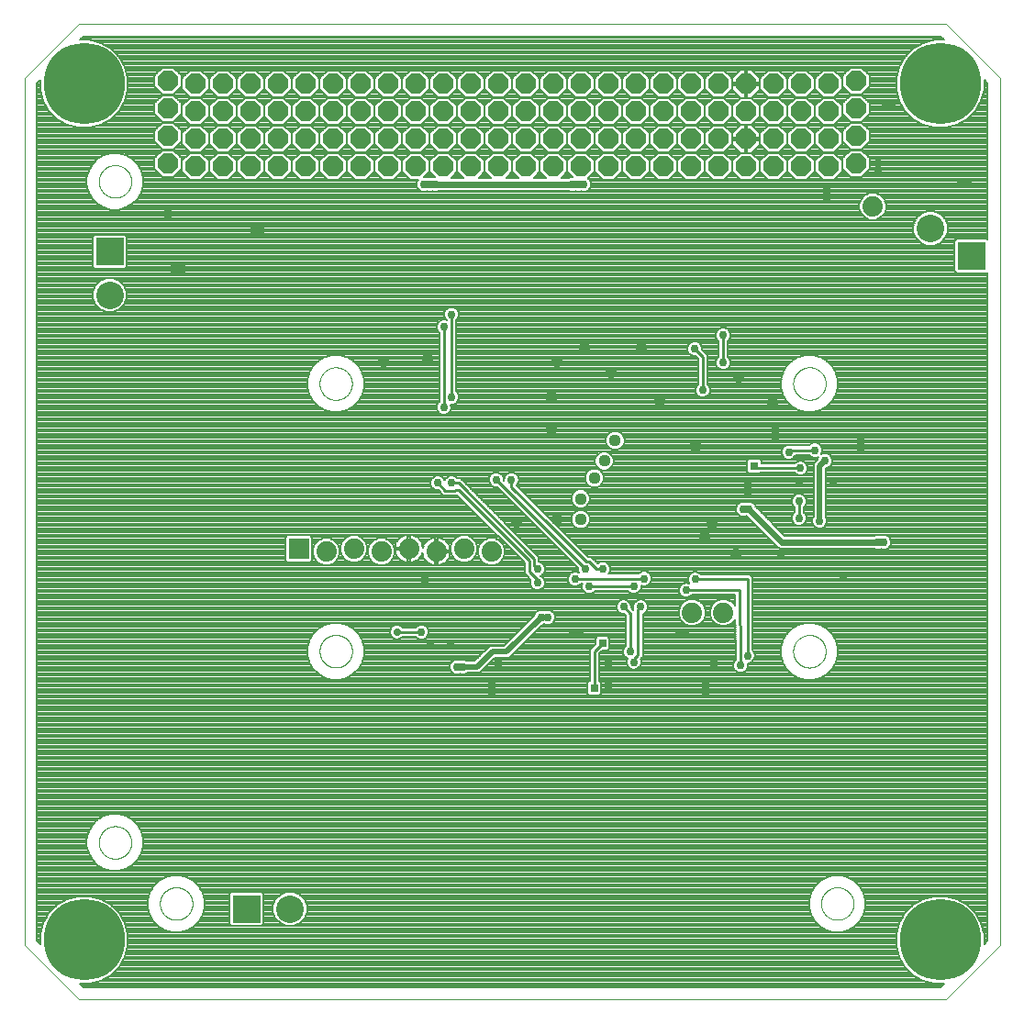
<source format=gbl>
G75*
%MOIN*%
%OFA0B0*%
%FSLAX25Y25*%
%IPPOS*%
%LPD*%
%AMOC8*
5,1,8,0,0,1.08239X$1,22.5*
%
%ADD10OC8,0.07400*%
%ADD11C,0.00000*%
%ADD12C,0.29528*%
%ADD13R,0.10000X0.10000*%
%ADD14C,0.10000*%
%ADD15C,0.04400*%
%ADD16R,0.07400X0.07400*%
%ADD17C,0.07400*%
%ADD18C,0.00800*%
%ADD19R,0.02781X0.02781*%
%ADD20R,0.02800X0.02800*%
%ADD21R,0.02978X0.02978*%
%ADD22C,0.02978*%
%ADD23C,0.01000*%
%ADD24C,0.02781*%
%ADD25C,0.02000*%
%ADD26C,0.02400*%
D10*
X0083620Y0322195D03*
X0093620Y0322195D03*
X0093620Y0332195D03*
X0083620Y0332195D03*
X0083620Y0342195D03*
X0083620Y0352195D03*
X0093620Y0352195D03*
X0093620Y0342195D03*
X0103620Y0342195D03*
X0103620Y0352195D03*
X0113620Y0352195D03*
X0123620Y0352195D03*
X0123620Y0342195D03*
X0113620Y0342195D03*
X0113620Y0332195D03*
X0123620Y0332195D03*
X0133620Y0332195D03*
X0133620Y0342195D03*
X0133620Y0352195D03*
X0143620Y0352195D03*
X0153620Y0352195D03*
X0153620Y0342195D03*
X0143620Y0342195D03*
X0143620Y0332195D03*
X0153620Y0332195D03*
X0163620Y0332195D03*
X0163620Y0342195D03*
X0163620Y0352195D03*
X0173620Y0352195D03*
X0183620Y0352195D03*
X0183620Y0342195D03*
X0173620Y0342195D03*
X0173620Y0332195D03*
X0183620Y0332195D03*
X0193620Y0332195D03*
X0193620Y0342195D03*
X0193620Y0352195D03*
X0203620Y0352195D03*
X0213620Y0352195D03*
X0213620Y0342195D03*
X0203620Y0342195D03*
X0203620Y0332195D03*
X0213620Y0332195D03*
X0223620Y0332195D03*
X0223620Y0342195D03*
X0223620Y0352195D03*
X0233620Y0352195D03*
X0243620Y0352195D03*
X0243620Y0342195D03*
X0233620Y0342195D03*
X0233620Y0332195D03*
X0243620Y0332195D03*
X0253620Y0332195D03*
X0263620Y0332195D03*
X0263620Y0342195D03*
X0263620Y0352195D03*
X0253620Y0352195D03*
X0253620Y0342195D03*
X0273620Y0342195D03*
X0273620Y0352195D03*
X0283620Y0352195D03*
X0293620Y0352195D03*
X0293620Y0342195D03*
X0283620Y0342195D03*
X0283620Y0332195D03*
X0293620Y0332195D03*
X0303620Y0332195D03*
X0303620Y0342195D03*
X0303620Y0352195D03*
X0313620Y0352195D03*
X0313620Y0342195D03*
X0323620Y0343195D03*
X0323620Y0353195D03*
X0323620Y0333195D03*
X0323620Y0323195D03*
X0313620Y0322195D03*
X0313620Y0332195D03*
X0303620Y0322195D03*
X0293620Y0322195D03*
X0283620Y0322195D03*
X0273620Y0322195D03*
X0273620Y0332195D03*
X0263620Y0322195D03*
X0253620Y0322195D03*
X0243620Y0322195D03*
X0233620Y0322195D03*
X0223620Y0322195D03*
X0213620Y0322195D03*
X0203620Y0322195D03*
X0193620Y0322195D03*
X0183620Y0322195D03*
X0173620Y0322195D03*
X0163620Y0322195D03*
X0153620Y0322195D03*
X0143620Y0322195D03*
X0133620Y0322195D03*
X0123620Y0322195D03*
X0113620Y0322195D03*
X0103620Y0322195D03*
X0103620Y0332195D03*
X0073620Y0333195D03*
X0073620Y0323195D03*
X0073620Y0343195D03*
X0073620Y0353195D03*
D11*
X0021455Y0354163D02*
X0021455Y0039203D01*
X0041140Y0019518D01*
X0356100Y0019518D01*
X0375785Y0039203D01*
X0375785Y0354163D01*
X0356100Y0373848D01*
X0041140Y0373848D01*
X0021455Y0354163D01*
X0048494Y0316762D02*
X0048496Y0316915D01*
X0048502Y0317069D01*
X0048512Y0317222D01*
X0048526Y0317374D01*
X0048544Y0317527D01*
X0048566Y0317678D01*
X0048591Y0317829D01*
X0048621Y0317980D01*
X0048655Y0318130D01*
X0048692Y0318278D01*
X0048733Y0318426D01*
X0048778Y0318572D01*
X0048827Y0318718D01*
X0048880Y0318862D01*
X0048936Y0319004D01*
X0048996Y0319145D01*
X0049060Y0319285D01*
X0049127Y0319423D01*
X0049198Y0319559D01*
X0049273Y0319693D01*
X0049350Y0319825D01*
X0049432Y0319955D01*
X0049516Y0320083D01*
X0049604Y0320209D01*
X0049695Y0320332D01*
X0049789Y0320453D01*
X0049887Y0320571D01*
X0049987Y0320687D01*
X0050091Y0320800D01*
X0050197Y0320911D01*
X0050306Y0321019D01*
X0050418Y0321124D01*
X0050532Y0321225D01*
X0050650Y0321324D01*
X0050769Y0321420D01*
X0050891Y0321513D01*
X0051016Y0321602D01*
X0051143Y0321689D01*
X0051272Y0321771D01*
X0051403Y0321851D01*
X0051536Y0321927D01*
X0051671Y0322000D01*
X0051808Y0322069D01*
X0051947Y0322134D01*
X0052087Y0322196D01*
X0052229Y0322254D01*
X0052372Y0322309D01*
X0052517Y0322360D01*
X0052663Y0322407D01*
X0052810Y0322450D01*
X0052958Y0322489D01*
X0053107Y0322525D01*
X0053257Y0322556D01*
X0053408Y0322584D01*
X0053559Y0322608D01*
X0053712Y0322628D01*
X0053864Y0322644D01*
X0054017Y0322656D01*
X0054170Y0322664D01*
X0054323Y0322668D01*
X0054477Y0322668D01*
X0054630Y0322664D01*
X0054783Y0322656D01*
X0054936Y0322644D01*
X0055088Y0322628D01*
X0055241Y0322608D01*
X0055392Y0322584D01*
X0055543Y0322556D01*
X0055693Y0322525D01*
X0055842Y0322489D01*
X0055990Y0322450D01*
X0056137Y0322407D01*
X0056283Y0322360D01*
X0056428Y0322309D01*
X0056571Y0322254D01*
X0056713Y0322196D01*
X0056853Y0322134D01*
X0056992Y0322069D01*
X0057129Y0322000D01*
X0057264Y0321927D01*
X0057397Y0321851D01*
X0057528Y0321771D01*
X0057657Y0321689D01*
X0057784Y0321602D01*
X0057909Y0321513D01*
X0058031Y0321420D01*
X0058150Y0321324D01*
X0058268Y0321225D01*
X0058382Y0321124D01*
X0058494Y0321019D01*
X0058603Y0320911D01*
X0058709Y0320800D01*
X0058813Y0320687D01*
X0058913Y0320571D01*
X0059011Y0320453D01*
X0059105Y0320332D01*
X0059196Y0320209D01*
X0059284Y0320083D01*
X0059368Y0319955D01*
X0059450Y0319825D01*
X0059527Y0319693D01*
X0059602Y0319559D01*
X0059673Y0319423D01*
X0059740Y0319285D01*
X0059804Y0319145D01*
X0059864Y0319004D01*
X0059920Y0318862D01*
X0059973Y0318718D01*
X0060022Y0318572D01*
X0060067Y0318426D01*
X0060108Y0318278D01*
X0060145Y0318130D01*
X0060179Y0317980D01*
X0060209Y0317829D01*
X0060234Y0317678D01*
X0060256Y0317527D01*
X0060274Y0317374D01*
X0060288Y0317222D01*
X0060298Y0317069D01*
X0060304Y0316915D01*
X0060306Y0316762D01*
X0060304Y0316609D01*
X0060298Y0316455D01*
X0060288Y0316302D01*
X0060274Y0316150D01*
X0060256Y0315997D01*
X0060234Y0315846D01*
X0060209Y0315695D01*
X0060179Y0315544D01*
X0060145Y0315394D01*
X0060108Y0315246D01*
X0060067Y0315098D01*
X0060022Y0314952D01*
X0059973Y0314806D01*
X0059920Y0314662D01*
X0059864Y0314520D01*
X0059804Y0314379D01*
X0059740Y0314239D01*
X0059673Y0314101D01*
X0059602Y0313965D01*
X0059527Y0313831D01*
X0059450Y0313699D01*
X0059368Y0313569D01*
X0059284Y0313441D01*
X0059196Y0313315D01*
X0059105Y0313192D01*
X0059011Y0313071D01*
X0058913Y0312953D01*
X0058813Y0312837D01*
X0058709Y0312724D01*
X0058603Y0312613D01*
X0058494Y0312505D01*
X0058382Y0312400D01*
X0058268Y0312299D01*
X0058150Y0312200D01*
X0058031Y0312104D01*
X0057909Y0312011D01*
X0057784Y0311922D01*
X0057657Y0311835D01*
X0057528Y0311753D01*
X0057397Y0311673D01*
X0057264Y0311597D01*
X0057129Y0311524D01*
X0056992Y0311455D01*
X0056853Y0311390D01*
X0056713Y0311328D01*
X0056571Y0311270D01*
X0056428Y0311215D01*
X0056283Y0311164D01*
X0056137Y0311117D01*
X0055990Y0311074D01*
X0055842Y0311035D01*
X0055693Y0310999D01*
X0055543Y0310968D01*
X0055392Y0310940D01*
X0055241Y0310916D01*
X0055088Y0310896D01*
X0054936Y0310880D01*
X0054783Y0310868D01*
X0054630Y0310860D01*
X0054477Y0310856D01*
X0054323Y0310856D01*
X0054170Y0310860D01*
X0054017Y0310868D01*
X0053864Y0310880D01*
X0053712Y0310896D01*
X0053559Y0310916D01*
X0053408Y0310940D01*
X0053257Y0310968D01*
X0053107Y0310999D01*
X0052958Y0311035D01*
X0052810Y0311074D01*
X0052663Y0311117D01*
X0052517Y0311164D01*
X0052372Y0311215D01*
X0052229Y0311270D01*
X0052087Y0311328D01*
X0051947Y0311390D01*
X0051808Y0311455D01*
X0051671Y0311524D01*
X0051536Y0311597D01*
X0051403Y0311673D01*
X0051272Y0311753D01*
X0051143Y0311835D01*
X0051016Y0311922D01*
X0050891Y0312011D01*
X0050769Y0312104D01*
X0050650Y0312200D01*
X0050532Y0312299D01*
X0050418Y0312400D01*
X0050306Y0312505D01*
X0050197Y0312613D01*
X0050091Y0312724D01*
X0049987Y0312837D01*
X0049887Y0312953D01*
X0049789Y0313071D01*
X0049695Y0313192D01*
X0049604Y0313315D01*
X0049516Y0313441D01*
X0049432Y0313569D01*
X0049350Y0313699D01*
X0049273Y0313831D01*
X0049198Y0313965D01*
X0049127Y0314101D01*
X0049060Y0314239D01*
X0048996Y0314379D01*
X0048936Y0314520D01*
X0048880Y0314662D01*
X0048827Y0314806D01*
X0048778Y0314952D01*
X0048733Y0315098D01*
X0048692Y0315246D01*
X0048655Y0315394D01*
X0048621Y0315544D01*
X0048591Y0315695D01*
X0048566Y0315846D01*
X0048544Y0315997D01*
X0048526Y0316150D01*
X0048512Y0316302D01*
X0048502Y0316455D01*
X0048496Y0316609D01*
X0048494Y0316762D01*
X0128664Y0243293D02*
X0128666Y0243446D01*
X0128672Y0243600D01*
X0128682Y0243753D01*
X0128696Y0243905D01*
X0128714Y0244058D01*
X0128736Y0244209D01*
X0128761Y0244360D01*
X0128791Y0244511D01*
X0128825Y0244661D01*
X0128862Y0244809D01*
X0128903Y0244957D01*
X0128948Y0245103D01*
X0128997Y0245249D01*
X0129050Y0245393D01*
X0129106Y0245535D01*
X0129166Y0245676D01*
X0129230Y0245816D01*
X0129297Y0245954D01*
X0129368Y0246090D01*
X0129443Y0246224D01*
X0129520Y0246356D01*
X0129602Y0246486D01*
X0129686Y0246614D01*
X0129774Y0246740D01*
X0129865Y0246863D01*
X0129959Y0246984D01*
X0130057Y0247102D01*
X0130157Y0247218D01*
X0130261Y0247331D01*
X0130367Y0247442D01*
X0130476Y0247550D01*
X0130588Y0247655D01*
X0130702Y0247756D01*
X0130820Y0247855D01*
X0130939Y0247951D01*
X0131061Y0248044D01*
X0131186Y0248133D01*
X0131313Y0248220D01*
X0131442Y0248302D01*
X0131573Y0248382D01*
X0131706Y0248458D01*
X0131841Y0248531D01*
X0131978Y0248600D01*
X0132117Y0248665D01*
X0132257Y0248727D01*
X0132399Y0248785D01*
X0132542Y0248840D01*
X0132687Y0248891D01*
X0132833Y0248938D01*
X0132980Y0248981D01*
X0133128Y0249020D01*
X0133277Y0249056D01*
X0133427Y0249087D01*
X0133578Y0249115D01*
X0133729Y0249139D01*
X0133882Y0249159D01*
X0134034Y0249175D01*
X0134187Y0249187D01*
X0134340Y0249195D01*
X0134493Y0249199D01*
X0134647Y0249199D01*
X0134800Y0249195D01*
X0134953Y0249187D01*
X0135106Y0249175D01*
X0135258Y0249159D01*
X0135411Y0249139D01*
X0135562Y0249115D01*
X0135713Y0249087D01*
X0135863Y0249056D01*
X0136012Y0249020D01*
X0136160Y0248981D01*
X0136307Y0248938D01*
X0136453Y0248891D01*
X0136598Y0248840D01*
X0136741Y0248785D01*
X0136883Y0248727D01*
X0137023Y0248665D01*
X0137162Y0248600D01*
X0137299Y0248531D01*
X0137434Y0248458D01*
X0137567Y0248382D01*
X0137698Y0248302D01*
X0137827Y0248220D01*
X0137954Y0248133D01*
X0138079Y0248044D01*
X0138201Y0247951D01*
X0138320Y0247855D01*
X0138438Y0247756D01*
X0138552Y0247655D01*
X0138664Y0247550D01*
X0138773Y0247442D01*
X0138879Y0247331D01*
X0138983Y0247218D01*
X0139083Y0247102D01*
X0139181Y0246984D01*
X0139275Y0246863D01*
X0139366Y0246740D01*
X0139454Y0246614D01*
X0139538Y0246486D01*
X0139620Y0246356D01*
X0139697Y0246224D01*
X0139772Y0246090D01*
X0139843Y0245954D01*
X0139910Y0245816D01*
X0139974Y0245676D01*
X0140034Y0245535D01*
X0140090Y0245393D01*
X0140143Y0245249D01*
X0140192Y0245103D01*
X0140237Y0244957D01*
X0140278Y0244809D01*
X0140315Y0244661D01*
X0140349Y0244511D01*
X0140379Y0244360D01*
X0140404Y0244209D01*
X0140426Y0244058D01*
X0140444Y0243905D01*
X0140458Y0243753D01*
X0140468Y0243600D01*
X0140474Y0243446D01*
X0140476Y0243293D01*
X0140474Y0243140D01*
X0140468Y0242986D01*
X0140458Y0242833D01*
X0140444Y0242681D01*
X0140426Y0242528D01*
X0140404Y0242377D01*
X0140379Y0242226D01*
X0140349Y0242075D01*
X0140315Y0241925D01*
X0140278Y0241777D01*
X0140237Y0241629D01*
X0140192Y0241483D01*
X0140143Y0241337D01*
X0140090Y0241193D01*
X0140034Y0241051D01*
X0139974Y0240910D01*
X0139910Y0240770D01*
X0139843Y0240632D01*
X0139772Y0240496D01*
X0139697Y0240362D01*
X0139620Y0240230D01*
X0139538Y0240100D01*
X0139454Y0239972D01*
X0139366Y0239846D01*
X0139275Y0239723D01*
X0139181Y0239602D01*
X0139083Y0239484D01*
X0138983Y0239368D01*
X0138879Y0239255D01*
X0138773Y0239144D01*
X0138664Y0239036D01*
X0138552Y0238931D01*
X0138438Y0238830D01*
X0138320Y0238731D01*
X0138201Y0238635D01*
X0138079Y0238542D01*
X0137954Y0238453D01*
X0137827Y0238366D01*
X0137698Y0238284D01*
X0137567Y0238204D01*
X0137434Y0238128D01*
X0137299Y0238055D01*
X0137162Y0237986D01*
X0137023Y0237921D01*
X0136883Y0237859D01*
X0136741Y0237801D01*
X0136598Y0237746D01*
X0136453Y0237695D01*
X0136307Y0237648D01*
X0136160Y0237605D01*
X0136012Y0237566D01*
X0135863Y0237530D01*
X0135713Y0237499D01*
X0135562Y0237471D01*
X0135411Y0237447D01*
X0135258Y0237427D01*
X0135106Y0237411D01*
X0134953Y0237399D01*
X0134800Y0237391D01*
X0134647Y0237387D01*
X0134493Y0237387D01*
X0134340Y0237391D01*
X0134187Y0237399D01*
X0134034Y0237411D01*
X0133882Y0237427D01*
X0133729Y0237447D01*
X0133578Y0237471D01*
X0133427Y0237499D01*
X0133277Y0237530D01*
X0133128Y0237566D01*
X0132980Y0237605D01*
X0132833Y0237648D01*
X0132687Y0237695D01*
X0132542Y0237746D01*
X0132399Y0237801D01*
X0132257Y0237859D01*
X0132117Y0237921D01*
X0131978Y0237986D01*
X0131841Y0238055D01*
X0131706Y0238128D01*
X0131573Y0238204D01*
X0131442Y0238284D01*
X0131313Y0238366D01*
X0131186Y0238453D01*
X0131061Y0238542D01*
X0130939Y0238635D01*
X0130820Y0238731D01*
X0130702Y0238830D01*
X0130588Y0238931D01*
X0130476Y0239036D01*
X0130367Y0239144D01*
X0130261Y0239255D01*
X0130157Y0239368D01*
X0130057Y0239484D01*
X0129959Y0239602D01*
X0129865Y0239723D01*
X0129774Y0239846D01*
X0129686Y0239972D01*
X0129602Y0240100D01*
X0129520Y0240230D01*
X0129443Y0240362D01*
X0129368Y0240496D01*
X0129297Y0240632D01*
X0129230Y0240770D01*
X0129166Y0240910D01*
X0129106Y0241051D01*
X0129050Y0241193D01*
X0128997Y0241337D01*
X0128948Y0241483D01*
X0128903Y0241629D01*
X0128862Y0241777D01*
X0128825Y0241925D01*
X0128791Y0242075D01*
X0128761Y0242226D01*
X0128736Y0242377D01*
X0128714Y0242528D01*
X0128696Y0242681D01*
X0128682Y0242833D01*
X0128672Y0242986D01*
X0128666Y0243140D01*
X0128664Y0243293D01*
X0128694Y0146083D02*
X0128696Y0146236D01*
X0128702Y0146390D01*
X0128712Y0146543D01*
X0128726Y0146695D01*
X0128744Y0146848D01*
X0128766Y0146999D01*
X0128791Y0147150D01*
X0128821Y0147301D01*
X0128855Y0147451D01*
X0128892Y0147599D01*
X0128933Y0147747D01*
X0128978Y0147893D01*
X0129027Y0148039D01*
X0129080Y0148183D01*
X0129136Y0148325D01*
X0129196Y0148466D01*
X0129260Y0148606D01*
X0129327Y0148744D01*
X0129398Y0148880D01*
X0129473Y0149014D01*
X0129550Y0149146D01*
X0129632Y0149276D01*
X0129716Y0149404D01*
X0129804Y0149530D01*
X0129895Y0149653D01*
X0129989Y0149774D01*
X0130087Y0149892D01*
X0130187Y0150008D01*
X0130291Y0150121D01*
X0130397Y0150232D01*
X0130506Y0150340D01*
X0130618Y0150445D01*
X0130732Y0150546D01*
X0130850Y0150645D01*
X0130969Y0150741D01*
X0131091Y0150834D01*
X0131216Y0150923D01*
X0131343Y0151010D01*
X0131472Y0151092D01*
X0131603Y0151172D01*
X0131736Y0151248D01*
X0131871Y0151321D01*
X0132008Y0151390D01*
X0132147Y0151455D01*
X0132287Y0151517D01*
X0132429Y0151575D01*
X0132572Y0151630D01*
X0132717Y0151681D01*
X0132863Y0151728D01*
X0133010Y0151771D01*
X0133158Y0151810D01*
X0133307Y0151846D01*
X0133457Y0151877D01*
X0133608Y0151905D01*
X0133759Y0151929D01*
X0133912Y0151949D01*
X0134064Y0151965D01*
X0134217Y0151977D01*
X0134370Y0151985D01*
X0134523Y0151989D01*
X0134677Y0151989D01*
X0134830Y0151985D01*
X0134983Y0151977D01*
X0135136Y0151965D01*
X0135288Y0151949D01*
X0135441Y0151929D01*
X0135592Y0151905D01*
X0135743Y0151877D01*
X0135893Y0151846D01*
X0136042Y0151810D01*
X0136190Y0151771D01*
X0136337Y0151728D01*
X0136483Y0151681D01*
X0136628Y0151630D01*
X0136771Y0151575D01*
X0136913Y0151517D01*
X0137053Y0151455D01*
X0137192Y0151390D01*
X0137329Y0151321D01*
X0137464Y0151248D01*
X0137597Y0151172D01*
X0137728Y0151092D01*
X0137857Y0151010D01*
X0137984Y0150923D01*
X0138109Y0150834D01*
X0138231Y0150741D01*
X0138350Y0150645D01*
X0138468Y0150546D01*
X0138582Y0150445D01*
X0138694Y0150340D01*
X0138803Y0150232D01*
X0138909Y0150121D01*
X0139013Y0150008D01*
X0139113Y0149892D01*
X0139211Y0149774D01*
X0139305Y0149653D01*
X0139396Y0149530D01*
X0139484Y0149404D01*
X0139568Y0149276D01*
X0139650Y0149146D01*
X0139727Y0149014D01*
X0139802Y0148880D01*
X0139873Y0148744D01*
X0139940Y0148606D01*
X0140004Y0148466D01*
X0140064Y0148325D01*
X0140120Y0148183D01*
X0140173Y0148039D01*
X0140222Y0147893D01*
X0140267Y0147747D01*
X0140308Y0147599D01*
X0140345Y0147451D01*
X0140379Y0147301D01*
X0140409Y0147150D01*
X0140434Y0146999D01*
X0140456Y0146848D01*
X0140474Y0146695D01*
X0140488Y0146543D01*
X0140498Y0146390D01*
X0140504Y0146236D01*
X0140506Y0146083D01*
X0140504Y0145930D01*
X0140498Y0145776D01*
X0140488Y0145623D01*
X0140474Y0145471D01*
X0140456Y0145318D01*
X0140434Y0145167D01*
X0140409Y0145016D01*
X0140379Y0144865D01*
X0140345Y0144715D01*
X0140308Y0144567D01*
X0140267Y0144419D01*
X0140222Y0144273D01*
X0140173Y0144127D01*
X0140120Y0143983D01*
X0140064Y0143841D01*
X0140004Y0143700D01*
X0139940Y0143560D01*
X0139873Y0143422D01*
X0139802Y0143286D01*
X0139727Y0143152D01*
X0139650Y0143020D01*
X0139568Y0142890D01*
X0139484Y0142762D01*
X0139396Y0142636D01*
X0139305Y0142513D01*
X0139211Y0142392D01*
X0139113Y0142274D01*
X0139013Y0142158D01*
X0138909Y0142045D01*
X0138803Y0141934D01*
X0138694Y0141826D01*
X0138582Y0141721D01*
X0138468Y0141620D01*
X0138350Y0141521D01*
X0138231Y0141425D01*
X0138109Y0141332D01*
X0137984Y0141243D01*
X0137857Y0141156D01*
X0137728Y0141074D01*
X0137597Y0140994D01*
X0137464Y0140918D01*
X0137329Y0140845D01*
X0137192Y0140776D01*
X0137053Y0140711D01*
X0136913Y0140649D01*
X0136771Y0140591D01*
X0136628Y0140536D01*
X0136483Y0140485D01*
X0136337Y0140438D01*
X0136190Y0140395D01*
X0136042Y0140356D01*
X0135893Y0140320D01*
X0135743Y0140289D01*
X0135592Y0140261D01*
X0135441Y0140237D01*
X0135288Y0140217D01*
X0135136Y0140201D01*
X0134983Y0140189D01*
X0134830Y0140181D01*
X0134677Y0140177D01*
X0134523Y0140177D01*
X0134370Y0140181D01*
X0134217Y0140189D01*
X0134064Y0140201D01*
X0133912Y0140217D01*
X0133759Y0140237D01*
X0133608Y0140261D01*
X0133457Y0140289D01*
X0133307Y0140320D01*
X0133158Y0140356D01*
X0133010Y0140395D01*
X0132863Y0140438D01*
X0132717Y0140485D01*
X0132572Y0140536D01*
X0132429Y0140591D01*
X0132287Y0140649D01*
X0132147Y0140711D01*
X0132008Y0140776D01*
X0131871Y0140845D01*
X0131736Y0140918D01*
X0131603Y0140994D01*
X0131472Y0141074D01*
X0131343Y0141156D01*
X0131216Y0141243D01*
X0131091Y0141332D01*
X0130969Y0141425D01*
X0130850Y0141521D01*
X0130732Y0141620D01*
X0130618Y0141721D01*
X0130506Y0141826D01*
X0130397Y0141934D01*
X0130291Y0142045D01*
X0130187Y0142158D01*
X0130087Y0142274D01*
X0129989Y0142392D01*
X0129895Y0142513D01*
X0129804Y0142636D01*
X0129716Y0142762D01*
X0129632Y0142890D01*
X0129550Y0143020D01*
X0129473Y0143152D01*
X0129398Y0143286D01*
X0129327Y0143422D01*
X0129260Y0143560D01*
X0129196Y0143700D01*
X0129136Y0143841D01*
X0129080Y0143983D01*
X0129027Y0144127D01*
X0128978Y0144273D01*
X0128933Y0144419D01*
X0128892Y0144567D01*
X0128855Y0144715D01*
X0128821Y0144865D01*
X0128791Y0145016D01*
X0128766Y0145167D01*
X0128744Y0145318D01*
X0128726Y0145471D01*
X0128712Y0145623D01*
X0128702Y0145776D01*
X0128696Y0145930D01*
X0128694Y0146083D01*
X0048494Y0076604D02*
X0048496Y0076757D01*
X0048502Y0076911D01*
X0048512Y0077064D01*
X0048526Y0077216D01*
X0048544Y0077369D01*
X0048566Y0077520D01*
X0048591Y0077671D01*
X0048621Y0077822D01*
X0048655Y0077972D01*
X0048692Y0078120D01*
X0048733Y0078268D01*
X0048778Y0078414D01*
X0048827Y0078560D01*
X0048880Y0078704D01*
X0048936Y0078846D01*
X0048996Y0078987D01*
X0049060Y0079127D01*
X0049127Y0079265D01*
X0049198Y0079401D01*
X0049273Y0079535D01*
X0049350Y0079667D01*
X0049432Y0079797D01*
X0049516Y0079925D01*
X0049604Y0080051D01*
X0049695Y0080174D01*
X0049789Y0080295D01*
X0049887Y0080413D01*
X0049987Y0080529D01*
X0050091Y0080642D01*
X0050197Y0080753D01*
X0050306Y0080861D01*
X0050418Y0080966D01*
X0050532Y0081067D01*
X0050650Y0081166D01*
X0050769Y0081262D01*
X0050891Y0081355D01*
X0051016Y0081444D01*
X0051143Y0081531D01*
X0051272Y0081613D01*
X0051403Y0081693D01*
X0051536Y0081769D01*
X0051671Y0081842D01*
X0051808Y0081911D01*
X0051947Y0081976D01*
X0052087Y0082038D01*
X0052229Y0082096D01*
X0052372Y0082151D01*
X0052517Y0082202D01*
X0052663Y0082249D01*
X0052810Y0082292D01*
X0052958Y0082331D01*
X0053107Y0082367D01*
X0053257Y0082398D01*
X0053408Y0082426D01*
X0053559Y0082450D01*
X0053712Y0082470D01*
X0053864Y0082486D01*
X0054017Y0082498D01*
X0054170Y0082506D01*
X0054323Y0082510D01*
X0054477Y0082510D01*
X0054630Y0082506D01*
X0054783Y0082498D01*
X0054936Y0082486D01*
X0055088Y0082470D01*
X0055241Y0082450D01*
X0055392Y0082426D01*
X0055543Y0082398D01*
X0055693Y0082367D01*
X0055842Y0082331D01*
X0055990Y0082292D01*
X0056137Y0082249D01*
X0056283Y0082202D01*
X0056428Y0082151D01*
X0056571Y0082096D01*
X0056713Y0082038D01*
X0056853Y0081976D01*
X0056992Y0081911D01*
X0057129Y0081842D01*
X0057264Y0081769D01*
X0057397Y0081693D01*
X0057528Y0081613D01*
X0057657Y0081531D01*
X0057784Y0081444D01*
X0057909Y0081355D01*
X0058031Y0081262D01*
X0058150Y0081166D01*
X0058268Y0081067D01*
X0058382Y0080966D01*
X0058494Y0080861D01*
X0058603Y0080753D01*
X0058709Y0080642D01*
X0058813Y0080529D01*
X0058913Y0080413D01*
X0059011Y0080295D01*
X0059105Y0080174D01*
X0059196Y0080051D01*
X0059284Y0079925D01*
X0059368Y0079797D01*
X0059450Y0079667D01*
X0059527Y0079535D01*
X0059602Y0079401D01*
X0059673Y0079265D01*
X0059740Y0079127D01*
X0059804Y0078987D01*
X0059864Y0078846D01*
X0059920Y0078704D01*
X0059973Y0078560D01*
X0060022Y0078414D01*
X0060067Y0078268D01*
X0060108Y0078120D01*
X0060145Y0077972D01*
X0060179Y0077822D01*
X0060209Y0077671D01*
X0060234Y0077520D01*
X0060256Y0077369D01*
X0060274Y0077216D01*
X0060288Y0077064D01*
X0060298Y0076911D01*
X0060304Y0076757D01*
X0060306Y0076604D01*
X0060304Y0076451D01*
X0060298Y0076297D01*
X0060288Y0076144D01*
X0060274Y0075992D01*
X0060256Y0075839D01*
X0060234Y0075688D01*
X0060209Y0075537D01*
X0060179Y0075386D01*
X0060145Y0075236D01*
X0060108Y0075088D01*
X0060067Y0074940D01*
X0060022Y0074794D01*
X0059973Y0074648D01*
X0059920Y0074504D01*
X0059864Y0074362D01*
X0059804Y0074221D01*
X0059740Y0074081D01*
X0059673Y0073943D01*
X0059602Y0073807D01*
X0059527Y0073673D01*
X0059450Y0073541D01*
X0059368Y0073411D01*
X0059284Y0073283D01*
X0059196Y0073157D01*
X0059105Y0073034D01*
X0059011Y0072913D01*
X0058913Y0072795D01*
X0058813Y0072679D01*
X0058709Y0072566D01*
X0058603Y0072455D01*
X0058494Y0072347D01*
X0058382Y0072242D01*
X0058268Y0072141D01*
X0058150Y0072042D01*
X0058031Y0071946D01*
X0057909Y0071853D01*
X0057784Y0071764D01*
X0057657Y0071677D01*
X0057528Y0071595D01*
X0057397Y0071515D01*
X0057264Y0071439D01*
X0057129Y0071366D01*
X0056992Y0071297D01*
X0056853Y0071232D01*
X0056713Y0071170D01*
X0056571Y0071112D01*
X0056428Y0071057D01*
X0056283Y0071006D01*
X0056137Y0070959D01*
X0055990Y0070916D01*
X0055842Y0070877D01*
X0055693Y0070841D01*
X0055543Y0070810D01*
X0055392Y0070782D01*
X0055241Y0070758D01*
X0055088Y0070738D01*
X0054936Y0070722D01*
X0054783Y0070710D01*
X0054630Y0070702D01*
X0054477Y0070698D01*
X0054323Y0070698D01*
X0054170Y0070702D01*
X0054017Y0070710D01*
X0053864Y0070722D01*
X0053712Y0070738D01*
X0053559Y0070758D01*
X0053408Y0070782D01*
X0053257Y0070810D01*
X0053107Y0070841D01*
X0052958Y0070877D01*
X0052810Y0070916D01*
X0052663Y0070959D01*
X0052517Y0071006D01*
X0052372Y0071057D01*
X0052229Y0071112D01*
X0052087Y0071170D01*
X0051947Y0071232D01*
X0051808Y0071297D01*
X0051671Y0071366D01*
X0051536Y0071439D01*
X0051403Y0071515D01*
X0051272Y0071595D01*
X0051143Y0071677D01*
X0051016Y0071764D01*
X0050891Y0071853D01*
X0050769Y0071946D01*
X0050650Y0072042D01*
X0050532Y0072141D01*
X0050418Y0072242D01*
X0050306Y0072347D01*
X0050197Y0072455D01*
X0050091Y0072566D01*
X0049987Y0072679D01*
X0049887Y0072795D01*
X0049789Y0072913D01*
X0049695Y0073034D01*
X0049604Y0073157D01*
X0049516Y0073283D01*
X0049432Y0073411D01*
X0049350Y0073541D01*
X0049273Y0073673D01*
X0049198Y0073807D01*
X0049127Y0073943D01*
X0049060Y0074081D01*
X0048996Y0074221D01*
X0048936Y0074362D01*
X0048880Y0074504D01*
X0048827Y0074648D01*
X0048778Y0074794D01*
X0048733Y0074940D01*
X0048692Y0075088D01*
X0048655Y0075236D01*
X0048621Y0075386D01*
X0048591Y0075537D01*
X0048566Y0075688D01*
X0048544Y0075839D01*
X0048526Y0075992D01*
X0048512Y0076144D01*
X0048502Y0076297D01*
X0048496Y0076451D01*
X0048494Y0076604D01*
X0070698Y0054400D02*
X0070700Y0054553D01*
X0070706Y0054707D01*
X0070716Y0054860D01*
X0070730Y0055012D01*
X0070748Y0055165D01*
X0070770Y0055316D01*
X0070795Y0055467D01*
X0070825Y0055618D01*
X0070859Y0055768D01*
X0070896Y0055916D01*
X0070937Y0056064D01*
X0070982Y0056210D01*
X0071031Y0056356D01*
X0071084Y0056500D01*
X0071140Y0056642D01*
X0071200Y0056783D01*
X0071264Y0056923D01*
X0071331Y0057061D01*
X0071402Y0057197D01*
X0071477Y0057331D01*
X0071554Y0057463D01*
X0071636Y0057593D01*
X0071720Y0057721D01*
X0071808Y0057847D01*
X0071899Y0057970D01*
X0071993Y0058091D01*
X0072091Y0058209D01*
X0072191Y0058325D01*
X0072295Y0058438D01*
X0072401Y0058549D01*
X0072510Y0058657D01*
X0072622Y0058762D01*
X0072736Y0058863D01*
X0072854Y0058962D01*
X0072973Y0059058D01*
X0073095Y0059151D01*
X0073220Y0059240D01*
X0073347Y0059327D01*
X0073476Y0059409D01*
X0073607Y0059489D01*
X0073740Y0059565D01*
X0073875Y0059638D01*
X0074012Y0059707D01*
X0074151Y0059772D01*
X0074291Y0059834D01*
X0074433Y0059892D01*
X0074576Y0059947D01*
X0074721Y0059998D01*
X0074867Y0060045D01*
X0075014Y0060088D01*
X0075162Y0060127D01*
X0075311Y0060163D01*
X0075461Y0060194D01*
X0075612Y0060222D01*
X0075763Y0060246D01*
X0075916Y0060266D01*
X0076068Y0060282D01*
X0076221Y0060294D01*
X0076374Y0060302D01*
X0076527Y0060306D01*
X0076681Y0060306D01*
X0076834Y0060302D01*
X0076987Y0060294D01*
X0077140Y0060282D01*
X0077292Y0060266D01*
X0077445Y0060246D01*
X0077596Y0060222D01*
X0077747Y0060194D01*
X0077897Y0060163D01*
X0078046Y0060127D01*
X0078194Y0060088D01*
X0078341Y0060045D01*
X0078487Y0059998D01*
X0078632Y0059947D01*
X0078775Y0059892D01*
X0078917Y0059834D01*
X0079057Y0059772D01*
X0079196Y0059707D01*
X0079333Y0059638D01*
X0079468Y0059565D01*
X0079601Y0059489D01*
X0079732Y0059409D01*
X0079861Y0059327D01*
X0079988Y0059240D01*
X0080113Y0059151D01*
X0080235Y0059058D01*
X0080354Y0058962D01*
X0080472Y0058863D01*
X0080586Y0058762D01*
X0080698Y0058657D01*
X0080807Y0058549D01*
X0080913Y0058438D01*
X0081017Y0058325D01*
X0081117Y0058209D01*
X0081215Y0058091D01*
X0081309Y0057970D01*
X0081400Y0057847D01*
X0081488Y0057721D01*
X0081572Y0057593D01*
X0081654Y0057463D01*
X0081731Y0057331D01*
X0081806Y0057197D01*
X0081877Y0057061D01*
X0081944Y0056923D01*
X0082008Y0056783D01*
X0082068Y0056642D01*
X0082124Y0056500D01*
X0082177Y0056356D01*
X0082226Y0056210D01*
X0082271Y0056064D01*
X0082312Y0055916D01*
X0082349Y0055768D01*
X0082383Y0055618D01*
X0082413Y0055467D01*
X0082438Y0055316D01*
X0082460Y0055165D01*
X0082478Y0055012D01*
X0082492Y0054860D01*
X0082502Y0054707D01*
X0082508Y0054553D01*
X0082510Y0054400D01*
X0082508Y0054247D01*
X0082502Y0054093D01*
X0082492Y0053940D01*
X0082478Y0053788D01*
X0082460Y0053635D01*
X0082438Y0053484D01*
X0082413Y0053333D01*
X0082383Y0053182D01*
X0082349Y0053032D01*
X0082312Y0052884D01*
X0082271Y0052736D01*
X0082226Y0052590D01*
X0082177Y0052444D01*
X0082124Y0052300D01*
X0082068Y0052158D01*
X0082008Y0052017D01*
X0081944Y0051877D01*
X0081877Y0051739D01*
X0081806Y0051603D01*
X0081731Y0051469D01*
X0081654Y0051337D01*
X0081572Y0051207D01*
X0081488Y0051079D01*
X0081400Y0050953D01*
X0081309Y0050830D01*
X0081215Y0050709D01*
X0081117Y0050591D01*
X0081017Y0050475D01*
X0080913Y0050362D01*
X0080807Y0050251D01*
X0080698Y0050143D01*
X0080586Y0050038D01*
X0080472Y0049937D01*
X0080354Y0049838D01*
X0080235Y0049742D01*
X0080113Y0049649D01*
X0079988Y0049560D01*
X0079861Y0049473D01*
X0079732Y0049391D01*
X0079601Y0049311D01*
X0079468Y0049235D01*
X0079333Y0049162D01*
X0079196Y0049093D01*
X0079057Y0049028D01*
X0078917Y0048966D01*
X0078775Y0048908D01*
X0078632Y0048853D01*
X0078487Y0048802D01*
X0078341Y0048755D01*
X0078194Y0048712D01*
X0078046Y0048673D01*
X0077897Y0048637D01*
X0077747Y0048606D01*
X0077596Y0048578D01*
X0077445Y0048554D01*
X0077292Y0048534D01*
X0077140Y0048518D01*
X0076987Y0048506D01*
X0076834Y0048498D01*
X0076681Y0048494D01*
X0076527Y0048494D01*
X0076374Y0048498D01*
X0076221Y0048506D01*
X0076068Y0048518D01*
X0075916Y0048534D01*
X0075763Y0048554D01*
X0075612Y0048578D01*
X0075461Y0048606D01*
X0075311Y0048637D01*
X0075162Y0048673D01*
X0075014Y0048712D01*
X0074867Y0048755D01*
X0074721Y0048802D01*
X0074576Y0048853D01*
X0074433Y0048908D01*
X0074291Y0048966D01*
X0074151Y0049028D01*
X0074012Y0049093D01*
X0073875Y0049162D01*
X0073740Y0049235D01*
X0073607Y0049311D01*
X0073476Y0049391D01*
X0073347Y0049473D01*
X0073220Y0049560D01*
X0073095Y0049649D01*
X0072973Y0049742D01*
X0072854Y0049838D01*
X0072736Y0049937D01*
X0072622Y0050038D01*
X0072510Y0050143D01*
X0072401Y0050251D01*
X0072295Y0050362D01*
X0072191Y0050475D01*
X0072091Y0050591D01*
X0071993Y0050709D01*
X0071899Y0050830D01*
X0071808Y0050953D01*
X0071720Y0051079D01*
X0071636Y0051207D01*
X0071554Y0051337D01*
X0071477Y0051469D01*
X0071402Y0051603D01*
X0071331Y0051739D01*
X0071264Y0051877D01*
X0071200Y0052017D01*
X0071140Y0052158D01*
X0071084Y0052300D01*
X0071031Y0052444D01*
X0070982Y0052590D01*
X0070937Y0052736D01*
X0070896Y0052884D01*
X0070859Y0053032D01*
X0070825Y0053182D01*
X0070795Y0053333D01*
X0070770Y0053484D01*
X0070748Y0053635D01*
X0070730Y0053788D01*
X0070716Y0053940D01*
X0070706Y0054093D01*
X0070700Y0054247D01*
X0070698Y0054400D01*
X0300734Y0146053D02*
X0300736Y0146206D01*
X0300742Y0146360D01*
X0300752Y0146513D01*
X0300766Y0146665D01*
X0300784Y0146818D01*
X0300806Y0146969D01*
X0300831Y0147120D01*
X0300861Y0147271D01*
X0300895Y0147421D01*
X0300932Y0147569D01*
X0300973Y0147717D01*
X0301018Y0147863D01*
X0301067Y0148009D01*
X0301120Y0148153D01*
X0301176Y0148295D01*
X0301236Y0148436D01*
X0301300Y0148576D01*
X0301367Y0148714D01*
X0301438Y0148850D01*
X0301513Y0148984D01*
X0301590Y0149116D01*
X0301672Y0149246D01*
X0301756Y0149374D01*
X0301844Y0149500D01*
X0301935Y0149623D01*
X0302029Y0149744D01*
X0302127Y0149862D01*
X0302227Y0149978D01*
X0302331Y0150091D01*
X0302437Y0150202D01*
X0302546Y0150310D01*
X0302658Y0150415D01*
X0302772Y0150516D01*
X0302890Y0150615D01*
X0303009Y0150711D01*
X0303131Y0150804D01*
X0303256Y0150893D01*
X0303383Y0150980D01*
X0303512Y0151062D01*
X0303643Y0151142D01*
X0303776Y0151218D01*
X0303911Y0151291D01*
X0304048Y0151360D01*
X0304187Y0151425D01*
X0304327Y0151487D01*
X0304469Y0151545D01*
X0304612Y0151600D01*
X0304757Y0151651D01*
X0304903Y0151698D01*
X0305050Y0151741D01*
X0305198Y0151780D01*
X0305347Y0151816D01*
X0305497Y0151847D01*
X0305648Y0151875D01*
X0305799Y0151899D01*
X0305952Y0151919D01*
X0306104Y0151935D01*
X0306257Y0151947D01*
X0306410Y0151955D01*
X0306563Y0151959D01*
X0306717Y0151959D01*
X0306870Y0151955D01*
X0307023Y0151947D01*
X0307176Y0151935D01*
X0307328Y0151919D01*
X0307481Y0151899D01*
X0307632Y0151875D01*
X0307783Y0151847D01*
X0307933Y0151816D01*
X0308082Y0151780D01*
X0308230Y0151741D01*
X0308377Y0151698D01*
X0308523Y0151651D01*
X0308668Y0151600D01*
X0308811Y0151545D01*
X0308953Y0151487D01*
X0309093Y0151425D01*
X0309232Y0151360D01*
X0309369Y0151291D01*
X0309504Y0151218D01*
X0309637Y0151142D01*
X0309768Y0151062D01*
X0309897Y0150980D01*
X0310024Y0150893D01*
X0310149Y0150804D01*
X0310271Y0150711D01*
X0310390Y0150615D01*
X0310508Y0150516D01*
X0310622Y0150415D01*
X0310734Y0150310D01*
X0310843Y0150202D01*
X0310949Y0150091D01*
X0311053Y0149978D01*
X0311153Y0149862D01*
X0311251Y0149744D01*
X0311345Y0149623D01*
X0311436Y0149500D01*
X0311524Y0149374D01*
X0311608Y0149246D01*
X0311690Y0149116D01*
X0311767Y0148984D01*
X0311842Y0148850D01*
X0311913Y0148714D01*
X0311980Y0148576D01*
X0312044Y0148436D01*
X0312104Y0148295D01*
X0312160Y0148153D01*
X0312213Y0148009D01*
X0312262Y0147863D01*
X0312307Y0147717D01*
X0312348Y0147569D01*
X0312385Y0147421D01*
X0312419Y0147271D01*
X0312449Y0147120D01*
X0312474Y0146969D01*
X0312496Y0146818D01*
X0312514Y0146665D01*
X0312528Y0146513D01*
X0312538Y0146360D01*
X0312544Y0146206D01*
X0312546Y0146053D01*
X0312544Y0145900D01*
X0312538Y0145746D01*
X0312528Y0145593D01*
X0312514Y0145441D01*
X0312496Y0145288D01*
X0312474Y0145137D01*
X0312449Y0144986D01*
X0312419Y0144835D01*
X0312385Y0144685D01*
X0312348Y0144537D01*
X0312307Y0144389D01*
X0312262Y0144243D01*
X0312213Y0144097D01*
X0312160Y0143953D01*
X0312104Y0143811D01*
X0312044Y0143670D01*
X0311980Y0143530D01*
X0311913Y0143392D01*
X0311842Y0143256D01*
X0311767Y0143122D01*
X0311690Y0142990D01*
X0311608Y0142860D01*
X0311524Y0142732D01*
X0311436Y0142606D01*
X0311345Y0142483D01*
X0311251Y0142362D01*
X0311153Y0142244D01*
X0311053Y0142128D01*
X0310949Y0142015D01*
X0310843Y0141904D01*
X0310734Y0141796D01*
X0310622Y0141691D01*
X0310508Y0141590D01*
X0310390Y0141491D01*
X0310271Y0141395D01*
X0310149Y0141302D01*
X0310024Y0141213D01*
X0309897Y0141126D01*
X0309768Y0141044D01*
X0309637Y0140964D01*
X0309504Y0140888D01*
X0309369Y0140815D01*
X0309232Y0140746D01*
X0309093Y0140681D01*
X0308953Y0140619D01*
X0308811Y0140561D01*
X0308668Y0140506D01*
X0308523Y0140455D01*
X0308377Y0140408D01*
X0308230Y0140365D01*
X0308082Y0140326D01*
X0307933Y0140290D01*
X0307783Y0140259D01*
X0307632Y0140231D01*
X0307481Y0140207D01*
X0307328Y0140187D01*
X0307176Y0140171D01*
X0307023Y0140159D01*
X0306870Y0140151D01*
X0306717Y0140147D01*
X0306563Y0140147D01*
X0306410Y0140151D01*
X0306257Y0140159D01*
X0306104Y0140171D01*
X0305952Y0140187D01*
X0305799Y0140207D01*
X0305648Y0140231D01*
X0305497Y0140259D01*
X0305347Y0140290D01*
X0305198Y0140326D01*
X0305050Y0140365D01*
X0304903Y0140408D01*
X0304757Y0140455D01*
X0304612Y0140506D01*
X0304469Y0140561D01*
X0304327Y0140619D01*
X0304187Y0140681D01*
X0304048Y0140746D01*
X0303911Y0140815D01*
X0303776Y0140888D01*
X0303643Y0140964D01*
X0303512Y0141044D01*
X0303383Y0141126D01*
X0303256Y0141213D01*
X0303131Y0141302D01*
X0303009Y0141395D01*
X0302890Y0141491D01*
X0302772Y0141590D01*
X0302658Y0141691D01*
X0302546Y0141796D01*
X0302437Y0141904D01*
X0302331Y0142015D01*
X0302227Y0142128D01*
X0302127Y0142244D01*
X0302029Y0142362D01*
X0301935Y0142483D01*
X0301844Y0142606D01*
X0301756Y0142732D01*
X0301672Y0142860D01*
X0301590Y0142990D01*
X0301513Y0143122D01*
X0301438Y0143256D01*
X0301367Y0143392D01*
X0301300Y0143530D01*
X0301236Y0143670D01*
X0301176Y0143811D01*
X0301120Y0143953D01*
X0301067Y0144097D01*
X0301018Y0144243D01*
X0300973Y0144389D01*
X0300932Y0144537D01*
X0300895Y0144685D01*
X0300861Y0144835D01*
X0300831Y0144986D01*
X0300806Y0145137D01*
X0300784Y0145288D01*
X0300766Y0145441D01*
X0300752Y0145593D01*
X0300742Y0145746D01*
X0300736Y0145900D01*
X0300734Y0146053D01*
X0310856Y0054400D02*
X0310858Y0054553D01*
X0310864Y0054707D01*
X0310874Y0054860D01*
X0310888Y0055012D01*
X0310906Y0055165D01*
X0310928Y0055316D01*
X0310953Y0055467D01*
X0310983Y0055618D01*
X0311017Y0055768D01*
X0311054Y0055916D01*
X0311095Y0056064D01*
X0311140Y0056210D01*
X0311189Y0056356D01*
X0311242Y0056500D01*
X0311298Y0056642D01*
X0311358Y0056783D01*
X0311422Y0056923D01*
X0311489Y0057061D01*
X0311560Y0057197D01*
X0311635Y0057331D01*
X0311712Y0057463D01*
X0311794Y0057593D01*
X0311878Y0057721D01*
X0311966Y0057847D01*
X0312057Y0057970D01*
X0312151Y0058091D01*
X0312249Y0058209D01*
X0312349Y0058325D01*
X0312453Y0058438D01*
X0312559Y0058549D01*
X0312668Y0058657D01*
X0312780Y0058762D01*
X0312894Y0058863D01*
X0313012Y0058962D01*
X0313131Y0059058D01*
X0313253Y0059151D01*
X0313378Y0059240D01*
X0313505Y0059327D01*
X0313634Y0059409D01*
X0313765Y0059489D01*
X0313898Y0059565D01*
X0314033Y0059638D01*
X0314170Y0059707D01*
X0314309Y0059772D01*
X0314449Y0059834D01*
X0314591Y0059892D01*
X0314734Y0059947D01*
X0314879Y0059998D01*
X0315025Y0060045D01*
X0315172Y0060088D01*
X0315320Y0060127D01*
X0315469Y0060163D01*
X0315619Y0060194D01*
X0315770Y0060222D01*
X0315921Y0060246D01*
X0316074Y0060266D01*
X0316226Y0060282D01*
X0316379Y0060294D01*
X0316532Y0060302D01*
X0316685Y0060306D01*
X0316839Y0060306D01*
X0316992Y0060302D01*
X0317145Y0060294D01*
X0317298Y0060282D01*
X0317450Y0060266D01*
X0317603Y0060246D01*
X0317754Y0060222D01*
X0317905Y0060194D01*
X0318055Y0060163D01*
X0318204Y0060127D01*
X0318352Y0060088D01*
X0318499Y0060045D01*
X0318645Y0059998D01*
X0318790Y0059947D01*
X0318933Y0059892D01*
X0319075Y0059834D01*
X0319215Y0059772D01*
X0319354Y0059707D01*
X0319491Y0059638D01*
X0319626Y0059565D01*
X0319759Y0059489D01*
X0319890Y0059409D01*
X0320019Y0059327D01*
X0320146Y0059240D01*
X0320271Y0059151D01*
X0320393Y0059058D01*
X0320512Y0058962D01*
X0320630Y0058863D01*
X0320744Y0058762D01*
X0320856Y0058657D01*
X0320965Y0058549D01*
X0321071Y0058438D01*
X0321175Y0058325D01*
X0321275Y0058209D01*
X0321373Y0058091D01*
X0321467Y0057970D01*
X0321558Y0057847D01*
X0321646Y0057721D01*
X0321730Y0057593D01*
X0321812Y0057463D01*
X0321889Y0057331D01*
X0321964Y0057197D01*
X0322035Y0057061D01*
X0322102Y0056923D01*
X0322166Y0056783D01*
X0322226Y0056642D01*
X0322282Y0056500D01*
X0322335Y0056356D01*
X0322384Y0056210D01*
X0322429Y0056064D01*
X0322470Y0055916D01*
X0322507Y0055768D01*
X0322541Y0055618D01*
X0322571Y0055467D01*
X0322596Y0055316D01*
X0322618Y0055165D01*
X0322636Y0055012D01*
X0322650Y0054860D01*
X0322660Y0054707D01*
X0322666Y0054553D01*
X0322668Y0054400D01*
X0322666Y0054247D01*
X0322660Y0054093D01*
X0322650Y0053940D01*
X0322636Y0053788D01*
X0322618Y0053635D01*
X0322596Y0053484D01*
X0322571Y0053333D01*
X0322541Y0053182D01*
X0322507Y0053032D01*
X0322470Y0052884D01*
X0322429Y0052736D01*
X0322384Y0052590D01*
X0322335Y0052444D01*
X0322282Y0052300D01*
X0322226Y0052158D01*
X0322166Y0052017D01*
X0322102Y0051877D01*
X0322035Y0051739D01*
X0321964Y0051603D01*
X0321889Y0051469D01*
X0321812Y0051337D01*
X0321730Y0051207D01*
X0321646Y0051079D01*
X0321558Y0050953D01*
X0321467Y0050830D01*
X0321373Y0050709D01*
X0321275Y0050591D01*
X0321175Y0050475D01*
X0321071Y0050362D01*
X0320965Y0050251D01*
X0320856Y0050143D01*
X0320744Y0050038D01*
X0320630Y0049937D01*
X0320512Y0049838D01*
X0320393Y0049742D01*
X0320271Y0049649D01*
X0320146Y0049560D01*
X0320019Y0049473D01*
X0319890Y0049391D01*
X0319759Y0049311D01*
X0319626Y0049235D01*
X0319491Y0049162D01*
X0319354Y0049093D01*
X0319215Y0049028D01*
X0319075Y0048966D01*
X0318933Y0048908D01*
X0318790Y0048853D01*
X0318645Y0048802D01*
X0318499Y0048755D01*
X0318352Y0048712D01*
X0318204Y0048673D01*
X0318055Y0048637D01*
X0317905Y0048606D01*
X0317754Y0048578D01*
X0317603Y0048554D01*
X0317450Y0048534D01*
X0317298Y0048518D01*
X0317145Y0048506D01*
X0316992Y0048498D01*
X0316839Y0048494D01*
X0316685Y0048494D01*
X0316532Y0048498D01*
X0316379Y0048506D01*
X0316226Y0048518D01*
X0316074Y0048534D01*
X0315921Y0048554D01*
X0315770Y0048578D01*
X0315619Y0048606D01*
X0315469Y0048637D01*
X0315320Y0048673D01*
X0315172Y0048712D01*
X0315025Y0048755D01*
X0314879Y0048802D01*
X0314734Y0048853D01*
X0314591Y0048908D01*
X0314449Y0048966D01*
X0314309Y0049028D01*
X0314170Y0049093D01*
X0314033Y0049162D01*
X0313898Y0049235D01*
X0313765Y0049311D01*
X0313634Y0049391D01*
X0313505Y0049473D01*
X0313378Y0049560D01*
X0313253Y0049649D01*
X0313131Y0049742D01*
X0313012Y0049838D01*
X0312894Y0049937D01*
X0312780Y0050038D01*
X0312668Y0050143D01*
X0312559Y0050251D01*
X0312453Y0050362D01*
X0312349Y0050475D01*
X0312249Y0050591D01*
X0312151Y0050709D01*
X0312057Y0050830D01*
X0311966Y0050953D01*
X0311878Y0051079D01*
X0311794Y0051207D01*
X0311712Y0051337D01*
X0311635Y0051469D01*
X0311560Y0051603D01*
X0311489Y0051739D01*
X0311422Y0051877D01*
X0311358Y0052017D01*
X0311298Y0052158D01*
X0311242Y0052300D01*
X0311189Y0052444D01*
X0311140Y0052590D01*
X0311095Y0052736D01*
X0311054Y0052884D01*
X0311017Y0053032D01*
X0310983Y0053182D01*
X0310953Y0053333D01*
X0310928Y0053484D01*
X0310906Y0053635D01*
X0310888Y0053788D01*
X0310874Y0053940D01*
X0310864Y0054093D01*
X0310858Y0054247D01*
X0310856Y0054400D01*
X0300734Y0243313D02*
X0300736Y0243466D01*
X0300742Y0243620D01*
X0300752Y0243773D01*
X0300766Y0243925D01*
X0300784Y0244078D01*
X0300806Y0244229D01*
X0300831Y0244380D01*
X0300861Y0244531D01*
X0300895Y0244681D01*
X0300932Y0244829D01*
X0300973Y0244977D01*
X0301018Y0245123D01*
X0301067Y0245269D01*
X0301120Y0245413D01*
X0301176Y0245555D01*
X0301236Y0245696D01*
X0301300Y0245836D01*
X0301367Y0245974D01*
X0301438Y0246110D01*
X0301513Y0246244D01*
X0301590Y0246376D01*
X0301672Y0246506D01*
X0301756Y0246634D01*
X0301844Y0246760D01*
X0301935Y0246883D01*
X0302029Y0247004D01*
X0302127Y0247122D01*
X0302227Y0247238D01*
X0302331Y0247351D01*
X0302437Y0247462D01*
X0302546Y0247570D01*
X0302658Y0247675D01*
X0302772Y0247776D01*
X0302890Y0247875D01*
X0303009Y0247971D01*
X0303131Y0248064D01*
X0303256Y0248153D01*
X0303383Y0248240D01*
X0303512Y0248322D01*
X0303643Y0248402D01*
X0303776Y0248478D01*
X0303911Y0248551D01*
X0304048Y0248620D01*
X0304187Y0248685D01*
X0304327Y0248747D01*
X0304469Y0248805D01*
X0304612Y0248860D01*
X0304757Y0248911D01*
X0304903Y0248958D01*
X0305050Y0249001D01*
X0305198Y0249040D01*
X0305347Y0249076D01*
X0305497Y0249107D01*
X0305648Y0249135D01*
X0305799Y0249159D01*
X0305952Y0249179D01*
X0306104Y0249195D01*
X0306257Y0249207D01*
X0306410Y0249215D01*
X0306563Y0249219D01*
X0306717Y0249219D01*
X0306870Y0249215D01*
X0307023Y0249207D01*
X0307176Y0249195D01*
X0307328Y0249179D01*
X0307481Y0249159D01*
X0307632Y0249135D01*
X0307783Y0249107D01*
X0307933Y0249076D01*
X0308082Y0249040D01*
X0308230Y0249001D01*
X0308377Y0248958D01*
X0308523Y0248911D01*
X0308668Y0248860D01*
X0308811Y0248805D01*
X0308953Y0248747D01*
X0309093Y0248685D01*
X0309232Y0248620D01*
X0309369Y0248551D01*
X0309504Y0248478D01*
X0309637Y0248402D01*
X0309768Y0248322D01*
X0309897Y0248240D01*
X0310024Y0248153D01*
X0310149Y0248064D01*
X0310271Y0247971D01*
X0310390Y0247875D01*
X0310508Y0247776D01*
X0310622Y0247675D01*
X0310734Y0247570D01*
X0310843Y0247462D01*
X0310949Y0247351D01*
X0311053Y0247238D01*
X0311153Y0247122D01*
X0311251Y0247004D01*
X0311345Y0246883D01*
X0311436Y0246760D01*
X0311524Y0246634D01*
X0311608Y0246506D01*
X0311690Y0246376D01*
X0311767Y0246244D01*
X0311842Y0246110D01*
X0311913Y0245974D01*
X0311980Y0245836D01*
X0312044Y0245696D01*
X0312104Y0245555D01*
X0312160Y0245413D01*
X0312213Y0245269D01*
X0312262Y0245123D01*
X0312307Y0244977D01*
X0312348Y0244829D01*
X0312385Y0244681D01*
X0312419Y0244531D01*
X0312449Y0244380D01*
X0312474Y0244229D01*
X0312496Y0244078D01*
X0312514Y0243925D01*
X0312528Y0243773D01*
X0312538Y0243620D01*
X0312544Y0243466D01*
X0312546Y0243313D01*
X0312544Y0243160D01*
X0312538Y0243006D01*
X0312528Y0242853D01*
X0312514Y0242701D01*
X0312496Y0242548D01*
X0312474Y0242397D01*
X0312449Y0242246D01*
X0312419Y0242095D01*
X0312385Y0241945D01*
X0312348Y0241797D01*
X0312307Y0241649D01*
X0312262Y0241503D01*
X0312213Y0241357D01*
X0312160Y0241213D01*
X0312104Y0241071D01*
X0312044Y0240930D01*
X0311980Y0240790D01*
X0311913Y0240652D01*
X0311842Y0240516D01*
X0311767Y0240382D01*
X0311690Y0240250D01*
X0311608Y0240120D01*
X0311524Y0239992D01*
X0311436Y0239866D01*
X0311345Y0239743D01*
X0311251Y0239622D01*
X0311153Y0239504D01*
X0311053Y0239388D01*
X0310949Y0239275D01*
X0310843Y0239164D01*
X0310734Y0239056D01*
X0310622Y0238951D01*
X0310508Y0238850D01*
X0310390Y0238751D01*
X0310271Y0238655D01*
X0310149Y0238562D01*
X0310024Y0238473D01*
X0309897Y0238386D01*
X0309768Y0238304D01*
X0309637Y0238224D01*
X0309504Y0238148D01*
X0309369Y0238075D01*
X0309232Y0238006D01*
X0309093Y0237941D01*
X0308953Y0237879D01*
X0308811Y0237821D01*
X0308668Y0237766D01*
X0308523Y0237715D01*
X0308377Y0237668D01*
X0308230Y0237625D01*
X0308082Y0237586D01*
X0307933Y0237550D01*
X0307783Y0237519D01*
X0307632Y0237491D01*
X0307481Y0237467D01*
X0307328Y0237447D01*
X0307176Y0237431D01*
X0307023Y0237419D01*
X0306870Y0237411D01*
X0306717Y0237407D01*
X0306563Y0237407D01*
X0306410Y0237411D01*
X0306257Y0237419D01*
X0306104Y0237431D01*
X0305952Y0237447D01*
X0305799Y0237467D01*
X0305648Y0237491D01*
X0305497Y0237519D01*
X0305347Y0237550D01*
X0305198Y0237586D01*
X0305050Y0237625D01*
X0304903Y0237668D01*
X0304757Y0237715D01*
X0304612Y0237766D01*
X0304469Y0237821D01*
X0304327Y0237879D01*
X0304187Y0237941D01*
X0304048Y0238006D01*
X0303911Y0238075D01*
X0303776Y0238148D01*
X0303643Y0238224D01*
X0303512Y0238304D01*
X0303383Y0238386D01*
X0303256Y0238473D01*
X0303131Y0238562D01*
X0303009Y0238655D01*
X0302890Y0238751D01*
X0302772Y0238850D01*
X0302658Y0238951D01*
X0302546Y0239056D01*
X0302437Y0239164D01*
X0302331Y0239275D01*
X0302227Y0239388D01*
X0302127Y0239504D01*
X0302029Y0239622D01*
X0301935Y0239743D01*
X0301844Y0239866D01*
X0301756Y0239992D01*
X0301672Y0240120D01*
X0301590Y0240250D01*
X0301513Y0240382D01*
X0301438Y0240516D01*
X0301367Y0240652D01*
X0301300Y0240790D01*
X0301236Y0240930D01*
X0301176Y0241071D01*
X0301120Y0241213D01*
X0301067Y0241357D01*
X0301018Y0241503D01*
X0300973Y0241649D01*
X0300932Y0241797D01*
X0300895Y0241945D01*
X0300861Y0242095D01*
X0300831Y0242246D01*
X0300806Y0242397D01*
X0300784Y0242548D01*
X0300766Y0242701D01*
X0300752Y0242853D01*
X0300742Y0243006D01*
X0300736Y0243160D01*
X0300734Y0243313D01*
D12*
X0354132Y0352195D03*
X0043108Y0352195D03*
X0043108Y0041171D03*
X0354132Y0041171D03*
D13*
X0102195Y0052431D03*
X0052431Y0291171D03*
X0365620Y0289683D03*
D14*
X0350620Y0299683D03*
X0117943Y0052431D03*
X0052431Y0275423D03*
D15*
X0152024Y0251226D03*
X0167772Y0252211D03*
X0213048Y0238431D03*
X0213048Y0226620D03*
X0232156Y0215201D03*
X0228535Y0208954D03*
X0223520Y0201433D03*
X0223520Y0193933D03*
X0215016Y0194140D03*
X0200252Y0193156D03*
X0236070Y0222683D03*
X0252418Y0237447D03*
X0234701Y0247289D03*
X0224859Y0256148D03*
X0215016Y0251226D03*
X0245528Y0256148D03*
X0280961Y0245813D03*
X0293264Y0235970D03*
X0265213Y0220715D03*
X0271119Y0192171D03*
X0268658Y0187742D03*
X0279977Y0181344D03*
D16*
X0121120Y0183283D03*
D17*
X0131120Y0182283D03*
X0141120Y0183283D03*
X0151120Y0182283D03*
X0161120Y0183283D03*
X0171120Y0182283D03*
X0181120Y0183283D03*
X0191120Y0182283D03*
X0264020Y0160083D03*
X0275420Y0160083D03*
X0329620Y0307683D03*
D18*
X0325113Y0305759D02*
X0025855Y0305759D01*
X0025855Y0304961D02*
X0325444Y0304961D01*
X0325466Y0304907D02*
X0326844Y0303529D01*
X0328645Y0302783D01*
X0330595Y0302783D01*
X0332396Y0303529D01*
X0333774Y0304907D01*
X0334520Y0306708D01*
X0334520Y0308658D01*
X0333774Y0310459D01*
X0332396Y0311837D01*
X0330595Y0312583D01*
X0328645Y0312583D01*
X0326844Y0311837D01*
X0325466Y0310459D01*
X0324720Y0308658D01*
X0324720Y0306708D01*
X0325466Y0304907D01*
X0326211Y0304162D02*
X0025855Y0304162D01*
X0025855Y0303364D02*
X0327244Y0303364D01*
X0324783Y0306558D02*
X0056134Y0306558D01*
X0055756Y0306456D02*
X0058377Y0307159D01*
X0060727Y0308515D01*
X0062646Y0310434D01*
X0064003Y0312784D01*
X0064705Y0315405D01*
X0064705Y0318119D01*
X0064003Y0320740D01*
X0062646Y0323090D01*
X0060727Y0325008D01*
X0058377Y0326365D01*
X0055756Y0327067D01*
X0053043Y0327067D01*
X0050422Y0326365D01*
X0048072Y0325008D01*
X0046153Y0323090D01*
X0044796Y0320740D01*
X0044094Y0318119D01*
X0044094Y0315405D01*
X0044796Y0312784D01*
X0046153Y0310434D01*
X0048072Y0308515D01*
X0050422Y0307159D01*
X0053043Y0306456D01*
X0055756Y0306456D01*
X0052665Y0306558D02*
X0025855Y0306558D01*
X0025855Y0307356D02*
X0050080Y0307356D01*
X0048697Y0308155D02*
X0025855Y0308155D01*
X0025855Y0308953D02*
X0047634Y0308953D01*
X0046836Y0309752D02*
X0025855Y0309752D01*
X0025855Y0310550D02*
X0046086Y0310550D01*
X0045625Y0311349D02*
X0025855Y0311349D01*
X0025855Y0312147D02*
X0045164Y0312147D01*
X0044753Y0312946D02*
X0025855Y0312946D01*
X0025855Y0313744D02*
X0044539Y0313744D01*
X0044325Y0314543D02*
X0025855Y0314543D01*
X0025855Y0315341D02*
X0044111Y0315341D01*
X0044094Y0316140D02*
X0025855Y0316140D01*
X0025855Y0316938D02*
X0044094Y0316938D01*
X0044094Y0317737D02*
X0025855Y0317737D01*
X0025855Y0318535D02*
X0044206Y0318535D01*
X0044420Y0319334D02*
X0025855Y0319334D01*
X0025855Y0320132D02*
X0044634Y0320132D01*
X0044907Y0320931D02*
X0025855Y0320931D01*
X0025855Y0321729D02*
X0045368Y0321729D01*
X0045829Y0322528D02*
X0025855Y0322528D01*
X0025855Y0323326D02*
X0046390Y0323326D01*
X0047188Y0324125D02*
X0025855Y0324125D01*
X0025855Y0324923D02*
X0047987Y0324923D01*
X0049308Y0325722D02*
X0025855Y0325722D01*
X0025855Y0326520D02*
X0051002Y0326520D01*
X0057798Y0326520D02*
X0070016Y0326520D01*
X0069217Y0325722D02*
X0059491Y0325722D01*
X0060812Y0324923D02*
X0068720Y0324923D01*
X0068720Y0325225D02*
X0068720Y0321165D01*
X0071590Y0318295D01*
X0075650Y0318295D01*
X0078520Y0321165D01*
X0078520Y0325225D01*
X0075650Y0328095D01*
X0071590Y0328095D01*
X0068720Y0325225D01*
X0068720Y0324125D02*
X0061611Y0324125D01*
X0062409Y0323326D02*
X0068720Y0323326D01*
X0068720Y0322528D02*
X0062970Y0322528D01*
X0063431Y0321729D02*
X0068720Y0321729D01*
X0068955Y0320931D02*
X0063892Y0320931D01*
X0064166Y0320132D02*
X0069753Y0320132D01*
X0070552Y0319334D02*
X0064380Y0319334D01*
X0064593Y0318535D02*
X0071350Y0318535D01*
X0064705Y0317737D02*
X0081149Y0317737D01*
X0081590Y0317295D02*
X0085650Y0317295D01*
X0088520Y0320165D01*
X0088520Y0324225D01*
X0085650Y0327095D01*
X0081590Y0327095D01*
X0078720Y0324225D01*
X0078720Y0320165D01*
X0081590Y0317295D01*
X0080350Y0318535D02*
X0075890Y0318535D01*
X0076689Y0319334D02*
X0079552Y0319334D01*
X0078753Y0320132D02*
X0077487Y0320132D01*
X0078286Y0320931D02*
X0078720Y0320931D01*
X0078720Y0321729D02*
X0078520Y0321729D01*
X0078520Y0322528D02*
X0078720Y0322528D01*
X0078720Y0323326D02*
X0078520Y0323326D01*
X0078520Y0324125D02*
X0078720Y0324125D01*
X0078520Y0324923D02*
X0079419Y0324923D01*
X0080217Y0325722D02*
X0078023Y0325722D01*
X0077224Y0326520D02*
X0081016Y0326520D01*
X0081590Y0327295D02*
X0085650Y0327295D01*
X0088520Y0330165D01*
X0088520Y0334225D01*
X0085650Y0337095D01*
X0081590Y0337095D01*
X0078720Y0334225D01*
X0078720Y0330165D01*
X0081590Y0327295D01*
X0081566Y0327319D02*
X0076426Y0327319D01*
X0075650Y0328295D02*
X0078520Y0331165D01*
X0078520Y0335225D01*
X0075650Y0338095D01*
X0071590Y0338095D01*
X0068720Y0335225D01*
X0068720Y0331165D01*
X0071590Y0328295D01*
X0075650Y0328295D01*
X0076271Y0328916D02*
X0079969Y0328916D01*
X0079171Y0329714D02*
X0077069Y0329714D01*
X0077868Y0330513D02*
X0078720Y0330513D01*
X0078720Y0331311D02*
X0078520Y0331311D01*
X0078520Y0332110D02*
X0078720Y0332110D01*
X0078720Y0332908D02*
X0078520Y0332908D01*
X0078520Y0333707D02*
X0078720Y0333707D01*
X0078520Y0334505D02*
X0079001Y0334505D01*
X0078441Y0335304D02*
X0079800Y0335304D01*
X0080598Y0336102D02*
X0077642Y0336102D01*
X0076844Y0336901D02*
X0081397Y0336901D01*
X0081590Y0337295D02*
X0085650Y0337295D01*
X0088520Y0340165D01*
X0088520Y0344225D01*
X0085650Y0347095D01*
X0081590Y0347095D01*
X0078720Y0344225D01*
X0078720Y0340165D01*
X0081590Y0337295D01*
X0081186Y0337700D02*
X0076045Y0337700D01*
X0075650Y0338295D02*
X0078520Y0341165D01*
X0078520Y0345225D01*
X0075650Y0348095D01*
X0071590Y0348095D01*
X0068720Y0345225D01*
X0068720Y0341165D01*
X0071590Y0338295D01*
X0075650Y0338295D01*
X0075853Y0338498D02*
X0080387Y0338498D01*
X0079589Y0339297D02*
X0076651Y0339297D01*
X0077450Y0340095D02*
X0078790Y0340095D01*
X0078720Y0340894D02*
X0078248Y0340894D01*
X0078520Y0341692D02*
X0078720Y0341692D01*
X0078720Y0342491D02*
X0078520Y0342491D01*
X0078520Y0343289D02*
X0078720Y0343289D01*
X0078720Y0344088D02*
X0078520Y0344088D01*
X0078520Y0344886D02*
X0079382Y0344886D01*
X0080180Y0345685D02*
X0078060Y0345685D01*
X0077261Y0346483D02*
X0080979Y0346483D01*
X0081590Y0347295D02*
X0085650Y0347295D01*
X0088520Y0350165D01*
X0088520Y0354225D01*
X0085650Y0357095D01*
X0081590Y0357095D01*
X0078720Y0354225D01*
X0078720Y0350165D01*
X0081590Y0347295D01*
X0080805Y0348080D02*
X0075664Y0348080D01*
X0075650Y0348295D02*
X0078520Y0351165D01*
X0078520Y0355225D01*
X0075650Y0358095D01*
X0071590Y0358095D01*
X0068720Y0355225D01*
X0068720Y0351165D01*
X0071590Y0348295D01*
X0075650Y0348295D01*
X0076234Y0348879D02*
X0080007Y0348879D01*
X0079208Y0349677D02*
X0077032Y0349677D01*
X0077831Y0350476D02*
X0078720Y0350476D01*
X0078720Y0351274D02*
X0078520Y0351274D01*
X0078520Y0352073D02*
X0078720Y0352073D01*
X0078720Y0352871D02*
X0078520Y0352871D01*
X0078520Y0353670D02*
X0078720Y0353670D01*
X0078520Y0354468D02*
X0078964Y0354468D01*
X0078478Y0355267D02*
X0079762Y0355267D01*
X0080561Y0356065D02*
X0077679Y0356065D01*
X0076881Y0356864D02*
X0081359Y0356864D01*
X0085881Y0356864D02*
X0091359Y0356864D01*
X0091590Y0357095D02*
X0088720Y0354225D01*
X0088720Y0350165D01*
X0091590Y0347295D01*
X0095650Y0347295D01*
X0098520Y0350165D01*
X0098520Y0354225D01*
X0095650Y0357095D01*
X0091590Y0357095D01*
X0090561Y0356065D02*
X0086679Y0356065D01*
X0087478Y0355267D02*
X0089762Y0355267D01*
X0088964Y0354468D02*
X0088276Y0354468D01*
X0088520Y0353670D02*
X0088720Y0353670D01*
X0088720Y0352871D02*
X0088520Y0352871D01*
X0088520Y0352073D02*
X0088720Y0352073D01*
X0088720Y0351274D02*
X0088520Y0351274D01*
X0088520Y0350476D02*
X0088720Y0350476D01*
X0089208Y0349677D02*
X0088032Y0349677D01*
X0087234Y0348879D02*
X0090007Y0348879D01*
X0090805Y0348080D02*
X0086435Y0348080D01*
X0086261Y0346483D02*
X0090979Y0346483D01*
X0091590Y0347095D02*
X0088720Y0344225D01*
X0088720Y0340165D01*
X0091590Y0337295D01*
X0095650Y0337295D01*
X0098520Y0340165D01*
X0098520Y0344225D01*
X0095650Y0347095D01*
X0091590Y0347095D01*
X0090180Y0345685D02*
X0087060Y0345685D01*
X0087858Y0344886D02*
X0089382Y0344886D01*
X0088720Y0344088D02*
X0088520Y0344088D01*
X0088520Y0343289D02*
X0088720Y0343289D01*
X0088720Y0342491D02*
X0088520Y0342491D01*
X0088520Y0341692D02*
X0088720Y0341692D01*
X0088720Y0340894D02*
X0088520Y0340894D01*
X0088450Y0340095D02*
X0088790Y0340095D01*
X0089589Y0339297D02*
X0087651Y0339297D01*
X0086853Y0338498D02*
X0090387Y0338498D01*
X0091186Y0337700D02*
X0086054Y0337700D01*
X0085844Y0336901D02*
X0091397Y0336901D01*
X0091590Y0337095D02*
X0088720Y0334225D01*
X0088720Y0330165D01*
X0091590Y0327295D01*
X0095650Y0327295D01*
X0098520Y0330165D01*
X0098520Y0334225D01*
X0095650Y0337095D01*
X0091590Y0337095D01*
X0090598Y0336102D02*
X0086642Y0336102D01*
X0087441Y0335304D02*
X0089800Y0335304D01*
X0089001Y0334505D02*
X0088239Y0334505D01*
X0088520Y0333707D02*
X0088720Y0333707D01*
X0088720Y0332908D02*
X0088520Y0332908D01*
X0088520Y0332110D02*
X0088720Y0332110D01*
X0088720Y0331311D02*
X0088520Y0331311D01*
X0088520Y0330513D02*
X0088720Y0330513D01*
X0089171Y0329714D02*
X0088069Y0329714D01*
X0087271Y0328916D02*
X0089969Y0328916D01*
X0090768Y0328117D02*
X0086472Y0328117D01*
X0085674Y0327319D02*
X0091566Y0327319D01*
X0091590Y0327095D02*
X0088720Y0324225D01*
X0088720Y0320165D01*
X0091590Y0317295D01*
X0095650Y0317295D01*
X0098520Y0320165D01*
X0098520Y0324225D01*
X0095650Y0327095D01*
X0091590Y0327095D01*
X0091016Y0326520D02*
X0086224Y0326520D01*
X0087023Y0325722D02*
X0090217Y0325722D01*
X0089419Y0324923D02*
X0087821Y0324923D01*
X0088520Y0324125D02*
X0088720Y0324125D01*
X0088720Y0323326D02*
X0088520Y0323326D01*
X0088520Y0322528D02*
X0088720Y0322528D01*
X0088720Y0321729D02*
X0088520Y0321729D01*
X0088520Y0320931D02*
X0088720Y0320931D01*
X0088753Y0320132D02*
X0088487Y0320132D01*
X0087689Y0319334D02*
X0089552Y0319334D01*
X0090350Y0318535D02*
X0086890Y0318535D01*
X0086092Y0317737D02*
X0091149Y0317737D01*
X0096092Y0317737D02*
X0101149Y0317737D01*
X0101590Y0317295D02*
X0105650Y0317295D01*
X0108520Y0320165D01*
X0108520Y0324225D01*
X0105650Y0327095D01*
X0101590Y0327095D01*
X0098720Y0324225D01*
X0098720Y0320165D01*
X0101590Y0317295D01*
X0100350Y0318535D02*
X0096890Y0318535D01*
X0097689Y0319334D02*
X0099552Y0319334D01*
X0098753Y0320132D02*
X0098487Y0320132D01*
X0098520Y0320931D02*
X0098720Y0320931D01*
X0098720Y0321729D02*
X0098520Y0321729D01*
X0098520Y0322528D02*
X0098720Y0322528D01*
X0098720Y0323326D02*
X0098520Y0323326D01*
X0098520Y0324125D02*
X0098720Y0324125D01*
X0099419Y0324923D02*
X0097821Y0324923D01*
X0097023Y0325722D02*
X0100217Y0325722D01*
X0101016Y0326520D02*
X0096224Y0326520D01*
X0095674Y0327319D02*
X0101566Y0327319D01*
X0101590Y0327295D02*
X0105650Y0327295D01*
X0108520Y0330165D01*
X0108520Y0334225D01*
X0105650Y0337095D01*
X0101590Y0337095D01*
X0098720Y0334225D01*
X0098720Y0330165D01*
X0101590Y0327295D01*
X0100768Y0328117D02*
X0096472Y0328117D01*
X0097271Y0328916D02*
X0099969Y0328916D01*
X0099171Y0329714D02*
X0098069Y0329714D01*
X0098520Y0330513D02*
X0098720Y0330513D01*
X0098720Y0331311D02*
X0098520Y0331311D01*
X0098520Y0332110D02*
X0098720Y0332110D01*
X0098720Y0332908D02*
X0098520Y0332908D01*
X0098520Y0333707D02*
X0098720Y0333707D01*
X0099001Y0334505D02*
X0098239Y0334505D01*
X0097441Y0335304D02*
X0099800Y0335304D01*
X0100598Y0336102D02*
X0096642Y0336102D01*
X0095844Y0336901D02*
X0101397Y0336901D01*
X0101590Y0337295D02*
X0105650Y0337295D01*
X0108520Y0340165D01*
X0108520Y0344225D01*
X0105650Y0347095D01*
X0101590Y0347095D01*
X0098720Y0344225D01*
X0098720Y0340165D01*
X0101590Y0337295D01*
X0101186Y0337700D02*
X0096054Y0337700D01*
X0096853Y0338498D02*
X0100387Y0338498D01*
X0099589Y0339297D02*
X0097651Y0339297D01*
X0098450Y0340095D02*
X0098790Y0340095D01*
X0098720Y0340894D02*
X0098520Y0340894D01*
X0098520Y0341692D02*
X0098720Y0341692D01*
X0098720Y0342491D02*
X0098520Y0342491D01*
X0098520Y0343289D02*
X0098720Y0343289D01*
X0098720Y0344088D02*
X0098520Y0344088D01*
X0097858Y0344886D02*
X0099382Y0344886D01*
X0100180Y0345685D02*
X0097060Y0345685D01*
X0096261Y0346483D02*
X0100979Y0346483D01*
X0101590Y0347295D02*
X0105650Y0347295D01*
X0108520Y0350165D01*
X0108520Y0354225D01*
X0105650Y0357095D01*
X0101590Y0357095D01*
X0098720Y0354225D01*
X0098720Y0350165D01*
X0101590Y0347295D01*
X0100805Y0348080D02*
X0096435Y0348080D01*
X0097234Y0348879D02*
X0100007Y0348879D01*
X0099208Y0349677D02*
X0098032Y0349677D01*
X0098520Y0350476D02*
X0098720Y0350476D01*
X0098720Y0351274D02*
X0098520Y0351274D01*
X0098520Y0352073D02*
X0098720Y0352073D01*
X0098720Y0352871D02*
X0098520Y0352871D01*
X0098520Y0353670D02*
X0098720Y0353670D01*
X0098964Y0354468D02*
X0098276Y0354468D01*
X0097478Y0355267D02*
X0099762Y0355267D01*
X0100561Y0356065D02*
X0096679Y0356065D01*
X0095881Y0356864D02*
X0101359Y0356864D01*
X0105881Y0356864D02*
X0111359Y0356864D01*
X0111590Y0357095D02*
X0108720Y0354225D01*
X0108720Y0350165D01*
X0111590Y0347295D01*
X0115650Y0347295D01*
X0118520Y0350165D01*
X0118520Y0354225D01*
X0115650Y0357095D01*
X0111590Y0357095D01*
X0110561Y0356065D02*
X0106679Y0356065D01*
X0107478Y0355267D02*
X0109762Y0355267D01*
X0108964Y0354468D02*
X0108276Y0354468D01*
X0108520Y0353670D02*
X0108720Y0353670D01*
X0108720Y0352871D02*
X0108520Y0352871D01*
X0108520Y0352073D02*
X0108720Y0352073D01*
X0108720Y0351274D02*
X0108520Y0351274D01*
X0108520Y0350476D02*
X0108720Y0350476D01*
X0109208Y0349677D02*
X0108032Y0349677D01*
X0107234Y0348879D02*
X0110007Y0348879D01*
X0110805Y0348080D02*
X0106435Y0348080D01*
X0106261Y0346483D02*
X0110979Y0346483D01*
X0111590Y0347095D02*
X0108720Y0344225D01*
X0108720Y0340165D01*
X0111590Y0337295D01*
X0115650Y0337295D01*
X0118520Y0340165D01*
X0118520Y0344225D01*
X0115650Y0347095D01*
X0111590Y0347095D01*
X0110180Y0345685D02*
X0107060Y0345685D01*
X0107858Y0344886D02*
X0109382Y0344886D01*
X0108720Y0344088D02*
X0108520Y0344088D01*
X0108520Y0343289D02*
X0108720Y0343289D01*
X0108720Y0342491D02*
X0108520Y0342491D01*
X0108520Y0341692D02*
X0108720Y0341692D01*
X0108720Y0340894D02*
X0108520Y0340894D01*
X0108450Y0340095D02*
X0108790Y0340095D01*
X0109589Y0339297D02*
X0107651Y0339297D01*
X0106853Y0338498D02*
X0110387Y0338498D01*
X0111186Y0337700D02*
X0106054Y0337700D01*
X0105844Y0336901D02*
X0111397Y0336901D01*
X0111590Y0337095D02*
X0108720Y0334225D01*
X0108720Y0330165D01*
X0111590Y0327295D01*
X0115650Y0327295D01*
X0118520Y0330165D01*
X0118520Y0334225D01*
X0115650Y0337095D01*
X0111590Y0337095D01*
X0110598Y0336102D02*
X0106642Y0336102D01*
X0107441Y0335304D02*
X0109800Y0335304D01*
X0109001Y0334505D02*
X0108239Y0334505D01*
X0108520Y0333707D02*
X0108720Y0333707D01*
X0108720Y0332908D02*
X0108520Y0332908D01*
X0108520Y0332110D02*
X0108720Y0332110D01*
X0108720Y0331311D02*
X0108520Y0331311D01*
X0108520Y0330513D02*
X0108720Y0330513D01*
X0109171Y0329714D02*
X0108069Y0329714D01*
X0107271Y0328916D02*
X0109969Y0328916D01*
X0110768Y0328117D02*
X0106472Y0328117D01*
X0105674Y0327319D02*
X0111566Y0327319D01*
X0111590Y0327095D02*
X0108720Y0324225D01*
X0108720Y0320165D01*
X0111590Y0317295D01*
X0115650Y0317295D01*
X0118520Y0320165D01*
X0118520Y0324225D01*
X0115650Y0327095D01*
X0111590Y0327095D01*
X0111016Y0326520D02*
X0106224Y0326520D01*
X0107023Y0325722D02*
X0110217Y0325722D01*
X0109419Y0324923D02*
X0107821Y0324923D01*
X0108520Y0324125D02*
X0108720Y0324125D01*
X0108720Y0323326D02*
X0108520Y0323326D01*
X0108520Y0322528D02*
X0108720Y0322528D01*
X0108720Y0321729D02*
X0108520Y0321729D01*
X0108520Y0320931D02*
X0108720Y0320931D01*
X0108753Y0320132D02*
X0108487Y0320132D01*
X0107689Y0319334D02*
X0109552Y0319334D01*
X0110350Y0318535D02*
X0106890Y0318535D01*
X0106092Y0317737D02*
X0111149Y0317737D01*
X0116092Y0317737D02*
X0121149Y0317737D01*
X0121590Y0317295D02*
X0125650Y0317295D01*
X0128520Y0320165D01*
X0128520Y0324225D01*
X0125650Y0327095D01*
X0121590Y0327095D01*
X0118720Y0324225D01*
X0118720Y0320165D01*
X0121590Y0317295D01*
X0120350Y0318535D02*
X0116890Y0318535D01*
X0117689Y0319334D02*
X0119552Y0319334D01*
X0118753Y0320132D02*
X0118487Y0320132D01*
X0118520Y0320931D02*
X0118720Y0320931D01*
X0118720Y0321729D02*
X0118520Y0321729D01*
X0118520Y0322528D02*
X0118720Y0322528D01*
X0118720Y0323326D02*
X0118520Y0323326D01*
X0118520Y0324125D02*
X0118720Y0324125D01*
X0119419Y0324923D02*
X0117821Y0324923D01*
X0117023Y0325722D02*
X0120217Y0325722D01*
X0121016Y0326520D02*
X0116224Y0326520D01*
X0115674Y0327319D02*
X0121566Y0327319D01*
X0121590Y0327295D02*
X0125650Y0327295D01*
X0128520Y0330165D01*
X0128520Y0334225D01*
X0125650Y0337095D01*
X0121590Y0337095D01*
X0118720Y0334225D01*
X0118720Y0330165D01*
X0121590Y0327295D01*
X0120768Y0328117D02*
X0116472Y0328117D01*
X0117271Y0328916D02*
X0119969Y0328916D01*
X0119171Y0329714D02*
X0118069Y0329714D01*
X0118520Y0330513D02*
X0118720Y0330513D01*
X0118720Y0331311D02*
X0118520Y0331311D01*
X0118520Y0332110D02*
X0118720Y0332110D01*
X0118720Y0332908D02*
X0118520Y0332908D01*
X0118520Y0333707D02*
X0118720Y0333707D01*
X0119001Y0334505D02*
X0118239Y0334505D01*
X0117441Y0335304D02*
X0119800Y0335304D01*
X0120598Y0336102D02*
X0116642Y0336102D01*
X0115844Y0336901D02*
X0121397Y0336901D01*
X0121590Y0337295D02*
X0125650Y0337295D01*
X0128520Y0340165D01*
X0128520Y0344225D01*
X0125650Y0347095D01*
X0121590Y0347095D01*
X0118720Y0344225D01*
X0118720Y0340165D01*
X0121590Y0337295D01*
X0121186Y0337700D02*
X0116054Y0337700D01*
X0116853Y0338498D02*
X0120387Y0338498D01*
X0119589Y0339297D02*
X0117651Y0339297D01*
X0118450Y0340095D02*
X0118790Y0340095D01*
X0118720Y0340894D02*
X0118520Y0340894D01*
X0118520Y0341692D02*
X0118720Y0341692D01*
X0118720Y0342491D02*
X0118520Y0342491D01*
X0118520Y0343289D02*
X0118720Y0343289D01*
X0118720Y0344088D02*
X0118520Y0344088D01*
X0117858Y0344886D02*
X0119382Y0344886D01*
X0120180Y0345685D02*
X0117060Y0345685D01*
X0116261Y0346483D02*
X0120979Y0346483D01*
X0121590Y0347295D02*
X0125650Y0347295D01*
X0128520Y0350165D01*
X0128520Y0354225D01*
X0125650Y0357095D01*
X0121590Y0357095D01*
X0118720Y0354225D01*
X0118720Y0350165D01*
X0121590Y0347295D01*
X0120805Y0348080D02*
X0116435Y0348080D01*
X0117234Y0348879D02*
X0120007Y0348879D01*
X0119208Y0349677D02*
X0118032Y0349677D01*
X0118520Y0350476D02*
X0118720Y0350476D01*
X0118720Y0351274D02*
X0118520Y0351274D01*
X0118520Y0352073D02*
X0118720Y0352073D01*
X0118720Y0352871D02*
X0118520Y0352871D01*
X0118520Y0353670D02*
X0118720Y0353670D01*
X0118964Y0354468D02*
X0118276Y0354468D01*
X0117478Y0355267D02*
X0119762Y0355267D01*
X0120561Y0356065D02*
X0116679Y0356065D01*
X0115881Y0356864D02*
X0121359Y0356864D01*
X0125881Y0356864D02*
X0131359Y0356864D01*
X0131590Y0357095D02*
X0128720Y0354225D01*
X0128720Y0350165D01*
X0131590Y0347295D01*
X0135650Y0347295D01*
X0138520Y0350165D01*
X0138520Y0354225D01*
X0135650Y0357095D01*
X0131590Y0357095D01*
X0130561Y0356065D02*
X0126679Y0356065D01*
X0127478Y0355267D02*
X0129762Y0355267D01*
X0128964Y0354468D02*
X0128276Y0354468D01*
X0128520Y0353670D02*
X0128720Y0353670D01*
X0128720Y0352871D02*
X0128520Y0352871D01*
X0128520Y0352073D02*
X0128720Y0352073D01*
X0128720Y0351274D02*
X0128520Y0351274D01*
X0128520Y0350476D02*
X0128720Y0350476D01*
X0129208Y0349677D02*
X0128032Y0349677D01*
X0127234Y0348879D02*
X0130007Y0348879D01*
X0130805Y0348080D02*
X0126435Y0348080D01*
X0126261Y0346483D02*
X0130979Y0346483D01*
X0131590Y0347095D02*
X0128720Y0344225D01*
X0128720Y0340165D01*
X0131590Y0337295D01*
X0135650Y0337295D01*
X0138520Y0340165D01*
X0138520Y0344225D01*
X0135650Y0347095D01*
X0131590Y0347095D01*
X0130180Y0345685D02*
X0127060Y0345685D01*
X0127858Y0344886D02*
X0129382Y0344886D01*
X0128720Y0344088D02*
X0128520Y0344088D01*
X0128520Y0343289D02*
X0128720Y0343289D01*
X0128720Y0342491D02*
X0128520Y0342491D01*
X0128520Y0341692D02*
X0128720Y0341692D01*
X0128720Y0340894D02*
X0128520Y0340894D01*
X0128450Y0340095D02*
X0128790Y0340095D01*
X0129589Y0339297D02*
X0127651Y0339297D01*
X0126853Y0338498D02*
X0130387Y0338498D01*
X0131186Y0337700D02*
X0126054Y0337700D01*
X0125844Y0336901D02*
X0131397Y0336901D01*
X0131590Y0337095D02*
X0128720Y0334225D01*
X0128720Y0330165D01*
X0131590Y0327295D01*
X0135650Y0327295D01*
X0138520Y0330165D01*
X0138520Y0334225D01*
X0135650Y0337095D01*
X0131590Y0337095D01*
X0130598Y0336102D02*
X0126642Y0336102D01*
X0127441Y0335304D02*
X0129800Y0335304D01*
X0129001Y0334505D02*
X0128239Y0334505D01*
X0128520Y0333707D02*
X0128720Y0333707D01*
X0128720Y0332908D02*
X0128520Y0332908D01*
X0128520Y0332110D02*
X0128720Y0332110D01*
X0128720Y0331311D02*
X0128520Y0331311D01*
X0128520Y0330513D02*
X0128720Y0330513D01*
X0129171Y0329714D02*
X0128069Y0329714D01*
X0127271Y0328916D02*
X0129969Y0328916D01*
X0130768Y0328117D02*
X0126472Y0328117D01*
X0125674Y0327319D02*
X0131566Y0327319D01*
X0131590Y0327095D02*
X0128720Y0324225D01*
X0128720Y0320165D01*
X0131590Y0317295D01*
X0135650Y0317295D01*
X0138520Y0320165D01*
X0138520Y0324225D01*
X0135650Y0327095D01*
X0131590Y0327095D01*
X0131016Y0326520D02*
X0126224Y0326520D01*
X0127023Y0325722D02*
X0130217Y0325722D01*
X0129419Y0324923D02*
X0127821Y0324923D01*
X0128520Y0324125D02*
X0128720Y0324125D01*
X0128720Y0323326D02*
X0128520Y0323326D01*
X0128520Y0322528D02*
X0128720Y0322528D01*
X0128720Y0321729D02*
X0128520Y0321729D01*
X0128520Y0320931D02*
X0128720Y0320931D01*
X0128753Y0320132D02*
X0128487Y0320132D01*
X0127689Y0319334D02*
X0129552Y0319334D01*
X0130350Y0318535D02*
X0126890Y0318535D01*
X0126092Y0317737D02*
X0131149Y0317737D01*
X0136092Y0317737D02*
X0141149Y0317737D01*
X0141590Y0317295D02*
X0145650Y0317295D01*
X0148520Y0320165D01*
X0148520Y0324225D01*
X0145650Y0327095D01*
X0141590Y0327095D01*
X0138720Y0324225D01*
X0138720Y0320165D01*
X0141590Y0317295D01*
X0140350Y0318535D02*
X0136890Y0318535D01*
X0137689Y0319334D02*
X0139552Y0319334D01*
X0138753Y0320132D02*
X0138487Y0320132D01*
X0138520Y0320931D02*
X0138720Y0320931D01*
X0138720Y0321729D02*
X0138520Y0321729D01*
X0138520Y0322528D02*
X0138720Y0322528D01*
X0138720Y0323326D02*
X0138520Y0323326D01*
X0138520Y0324125D02*
X0138720Y0324125D01*
X0139419Y0324923D02*
X0137821Y0324923D01*
X0137023Y0325722D02*
X0140217Y0325722D01*
X0141016Y0326520D02*
X0136224Y0326520D01*
X0135674Y0327319D02*
X0141566Y0327319D01*
X0141590Y0327295D02*
X0145650Y0327295D01*
X0148520Y0330165D01*
X0148520Y0334225D01*
X0145650Y0337095D01*
X0141590Y0337095D01*
X0138720Y0334225D01*
X0138720Y0330165D01*
X0141590Y0327295D01*
X0140768Y0328117D02*
X0136472Y0328117D01*
X0137271Y0328916D02*
X0139969Y0328916D01*
X0139171Y0329714D02*
X0138069Y0329714D01*
X0138520Y0330513D02*
X0138720Y0330513D01*
X0138720Y0331311D02*
X0138520Y0331311D01*
X0138520Y0332110D02*
X0138720Y0332110D01*
X0138720Y0332908D02*
X0138520Y0332908D01*
X0138520Y0333707D02*
X0138720Y0333707D01*
X0139001Y0334505D02*
X0138239Y0334505D01*
X0137441Y0335304D02*
X0139800Y0335304D01*
X0140598Y0336102D02*
X0136642Y0336102D01*
X0135844Y0336901D02*
X0141397Y0336901D01*
X0141590Y0337295D02*
X0145650Y0337295D01*
X0148520Y0340165D01*
X0148520Y0344225D01*
X0145650Y0347095D01*
X0141590Y0347095D01*
X0138720Y0344225D01*
X0138720Y0340165D01*
X0141590Y0337295D01*
X0141186Y0337700D02*
X0136054Y0337700D01*
X0136853Y0338498D02*
X0140387Y0338498D01*
X0139589Y0339297D02*
X0137651Y0339297D01*
X0138450Y0340095D02*
X0138790Y0340095D01*
X0138720Y0340894D02*
X0138520Y0340894D01*
X0138520Y0341692D02*
X0138720Y0341692D01*
X0138720Y0342491D02*
X0138520Y0342491D01*
X0138520Y0343289D02*
X0138720Y0343289D01*
X0138720Y0344088D02*
X0138520Y0344088D01*
X0137858Y0344886D02*
X0139382Y0344886D01*
X0140180Y0345685D02*
X0137060Y0345685D01*
X0136261Y0346483D02*
X0140979Y0346483D01*
X0141590Y0347295D02*
X0145650Y0347295D01*
X0148520Y0350165D01*
X0148520Y0354225D01*
X0145650Y0357095D01*
X0141590Y0357095D01*
X0138720Y0354225D01*
X0138720Y0350165D01*
X0141590Y0347295D01*
X0140805Y0348080D02*
X0136435Y0348080D01*
X0137234Y0348879D02*
X0140007Y0348879D01*
X0139208Y0349677D02*
X0138032Y0349677D01*
X0138520Y0350476D02*
X0138720Y0350476D01*
X0138720Y0351274D02*
X0138520Y0351274D01*
X0138520Y0352073D02*
X0138720Y0352073D01*
X0138720Y0352871D02*
X0138520Y0352871D01*
X0138520Y0353670D02*
X0138720Y0353670D01*
X0138964Y0354468D02*
X0138276Y0354468D01*
X0137478Y0355267D02*
X0139762Y0355267D01*
X0140561Y0356065D02*
X0136679Y0356065D01*
X0135881Y0356864D02*
X0141359Y0356864D01*
X0145881Y0356864D02*
X0151359Y0356864D01*
X0151590Y0357095D02*
X0148720Y0354225D01*
X0148720Y0350165D01*
X0151590Y0347295D01*
X0155650Y0347295D01*
X0158520Y0350165D01*
X0158520Y0354225D01*
X0155650Y0357095D01*
X0151590Y0357095D01*
X0150561Y0356065D02*
X0146679Y0356065D01*
X0147478Y0355267D02*
X0149762Y0355267D01*
X0148964Y0354468D02*
X0148276Y0354468D01*
X0148520Y0353670D02*
X0148720Y0353670D01*
X0148720Y0352871D02*
X0148520Y0352871D01*
X0148520Y0352073D02*
X0148720Y0352073D01*
X0148720Y0351274D02*
X0148520Y0351274D01*
X0148520Y0350476D02*
X0148720Y0350476D01*
X0149208Y0349677D02*
X0148032Y0349677D01*
X0147234Y0348879D02*
X0150007Y0348879D01*
X0150805Y0348080D02*
X0146435Y0348080D01*
X0146261Y0346483D02*
X0150979Y0346483D01*
X0151590Y0347095D02*
X0148720Y0344225D01*
X0148720Y0340165D01*
X0151590Y0337295D01*
X0155650Y0337295D01*
X0158520Y0340165D01*
X0158520Y0344225D01*
X0155650Y0347095D01*
X0151590Y0347095D01*
X0150180Y0345685D02*
X0147060Y0345685D01*
X0147858Y0344886D02*
X0149382Y0344886D01*
X0148720Y0344088D02*
X0148520Y0344088D01*
X0148520Y0343289D02*
X0148720Y0343289D01*
X0148720Y0342491D02*
X0148520Y0342491D01*
X0148520Y0341692D02*
X0148720Y0341692D01*
X0148720Y0340894D02*
X0148520Y0340894D01*
X0148450Y0340095D02*
X0148790Y0340095D01*
X0149589Y0339297D02*
X0147651Y0339297D01*
X0146853Y0338498D02*
X0150387Y0338498D01*
X0151186Y0337700D02*
X0146054Y0337700D01*
X0145844Y0336901D02*
X0151397Y0336901D01*
X0151590Y0337095D02*
X0148720Y0334225D01*
X0148720Y0330165D01*
X0151590Y0327295D01*
X0155650Y0327295D01*
X0158520Y0330165D01*
X0158520Y0334225D01*
X0155650Y0337095D01*
X0151590Y0337095D01*
X0150598Y0336102D02*
X0146642Y0336102D01*
X0147441Y0335304D02*
X0149800Y0335304D01*
X0149001Y0334505D02*
X0148239Y0334505D01*
X0148520Y0333707D02*
X0148720Y0333707D01*
X0148720Y0332908D02*
X0148520Y0332908D01*
X0148520Y0332110D02*
X0148720Y0332110D01*
X0148720Y0331311D02*
X0148520Y0331311D01*
X0148520Y0330513D02*
X0148720Y0330513D01*
X0149171Y0329714D02*
X0148069Y0329714D01*
X0147271Y0328916D02*
X0149969Y0328916D01*
X0150768Y0328117D02*
X0146472Y0328117D01*
X0145674Y0327319D02*
X0151566Y0327319D01*
X0151590Y0327095D02*
X0148720Y0324225D01*
X0148720Y0320165D01*
X0151590Y0317295D01*
X0155650Y0317295D01*
X0158520Y0320165D01*
X0158520Y0324225D01*
X0155650Y0327095D01*
X0151590Y0327095D01*
X0151016Y0326520D02*
X0146224Y0326520D01*
X0147023Y0325722D02*
X0150217Y0325722D01*
X0149419Y0324923D02*
X0147821Y0324923D01*
X0148520Y0324125D02*
X0148720Y0324125D01*
X0148720Y0323326D02*
X0148520Y0323326D01*
X0148520Y0322528D02*
X0148720Y0322528D01*
X0148720Y0321729D02*
X0148520Y0321729D01*
X0148520Y0320931D02*
X0148720Y0320931D01*
X0148753Y0320132D02*
X0148487Y0320132D01*
X0147689Y0319334D02*
X0149552Y0319334D01*
X0150350Y0318535D02*
X0146890Y0318535D01*
X0146092Y0317737D02*
X0151149Y0317737D01*
X0156092Y0317737D02*
X0161149Y0317737D01*
X0161590Y0317295D02*
X0164429Y0317295D01*
X0164340Y0317206D01*
X0163931Y0316218D01*
X0163931Y0315148D01*
X0164340Y0314160D01*
X0165097Y0313403D01*
X0166085Y0312994D01*
X0167155Y0312994D01*
X0167620Y0313187D01*
X0168085Y0312994D01*
X0169155Y0312994D01*
X0169620Y0313187D01*
X0170085Y0312994D01*
X0171155Y0312994D01*
X0171853Y0313283D01*
X0219388Y0313283D01*
X0220085Y0312994D01*
X0221155Y0312994D01*
X0221620Y0313187D01*
X0222085Y0312994D01*
X0223155Y0312994D01*
X0223620Y0313187D01*
X0224085Y0312994D01*
X0225155Y0312994D01*
X0226143Y0313403D01*
X0226900Y0314160D01*
X0227309Y0315148D01*
X0227309Y0316218D01*
X0226900Y0317206D01*
X0226230Y0317876D01*
X0228520Y0320165D01*
X0228520Y0324225D01*
X0225650Y0327095D01*
X0221590Y0327095D01*
X0218720Y0324225D01*
X0218720Y0320165D01*
X0220513Y0318372D01*
X0220085Y0318372D01*
X0219388Y0318083D01*
X0216438Y0318083D01*
X0218520Y0320165D01*
X0218520Y0324225D01*
X0215650Y0327095D01*
X0211590Y0327095D01*
X0208720Y0324225D01*
X0208720Y0320165D01*
X0210802Y0318083D01*
X0206438Y0318083D01*
X0208520Y0320165D01*
X0208520Y0324225D01*
X0205650Y0327095D01*
X0201590Y0327095D01*
X0198720Y0324225D01*
X0198720Y0320165D01*
X0200802Y0318083D01*
X0196438Y0318083D01*
X0198520Y0320165D01*
X0198520Y0324225D01*
X0195650Y0327095D01*
X0191590Y0327095D01*
X0188720Y0324225D01*
X0188720Y0320165D01*
X0190802Y0318083D01*
X0186438Y0318083D01*
X0188520Y0320165D01*
X0188520Y0324225D01*
X0185650Y0327095D01*
X0181590Y0327095D01*
X0178720Y0324225D01*
X0178720Y0320165D01*
X0180802Y0318083D01*
X0176438Y0318083D01*
X0178520Y0320165D01*
X0178520Y0324225D01*
X0175650Y0327095D01*
X0171590Y0327095D01*
X0168720Y0324225D01*
X0168720Y0320165D01*
X0170513Y0318372D01*
X0170085Y0318372D01*
X0169620Y0318179D01*
X0169155Y0318372D01*
X0168085Y0318372D01*
X0167620Y0318179D01*
X0167155Y0318372D01*
X0166727Y0318372D01*
X0168520Y0320165D01*
X0168520Y0324225D01*
X0165650Y0327095D01*
X0161590Y0327095D01*
X0158720Y0324225D01*
X0158720Y0320165D01*
X0161590Y0317295D01*
X0160350Y0318535D02*
X0156890Y0318535D01*
X0157689Y0319334D02*
X0159552Y0319334D01*
X0158753Y0320132D02*
X0158487Y0320132D01*
X0158520Y0320931D02*
X0158720Y0320931D01*
X0158720Y0321729D02*
X0158520Y0321729D01*
X0158520Y0322528D02*
X0158720Y0322528D01*
X0158720Y0323326D02*
X0158520Y0323326D01*
X0158520Y0324125D02*
X0158720Y0324125D01*
X0159419Y0324923D02*
X0157821Y0324923D01*
X0157023Y0325722D02*
X0160217Y0325722D01*
X0161016Y0326520D02*
X0156224Y0326520D01*
X0155674Y0327319D02*
X0161566Y0327319D01*
X0161590Y0327295D02*
X0165650Y0327295D01*
X0168520Y0330165D01*
X0168520Y0334225D01*
X0165650Y0337095D01*
X0161590Y0337095D01*
X0158720Y0334225D01*
X0158720Y0330165D01*
X0161590Y0327295D01*
X0160768Y0328117D02*
X0156472Y0328117D01*
X0157271Y0328916D02*
X0159969Y0328916D01*
X0159171Y0329714D02*
X0158069Y0329714D01*
X0158520Y0330513D02*
X0158720Y0330513D01*
X0158720Y0331311D02*
X0158520Y0331311D01*
X0158520Y0332110D02*
X0158720Y0332110D01*
X0158720Y0332908D02*
X0158520Y0332908D01*
X0158520Y0333707D02*
X0158720Y0333707D01*
X0159001Y0334505D02*
X0158239Y0334505D01*
X0157441Y0335304D02*
X0159800Y0335304D01*
X0160598Y0336102D02*
X0156642Y0336102D01*
X0155844Y0336901D02*
X0161397Y0336901D01*
X0161590Y0337295D02*
X0165650Y0337295D01*
X0168520Y0340165D01*
X0168520Y0344225D01*
X0165650Y0347095D01*
X0161590Y0347095D01*
X0158720Y0344225D01*
X0158720Y0340165D01*
X0161590Y0337295D01*
X0161186Y0337700D02*
X0156054Y0337700D01*
X0156853Y0338498D02*
X0160387Y0338498D01*
X0159589Y0339297D02*
X0157651Y0339297D01*
X0158450Y0340095D02*
X0158790Y0340095D01*
X0158720Y0340894D02*
X0158520Y0340894D01*
X0158520Y0341692D02*
X0158720Y0341692D01*
X0158720Y0342491D02*
X0158520Y0342491D01*
X0158520Y0343289D02*
X0158720Y0343289D01*
X0158720Y0344088D02*
X0158520Y0344088D01*
X0157858Y0344886D02*
X0159382Y0344886D01*
X0160180Y0345685D02*
X0157060Y0345685D01*
X0156261Y0346483D02*
X0160979Y0346483D01*
X0161590Y0347295D02*
X0165650Y0347295D01*
X0168520Y0350165D01*
X0168520Y0354225D01*
X0165650Y0357095D01*
X0161590Y0357095D01*
X0158720Y0354225D01*
X0158720Y0350165D01*
X0161590Y0347295D01*
X0160805Y0348080D02*
X0156435Y0348080D01*
X0157234Y0348879D02*
X0160007Y0348879D01*
X0159208Y0349677D02*
X0158032Y0349677D01*
X0158520Y0350476D02*
X0158720Y0350476D01*
X0158720Y0351274D02*
X0158520Y0351274D01*
X0158520Y0352073D02*
X0158720Y0352073D01*
X0158720Y0352871D02*
X0158520Y0352871D01*
X0158520Y0353670D02*
X0158720Y0353670D01*
X0158964Y0354468D02*
X0158276Y0354468D01*
X0157478Y0355267D02*
X0159762Y0355267D01*
X0160561Y0356065D02*
X0156679Y0356065D01*
X0155881Y0356864D02*
X0161359Y0356864D01*
X0165881Y0356864D02*
X0171359Y0356864D01*
X0171590Y0357095D02*
X0168720Y0354225D01*
X0168720Y0350165D01*
X0171590Y0347295D01*
X0175650Y0347295D01*
X0178520Y0350165D01*
X0178520Y0354225D01*
X0175650Y0357095D01*
X0171590Y0357095D01*
X0170561Y0356065D02*
X0166679Y0356065D01*
X0167478Y0355267D02*
X0169762Y0355267D01*
X0168964Y0354468D02*
X0168276Y0354468D01*
X0168520Y0353670D02*
X0168720Y0353670D01*
X0168720Y0352871D02*
X0168520Y0352871D01*
X0168520Y0352073D02*
X0168720Y0352073D01*
X0168720Y0351274D02*
X0168520Y0351274D01*
X0168520Y0350476D02*
X0168720Y0350476D01*
X0169208Y0349677D02*
X0168032Y0349677D01*
X0167234Y0348879D02*
X0170007Y0348879D01*
X0170805Y0348080D02*
X0166435Y0348080D01*
X0166261Y0346483D02*
X0170979Y0346483D01*
X0171590Y0347095D02*
X0168720Y0344225D01*
X0168720Y0340165D01*
X0171590Y0337295D01*
X0175650Y0337295D01*
X0178520Y0340165D01*
X0178520Y0344225D01*
X0175650Y0347095D01*
X0171590Y0347095D01*
X0170180Y0345685D02*
X0167060Y0345685D01*
X0167858Y0344886D02*
X0169382Y0344886D01*
X0168720Y0344088D02*
X0168520Y0344088D01*
X0168520Y0343289D02*
X0168720Y0343289D01*
X0168720Y0342491D02*
X0168520Y0342491D01*
X0168520Y0341692D02*
X0168720Y0341692D01*
X0168720Y0340894D02*
X0168520Y0340894D01*
X0168450Y0340095D02*
X0168790Y0340095D01*
X0169589Y0339297D02*
X0167651Y0339297D01*
X0166853Y0338498D02*
X0170387Y0338498D01*
X0171186Y0337700D02*
X0166054Y0337700D01*
X0165844Y0336901D02*
X0171397Y0336901D01*
X0171590Y0337095D02*
X0168720Y0334225D01*
X0168720Y0330165D01*
X0171590Y0327295D01*
X0175650Y0327295D01*
X0178520Y0330165D01*
X0178520Y0334225D01*
X0175650Y0337095D01*
X0171590Y0337095D01*
X0170598Y0336102D02*
X0166642Y0336102D01*
X0167441Y0335304D02*
X0169800Y0335304D01*
X0169001Y0334505D02*
X0168239Y0334505D01*
X0168520Y0333707D02*
X0168720Y0333707D01*
X0168720Y0332908D02*
X0168520Y0332908D01*
X0168520Y0332110D02*
X0168720Y0332110D01*
X0168720Y0331311D02*
X0168520Y0331311D01*
X0168520Y0330513D02*
X0168720Y0330513D01*
X0169171Y0329714D02*
X0168069Y0329714D01*
X0167271Y0328916D02*
X0169969Y0328916D01*
X0170768Y0328117D02*
X0166472Y0328117D01*
X0165674Y0327319D02*
X0171566Y0327319D01*
X0171016Y0326520D02*
X0166224Y0326520D01*
X0167023Y0325722D02*
X0170217Y0325722D01*
X0169419Y0324923D02*
X0167821Y0324923D01*
X0168520Y0324125D02*
X0168720Y0324125D01*
X0168720Y0323326D02*
X0168520Y0323326D01*
X0168520Y0322528D02*
X0168720Y0322528D01*
X0168720Y0321729D02*
X0168520Y0321729D01*
X0168520Y0320931D02*
X0168720Y0320931D01*
X0168753Y0320132D02*
X0168487Y0320132D01*
X0167689Y0319334D02*
X0169552Y0319334D01*
X0170350Y0318535D02*
X0166890Y0318535D01*
X0164229Y0316938D02*
X0064705Y0316938D01*
X0064705Y0316140D02*
X0163931Y0316140D01*
X0163931Y0315341D02*
X0064688Y0315341D01*
X0064474Y0314543D02*
X0164182Y0314543D01*
X0164756Y0313744D02*
X0064260Y0313744D01*
X0064046Y0312946D02*
X0371385Y0312946D01*
X0371385Y0313744D02*
X0226484Y0313744D01*
X0227058Y0314543D02*
X0371385Y0314543D01*
X0371385Y0315341D02*
X0227309Y0315341D01*
X0227309Y0316140D02*
X0371385Y0316140D01*
X0371385Y0316938D02*
X0227011Y0316938D01*
X0226369Y0317737D02*
X0231149Y0317737D01*
X0231590Y0317295D02*
X0235650Y0317295D01*
X0238520Y0320165D01*
X0238520Y0324225D01*
X0235650Y0327095D01*
X0231590Y0327095D01*
X0228720Y0324225D01*
X0228720Y0320165D01*
X0231590Y0317295D01*
X0230350Y0318535D02*
X0226890Y0318535D01*
X0227689Y0319334D02*
X0229552Y0319334D01*
X0228753Y0320132D02*
X0228487Y0320132D01*
X0228520Y0320931D02*
X0228720Y0320931D01*
X0228720Y0321729D02*
X0228520Y0321729D01*
X0228520Y0322528D02*
X0228720Y0322528D01*
X0228720Y0323326D02*
X0228520Y0323326D01*
X0228520Y0324125D02*
X0228720Y0324125D01*
X0229419Y0324923D02*
X0227821Y0324923D01*
X0227023Y0325722D02*
X0230217Y0325722D01*
X0231016Y0326520D02*
X0226224Y0326520D01*
X0225650Y0327295D02*
X0228520Y0330165D01*
X0228520Y0334225D01*
X0225650Y0337095D01*
X0221590Y0337095D01*
X0218720Y0334225D01*
X0218720Y0330165D01*
X0221590Y0327295D01*
X0225650Y0327295D01*
X0225674Y0327319D02*
X0231566Y0327319D01*
X0231590Y0327295D02*
X0235650Y0327295D01*
X0238520Y0330165D01*
X0238520Y0334225D01*
X0235650Y0337095D01*
X0231590Y0337095D01*
X0228720Y0334225D01*
X0228720Y0330165D01*
X0231590Y0327295D01*
X0230768Y0328117D02*
X0226472Y0328117D01*
X0227271Y0328916D02*
X0229969Y0328916D01*
X0229171Y0329714D02*
X0228069Y0329714D01*
X0228520Y0330513D02*
X0228720Y0330513D01*
X0228720Y0331311D02*
X0228520Y0331311D01*
X0228520Y0332110D02*
X0228720Y0332110D01*
X0228720Y0332908D02*
X0228520Y0332908D01*
X0228520Y0333707D02*
X0228720Y0333707D01*
X0229001Y0334505D02*
X0228239Y0334505D01*
X0227441Y0335304D02*
X0229800Y0335304D01*
X0230598Y0336102D02*
X0226642Y0336102D01*
X0225844Y0336901D02*
X0231397Y0336901D01*
X0231590Y0337295D02*
X0235650Y0337295D01*
X0238520Y0340165D01*
X0238520Y0344225D01*
X0235650Y0347095D01*
X0231590Y0347095D01*
X0228720Y0344225D01*
X0228720Y0340165D01*
X0231590Y0337295D01*
X0231186Y0337700D02*
X0226054Y0337700D01*
X0225650Y0337295D02*
X0221590Y0337295D01*
X0218720Y0340165D01*
X0218720Y0344225D01*
X0221590Y0347095D01*
X0225650Y0347095D01*
X0228520Y0344225D01*
X0228520Y0340165D01*
X0225650Y0337295D01*
X0226853Y0338498D02*
X0230387Y0338498D01*
X0229589Y0339297D02*
X0227651Y0339297D01*
X0228450Y0340095D02*
X0228790Y0340095D01*
X0228720Y0340894D02*
X0228520Y0340894D01*
X0228520Y0341692D02*
X0228720Y0341692D01*
X0228720Y0342491D02*
X0228520Y0342491D01*
X0228520Y0343289D02*
X0228720Y0343289D01*
X0228720Y0344088D02*
X0228520Y0344088D01*
X0227858Y0344886D02*
X0229382Y0344886D01*
X0230180Y0345685D02*
X0227060Y0345685D01*
X0226261Y0346483D02*
X0230979Y0346483D01*
X0231590Y0347295D02*
X0235650Y0347295D01*
X0238520Y0350165D01*
X0238520Y0354225D01*
X0235650Y0357095D01*
X0231590Y0357095D01*
X0228720Y0354225D01*
X0228720Y0350165D01*
X0231590Y0347295D01*
X0230805Y0348080D02*
X0226435Y0348080D01*
X0225650Y0347295D02*
X0228520Y0350165D01*
X0228520Y0354225D01*
X0225650Y0357095D01*
X0221590Y0357095D01*
X0218720Y0354225D01*
X0218720Y0350165D01*
X0221590Y0347295D01*
X0225650Y0347295D01*
X0227234Y0348879D02*
X0230007Y0348879D01*
X0229208Y0349677D02*
X0228032Y0349677D01*
X0228520Y0350476D02*
X0228720Y0350476D01*
X0228720Y0351274D02*
X0228520Y0351274D01*
X0228520Y0352073D02*
X0228720Y0352073D01*
X0228720Y0352871D02*
X0228520Y0352871D01*
X0228520Y0353670D02*
X0228720Y0353670D01*
X0228964Y0354468D02*
X0228276Y0354468D01*
X0227478Y0355267D02*
X0229762Y0355267D01*
X0230561Y0356065D02*
X0226679Y0356065D01*
X0225881Y0356864D02*
X0231359Y0356864D01*
X0235881Y0356864D02*
X0241359Y0356864D01*
X0241590Y0357095D02*
X0238720Y0354225D01*
X0238720Y0350165D01*
X0241590Y0347295D01*
X0245650Y0347295D01*
X0248520Y0350165D01*
X0248520Y0354225D01*
X0245650Y0357095D01*
X0241590Y0357095D01*
X0240561Y0356065D02*
X0236679Y0356065D01*
X0237478Y0355267D02*
X0239762Y0355267D01*
X0238964Y0354468D02*
X0238276Y0354468D01*
X0238520Y0353670D02*
X0238720Y0353670D01*
X0238720Y0352871D02*
X0238520Y0352871D01*
X0238520Y0352073D02*
X0238720Y0352073D01*
X0238720Y0351274D02*
X0238520Y0351274D01*
X0238520Y0350476D02*
X0238720Y0350476D01*
X0239208Y0349677D02*
X0238032Y0349677D01*
X0237234Y0348879D02*
X0240007Y0348879D01*
X0240805Y0348080D02*
X0236435Y0348080D01*
X0236261Y0346483D02*
X0240979Y0346483D01*
X0241590Y0347095D02*
X0238720Y0344225D01*
X0238720Y0340165D01*
X0241590Y0337295D01*
X0245650Y0337295D01*
X0248520Y0340165D01*
X0248520Y0344225D01*
X0245650Y0347095D01*
X0241590Y0347095D01*
X0240180Y0345685D02*
X0237060Y0345685D01*
X0237858Y0344886D02*
X0239382Y0344886D01*
X0238720Y0344088D02*
X0238520Y0344088D01*
X0238520Y0343289D02*
X0238720Y0343289D01*
X0238720Y0342491D02*
X0238520Y0342491D01*
X0238520Y0341692D02*
X0238720Y0341692D01*
X0238720Y0340894D02*
X0238520Y0340894D01*
X0238450Y0340095D02*
X0238790Y0340095D01*
X0239589Y0339297D02*
X0237651Y0339297D01*
X0236853Y0338498D02*
X0240387Y0338498D01*
X0241186Y0337700D02*
X0236054Y0337700D01*
X0235844Y0336901D02*
X0241397Y0336901D01*
X0241590Y0337095D02*
X0238720Y0334225D01*
X0238720Y0330165D01*
X0241590Y0327295D01*
X0245650Y0327295D01*
X0248520Y0330165D01*
X0248520Y0334225D01*
X0245650Y0337095D01*
X0241590Y0337095D01*
X0240598Y0336102D02*
X0236642Y0336102D01*
X0237441Y0335304D02*
X0239800Y0335304D01*
X0239001Y0334505D02*
X0238239Y0334505D01*
X0238520Y0333707D02*
X0238720Y0333707D01*
X0238720Y0332908D02*
X0238520Y0332908D01*
X0238520Y0332110D02*
X0238720Y0332110D01*
X0238720Y0331311D02*
X0238520Y0331311D01*
X0238520Y0330513D02*
X0238720Y0330513D01*
X0239171Y0329714D02*
X0238069Y0329714D01*
X0237271Y0328916D02*
X0239969Y0328916D01*
X0240768Y0328117D02*
X0236472Y0328117D01*
X0235674Y0327319D02*
X0241566Y0327319D01*
X0241590Y0327095D02*
X0238720Y0324225D01*
X0238720Y0320165D01*
X0241590Y0317295D01*
X0245650Y0317295D01*
X0248520Y0320165D01*
X0248520Y0324225D01*
X0245650Y0327095D01*
X0241590Y0327095D01*
X0241016Y0326520D02*
X0236224Y0326520D01*
X0237023Y0325722D02*
X0240217Y0325722D01*
X0239419Y0324923D02*
X0237821Y0324923D01*
X0238520Y0324125D02*
X0238720Y0324125D01*
X0238720Y0323326D02*
X0238520Y0323326D01*
X0238520Y0322528D02*
X0238720Y0322528D01*
X0238720Y0321729D02*
X0238520Y0321729D01*
X0238520Y0320931D02*
X0238720Y0320931D01*
X0238753Y0320132D02*
X0238487Y0320132D01*
X0237689Y0319334D02*
X0239552Y0319334D01*
X0240350Y0318535D02*
X0236890Y0318535D01*
X0236092Y0317737D02*
X0241149Y0317737D01*
X0246092Y0317737D02*
X0251149Y0317737D01*
X0251590Y0317295D02*
X0255650Y0317295D01*
X0258520Y0320165D01*
X0258520Y0324225D01*
X0255650Y0327095D01*
X0251590Y0327095D01*
X0248720Y0324225D01*
X0248720Y0320165D01*
X0251590Y0317295D01*
X0250350Y0318535D02*
X0246890Y0318535D01*
X0247689Y0319334D02*
X0249552Y0319334D01*
X0248753Y0320132D02*
X0248487Y0320132D01*
X0248520Y0320931D02*
X0248720Y0320931D01*
X0248720Y0321729D02*
X0248520Y0321729D01*
X0248520Y0322528D02*
X0248720Y0322528D01*
X0248720Y0323326D02*
X0248520Y0323326D01*
X0248520Y0324125D02*
X0248720Y0324125D01*
X0249419Y0324923D02*
X0247821Y0324923D01*
X0247023Y0325722D02*
X0250217Y0325722D01*
X0251016Y0326520D02*
X0246224Y0326520D01*
X0245674Y0327319D02*
X0251566Y0327319D01*
X0251590Y0327295D02*
X0255650Y0327295D01*
X0258520Y0330165D01*
X0258520Y0334225D01*
X0255650Y0337095D01*
X0251590Y0337095D01*
X0248720Y0334225D01*
X0248720Y0330165D01*
X0251590Y0327295D01*
X0250768Y0328117D02*
X0246472Y0328117D01*
X0247271Y0328916D02*
X0249969Y0328916D01*
X0249171Y0329714D02*
X0248069Y0329714D01*
X0248520Y0330513D02*
X0248720Y0330513D01*
X0248720Y0331311D02*
X0248520Y0331311D01*
X0248520Y0332110D02*
X0248720Y0332110D01*
X0248720Y0332908D02*
X0248520Y0332908D01*
X0248520Y0333707D02*
X0248720Y0333707D01*
X0249001Y0334505D02*
X0248239Y0334505D01*
X0247441Y0335304D02*
X0249800Y0335304D01*
X0250598Y0336102D02*
X0246642Y0336102D01*
X0245844Y0336901D02*
X0251397Y0336901D01*
X0251590Y0337295D02*
X0255650Y0337295D01*
X0258520Y0340165D01*
X0258520Y0344225D01*
X0255650Y0347095D01*
X0251590Y0347095D01*
X0248720Y0344225D01*
X0248720Y0340165D01*
X0251590Y0337295D01*
X0251186Y0337700D02*
X0246054Y0337700D01*
X0246853Y0338498D02*
X0250387Y0338498D01*
X0249589Y0339297D02*
X0247651Y0339297D01*
X0248450Y0340095D02*
X0248790Y0340095D01*
X0248720Y0340894D02*
X0248520Y0340894D01*
X0248520Y0341692D02*
X0248720Y0341692D01*
X0248720Y0342491D02*
X0248520Y0342491D01*
X0248520Y0343289D02*
X0248720Y0343289D01*
X0248720Y0344088D02*
X0248520Y0344088D01*
X0247858Y0344886D02*
X0249382Y0344886D01*
X0250180Y0345685D02*
X0247060Y0345685D01*
X0246261Y0346483D02*
X0250979Y0346483D01*
X0251590Y0347295D02*
X0255650Y0347295D01*
X0258520Y0350165D01*
X0258520Y0354225D01*
X0255650Y0357095D01*
X0251590Y0357095D01*
X0248720Y0354225D01*
X0248720Y0350165D01*
X0251590Y0347295D01*
X0250805Y0348080D02*
X0246435Y0348080D01*
X0247234Y0348879D02*
X0250007Y0348879D01*
X0249208Y0349677D02*
X0248032Y0349677D01*
X0248520Y0350476D02*
X0248720Y0350476D01*
X0248720Y0351274D02*
X0248520Y0351274D01*
X0248520Y0352073D02*
X0248720Y0352073D01*
X0248720Y0352871D02*
X0248520Y0352871D01*
X0248520Y0353670D02*
X0248720Y0353670D01*
X0248964Y0354468D02*
X0248276Y0354468D01*
X0247478Y0355267D02*
X0249762Y0355267D01*
X0250561Y0356065D02*
X0246679Y0356065D01*
X0245881Y0356864D02*
X0251359Y0356864D01*
X0255881Y0356864D02*
X0261359Y0356864D01*
X0261590Y0357095D02*
X0258720Y0354225D01*
X0258720Y0350165D01*
X0261590Y0347295D01*
X0265650Y0347295D01*
X0268520Y0350165D01*
X0268520Y0354225D01*
X0265650Y0357095D01*
X0261590Y0357095D01*
X0260561Y0356065D02*
X0256679Y0356065D01*
X0257478Y0355267D02*
X0259762Y0355267D01*
X0258964Y0354468D02*
X0258276Y0354468D01*
X0258520Y0353670D02*
X0258720Y0353670D01*
X0258720Y0352871D02*
X0258520Y0352871D01*
X0258520Y0352073D02*
X0258720Y0352073D01*
X0258720Y0351274D02*
X0258520Y0351274D01*
X0258520Y0350476D02*
X0258720Y0350476D01*
X0259208Y0349677D02*
X0258032Y0349677D01*
X0257234Y0348879D02*
X0260007Y0348879D01*
X0260805Y0348080D02*
X0256435Y0348080D01*
X0256261Y0346483D02*
X0260979Y0346483D01*
X0261590Y0347095D02*
X0258720Y0344225D01*
X0258720Y0340165D01*
X0261590Y0337295D01*
X0265650Y0337295D01*
X0268520Y0340165D01*
X0268520Y0344225D01*
X0265650Y0347095D01*
X0261590Y0347095D01*
X0260180Y0345685D02*
X0257060Y0345685D01*
X0257858Y0344886D02*
X0259382Y0344886D01*
X0258720Y0344088D02*
X0258520Y0344088D01*
X0258520Y0343289D02*
X0258720Y0343289D01*
X0258720Y0342491D02*
X0258520Y0342491D01*
X0258520Y0341692D02*
X0258720Y0341692D01*
X0258720Y0340894D02*
X0258520Y0340894D01*
X0258450Y0340095D02*
X0258790Y0340095D01*
X0259589Y0339297D02*
X0257651Y0339297D01*
X0256853Y0338498D02*
X0260387Y0338498D01*
X0261186Y0337700D02*
X0256054Y0337700D01*
X0255844Y0336901D02*
X0261397Y0336901D01*
X0261590Y0337095D02*
X0258720Y0334225D01*
X0258720Y0330165D01*
X0261590Y0327295D01*
X0265650Y0327295D01*
X0268520Y0330165D01*
X0268520Y0334225D01*
X0265650Y0337095D01*
X0261590Y0337095D01*
X0260598Y0336102D02*
X0256642Y0336102D01*
X0257441Y0335304D02*
X0259800Y0335304D01*
X0259001Y0334505D02*
X0258239Y0334505D01*
X0258520Y0333707D02*
X0258720Y0333707D01*
X0258720Y0332908D02*
X0258520Y0332908D01*
X0258520Y0332110D02*
X0258720Y0332110D01*
X0258720Y0331311D02*
X0258520Y0331311D01*
X0258520Y0330513D02*
X0258720Y0330513D01*
X0259171Y0329714D02*
X0258069Y0329714D01*
X0257271Y0328916D02*
X0259969Y0328916D01*
X0260768Y0328117D02*
X0256472Y0328117D01*
X0255674Y0327319D02*
X0261566Y0327319D01*
X0261590Y0327095D02*
X0258720Y0324225D01*
X0258720Y0320165D01*
X0261590Y0317295D01*
X0265650Y0317295D01*
X0268520Y0320165D01*
X0268520Y0324225D01*
X0265650Y0327095D01*
X0261590Y0327095D01*
X0261016Y0326520D02*
X0256224Y0326520D01*
X0257023Y0325722D02*
X0260217Y0325722D01*
X0259419Y0324923D02*
X0257821Y0324923D01*
X0258520Y0324125D02*
X0258720Y0324125D01*
X0258720Y0323326D02*
X0258520Y0323326D01*
X0258520Y0322528D02*
X0258720Y0322528D01*
X0258720Y0321729D02*
X0258520Y0321729D01*
X0258520Y0320931D02*
X0258720Y0320931D01*
X0258753Y0320132D02*
X0258487Y0320132D01*
X0257689Y0319334D02*
X0259552Y0319334D01*
X0260350Y0318535D02*
X0256890Y0318535D01*
X0256092Y0317737D02*
X0261149Y0317737D01*
X0266092Y0317737D02*
X0271149Y0317737D01*
X0271590Y0317295D02*
X0268720Y0320165D01*
X0268720Y0324225D01*
X0271590Y0327095D01*
X0275650Y0327095D01*
X0278520Y0324225D01*
X0278520Y0320165D01*
X0275650Y0317295D01*
X0271590Y0317295D01*
X0270350Y0318535D02*
X0266890Y0318535D01*
X0267689Y0319334D02*
X0269552Y0319334D01*
X0268753Y0320132D02*
X0268487Y0320132D01*
X0268520Y0320931D02*
X0268720Y0320931D01*
X0268720Y0321729D02*
X0268520Y0321729D01*
X0268520Y0322528D02*
X0268720Y0322528D01*
X0268720Y0323326D02*
X0268520Y0323326D01*
X0268520Y0324125D02*
X0268720Y0324125D01*
X0269419Y0324923D02*
X0267821Y0324923D01*
X0267023Y0325722D02*
X0270217Y0325722D01*
X0271016Y0326520D02*
X0266224Y0326520D01*
X0265674Y0327319D02*
X0271566Y0327319D01*
X0271590Y0327295D02*
X0275650Y0327295D01*
X0278520Y0330165D01*
X0278520Y0334225D01*
X0275650Y0337095D01*
X0271590Y0337095D01*
X0268720Y0334225D01*
X0268720Y0330165D01*
X0271590Y0327295D01*
X0270768Y0328117D02*
X0266472Y0328117D01*
X0267271Y0328916D02*
X0269969Y0328916D01*
X0269171Y0329714D02*
X0268069Y0329714D01*
X0268520Y0330513D02*
X0268720Y0330513D01*
X0268720Y0331311D02*
X0268520Y0331311D01*
X0268520Y0332110D02*
X0268720Y0332110D01*
X0268720Y0332908D02*
X0268520Y0332908D01*
X0268520Y0333707D02*
X0268720Y0333707D01*
X0269001Y0334505D02*
X0268239Y0334505D01*
X0267441Y0335304D02*
X0269800Y0335304D01*
X0270598Y0336102D02*
X0266642Y0336102D01*
X0265844Y0336901D02*
X0271397Y0336901D01*
X0271590Y0337295D02*
X0275650Y0337295D01*
X0278520Y0340165D01*
X0278520Y0344225D01*
X0275650Y0347095D01*
X0271590Y0347095D01*
X0268720Y0344225D01*
X0268720Y0340165D01*
X0271590Y0337295D01*
X0271186Y0337700D02*
X0266054Y0337700D01*
X0266853Y0338498D02*
X0270387Y0338498D01*
X0269589Y0339297D02*
X0267651Y0339297D01*
X0268450Y0340095D02*
X0268790Y0340095D01*
X0268720Y0340894D02*
X0268520Y0340894D01*
X0268520Y0341692D02*
X0268720Y0341692D01*
X0268720Y0342491D02*
X0268520Y0342491D01*
X0268520Y0343289D02*
X0268720Y0343289D01*
X0268720Y0344088D02*
X0268520Y0344088D01*
X0267858Y0344886D02*
X0269382Y0344886D01*
X0270180Y0345685D02*
X0267060Y0345685D01*
X0266261Y0346483D02*
X0270979Y0346483D01*
X0271590Y0347295D02*
X0268720Y0350165D01*
X0268720Y0354225D01*
X0271590Y0357095D01*
X0275650Y0357095D01*
X0278520Y0354225D01*
X0278520Y0350165D01*
X0275650Y0347295D01*
X0271590Y0347295D01*
X0270805Y0348080D02*
X0266435Y0348080D01*
X0267234Y0348879D02*
X0270007Y0348879D01*
X0269208Y0349677D02*
X0268032Y0349677D01*
X0268520Y0350476D02*
X0268720Y0350476D01*
X0268720Y0351274D02*
X0268520Y0351274D01*
X0268520Y0352073D02*
X0268720Y0352073D01*
X0268720Y0352871D02*
X0268520Y0352871D01*
X0268520Y0353670D02*
X0268720Y0353670D01*
X0268964Y0354468D02*
X0268276Y0354468D01*
X0267478Y0355267D02*
X0269762Y0355267D01*
X0270561Y0356065D02*
X0266679Y0356065D01*
X0265881Y0356864D02*
X0271359Y0356864D01*
X0275881Y0356864D02*
X0281077Y0356864D01*
X0281508Y0357295D02*
X0278520Y0354307D01*
X0278520Y0352595D01*
X0283220Y0352595D01*
X0283220Y0357295D01*
X0281508Y0357295D01*
X0280278Y0356065D02*
X0276679Y0356065D01*
X0277478Y0355267D02*
X0279479Y0355267D01*
X0278681Y0354468D02*
X0278276Y0354468D01*
X0278520Y0353670D02*
X0278520Y0353670D01*
X0278520Y0352871D02*
X0278520Y0352871D01*
X0278520Y0352073D02*
X0283220Y0352073D01*
X0283220Y0351795D02*
X0278520Y0351795D01*
X0278520Y0350082D01*
X0281508Y0347095D01*
X0283220Y0347095D01*
X0283220Y0351795D01*
X0283220Y0352595D01*
X0284020Y0352595D01*
X0284020Y0357295D01*
X0285733Y0357295D01*
X0288720Y0354307D01*
X0288720Y0352595D01*
X0284020Y0352595D01*
X0284020Y0351795D01*
X0288720Y0351795D01*
X0288720Y0350082D01*
X0285733Y0347095D01*
X0284020Y0347095D01*
X0284020Y0351795D01*
X0283220Y0351795D01*
X0283220Y0351274D02*
X0284020Y0351274D01*
X0284020Y0350476D02*
X0283220Y0350476D01*
X0283220Y0349677D02*
X0284020Y0349677D01*
X0284020Y0348879D02*
X0283220Y0348879D01*
X0283220Y0348080D02*
X0284020Y0348080D01*
X0284020Y0347282D02*
X0283220Y0347282D01*
X0281590Y0347095D02*
X0285650Y0347095D01*
X0288520Y0344225D01*
X0288520Y0340165D01*
X0285650Y0337295D01*
X0281590Y0337295D01*
X0278720Y0340165D01*
X0278720Y0344225D01*
X0281590Y0347095D01*
X0281321Y0347282D02*
X0076463Y0347282D01*
X0071576Y0348080D02*
X0058533Y0348080D01*
X0058319Y0347282D02*
X0070777Y0347282D01*
X0069979Y0346483D02*
X0058105Y0346483D01*
X0057984Y0346033D02*
X0059072Y0350093D01*
X0059072Y0354297D01*
X0057984Y0358357D01*
X0055882Y0361997D01*
X0052910Y0364969D01*
X0049270Y0367071D01*
X0045210Y0368159D01*
X0041673Y0368159D01*
X0042962Y0369448D01*
X0354278Y0369448D01*
X0355568Y0368159D01*
X0352030Y0368159D01*
X0347970Y0367071D01*
X0344330Y0364969D01*
X0341358Y0361997D01*
X0339256Y0358357D01*
X0338168Y0354297D01*
X0338168Y0350093D01*
X0339256Y0346033D01*
X0341358Y0342393D01*
X0344330Y0339421D01*
X0347970Y0337319D01*
X0352030Y0336231D01*
X0356234Y0336231D01*
X0360294Y0337319D01*
X0363934Y0339421D01*
X0366906Y0342393D01*
X0369008Y0346033D01*
X0370096Y0350093D01*
X0370096Y0353631D01*
X0371385Y0352341D01*
X0371385Y0295615D01*
X0371117Y0295883D01*
X0360123Y0295883D01*
X0359420Y0295180D01*
X0359420Y0284186D01*
X0360123Y0283483D01*
X0371117Y0283483D01*
X0371385Y0283751D01*
X0371385Y0041025D01*
X0370096Y0039736D01*
X0370096Y0043273D01*
X0369008Y0047333D01*
X0366906Y0050973D01*
X0363934Y0053945D01*
X0360294Y0056047D01*
X0356234Y0057135D01*
X0352030Y0057135D01*
X0347970Y0056047D01*
X0344330Y0053945D01*
X0341358Y0050973D01*
X0339256Y0047333D01*
X0338168Y0043273D01*
X0338168Y0039070D01*
X0339256Y0035009D01*
X0341358Y0031369D01*
X0344330Y0028397D01*
X0347970Y0026295D01*
X0352030Y0025207D01*
X0355568Y0025207D01*
X0354278Y0023918D01*
X0042962Y0023918D01*
X0041673Y0025207D01*
X0045210Y0025207D01*
X0049270Y0026295D01*
X0052910Y0028397D01*
X0055882Y0031369D01*
X0057984Y0035009D01*
X0059072Y0039070D01*
X0059072Y0043273D01*
X0057984Y0047333D01*
X0055882Y0050973D01*
X0052910Y0053945D01*
X0049270Y0056047D01*
X0045210Y0057135D01*
X0041007Y0057135D01*
X0036946Y0056047D01*
X0033306Y0053945D01*
X0030334Y0050973D01*
X0028232Y0047333D01*
X0027144Y0043273D01*
X0027144Y0039736D01*
X0025855Y0041025D01*
X0025855Y0352341D01*
X0027144Y0353631D01*
X0027144Y0350093D01*
X0028232Y0346033D01*
X0030334Y0342393D01*
X0033306Y0339421D01*
X0036946Y0337319D01*
X0041007Y0336231D01*
X0045210Y0336231D01*
X0049270Y0337319D01*
X0052910Y0339421D01*
X0055882Y0342393D01*
X0057984Y0346033D01*
X0057783Y0345685D02*
X0069180Y0345685D01*
X0068720Y0344886D02*
X0057322Y0344886D01*
X0056861Y0344088D02*
X0068720Y0344088D01*
X0068720Y0343289D02*
X0056400Y0343289D01*
X0055939Y0342491D02*
X0068720Y0342491D01*
X0068720Y0341692D02*
X0055182Y0341692D01*
X0054383Y0340894D02*
X0068992Y0340894D01*
X0069790Y0340095D02*
X0053585Y0340095D01*
X0052695Y0339297D02*
X0070589Y0339297D01*
X0071387Y0338498D02*
X0051312Y0338498D01*
X0049929Y0337700D02*
X0071195Y0337700D01*
X0070397Y0336901D02*
X0047710Y0336901D01*
X0038506Y0336901D02*
X0025855Y0336901D01*
X0025855Y0336102D02*
X0069598Y0336102D01*
X0068800Y0335304D02*
X0025855Y0335304D01*
X0025855Y0334505D02*
X0068720Y0334505D01*
X0068720Y0333707D02*
X0025855Y0333707D01*
X0025855Y0332908D02*
X0068720Y0332908D01*
X0068720Y0332110D02*
X0025855Y0332110D01*
X0025855Y0331311D02*
X0068720Y0331311D01*
X0069372Y0330513D02*
X0025855Y0330513D01*
X0025855Y0329714D02*
X0070171Y0329714D01*
X0070969Y0328916D02*
X0025855Y0328916D01*
X0025855Y0328117D02*
X0080768Y0328117D01*
X0070814Y0327319D02*
X0025855Y0327319D01*
X0025855Y0337700D02*
X0036287Y0337700D01*
X0034904Y0338498D02*
X0025855Y0338498D01*
X0025855Y0339297D02*
X0033521Y0339297D01*
X0032632Y0340095D02*
X0025855Y0340095D01*
X0025855Y0340894D02*
X0031833Y0340894D01*
X0031035Y0341692D02*
X0025855Y0341692D01*
X0025855Y0342491D02*
X0030278Y0342491D01*
X0029817Y0343289D02*
X0025855Y0343289D01*
X0025855Y0344088D02*
X0029356Y0344088D01*
X0028895Y0344886D02*
X0025855Y0344886D01*
X0025855Y0345685D02*
X0028434Y0345685D01*
X0028112Y0346483D02*
X0025855Y0346483D01*
X0025855Y0347282D02*
X0027898Y0347282D01*
X0027684Y0348080D02*
X0025855Y0348080D01*
X0025855Y0348879D02*
X0027470Y0348879D01*
X0027256Y0349677D02*
X0025855Y0349677D01*
X0025855Y0350476D02*
X0027144Y0350476D01*
X0027144Y0351274D02*
X0025855Y0351274D01*
X0025855Y0352073D02*
X0027144Y0352073D01*
X0027144Y0352871D02*
X0026385Y0352871D01*
X0042355Y0368841D02*
X0354885Y0368841D01*
X0351598Y0368043D02*
X0045642Y0368043D01*
X0048622Y0367244D02*
X0348618Y0367244D01*
X0346888Y0366446D02*
X0050352Y0366446D01*
X0051735Y0365647D02*
X0345505Y0365647D01*
X0344210Y0364849D02*
X0053030Y0364849D01*
X0053829Y0364050D02*
X0343411Y0364050D01*
X0342613Y0363252D02*
X0054627Y0363252D01*
X0055426Y0362453D02*
X0341814Y0362453D01*
X0341160Y0361655D02*
X0056080Y0361655D01*
X0056541Y0360856D02*
X0340699Y0360856D01*
X0340238Y0360058D02*
X0057002Y0360058D01*
X0057463Y0359259D02*
X0339777Y0359259D01*
X0339316Y0358461D02*
X0057924Y0358461D01*
X0058170Y0357662D02*
X0071158Y0357662D01*
X0070359Y0356864D02*
X0058384Y0356864D01*
X0058598Y0356065D02*
X0069561Y0356065D01*
X0068762Y0355267D02*
X0058812Y0355267D01*
X0059026Y0354468D02*
X0068720Y0354468D01*
X0068720Y0353670D02*
X0059072Y0353670D01*
X0059072Y0352871D02*
X0068720Y0352871D01*
X0068720Y0352073D02*
X0059072Y0352073D01*
X0059072Y0351274D02*
X0068720Y0351274D01*
X0069410Y0350476D02*
X0059072Y0350476D01*
X0058961Y0349677D02*
X0070208Y0349677D01*
X0071007Y0348879D02*
X0058747Y0348879D01*
X0076082Y0357662D02*
X0321158Y0357662D01*
X0321590Y0358095D02*
X0318720Y0355225D01*
X0318720Y0351165D01*
X0321590Y0348295D01*
X0325650Y0348295D01*
X0328520Y0351165D01*
X0328520Y0355225D01*
X0325650Y0358095D01*
X0321590Y0358095D01*
X0320359Y0356864D02*
X0315881Y0356864D01*
X0315650Y0357095D02*
X0311590Y0357095D01*
X0308720Y0354225D01*
X0308720Y0350165D01*
X0311590Y0347295D01*
X0315650Y0347295D01*
X0318520Y0350165D01*
X0318520Y0354225D01*
X0315650Y0357095D01*
X0316679Y0356065D02*
X0319561Y0356065D01*
X0318762Y0355267D02*
X0317478Y0355267D01*
X0318276Y0354468D02*
X0318720Y0354468D01*
X0318720Y0353670D02*
X0318520Y0353670D01*
X0318520Y0352871D02*
X0318720Y0352871D01*
X0318720Y0352073D02*
X0318520Y0352073D01*
X0318520Y0351274D02*
X0318720Y0351274D01*
X0318520Y0350476D02*
X0319410Y0350476D01*
X0320208Y0349677D02*
X0318032Y0349677D01*
X0317234Y0348879D02*
X0321007Y0348879D01*
X0321590Y0348095D02*
X0318720Y0345225D01*
X0318720Y0341165D01*
X0321590Y0338295D01*
X0325650Y0338295D01*
X0328520Y0341165D01*
X0328520Y0345225D01*
X0325650Y0348095D01*
X0321590Y0348095D01*
X0321576Y0348080D02*
X0316435Y0348080D01*
X0315650Y0347095D02*
X0311590Y0347095D01*
X0308720Y0344225D01*
X0308720Y0340165D01*
X0311590Y0337295D01*
X0315650Y0337295D01*
X0318520Y0340165D01*
X0318520Y0344225D01*
X0315650Y0347095D01*
X0316261Y0346483D02*
X0319979Y0346483D01*
X0320777Y0347282D02*
X0285919Y0347282D01*
X0286261Y0346483D02*
X0290979Y0346483D01*
X0291590Y0347095D02*
X0288720Y0344225D01*
X0288720Y0340165D01*
X0291590Y0337295D01*
X0295650Y0337295D01*
X0298520Y0340165D01*
X0298520Y0344225D01*
X0295650Y0347095D01*
X0291590Y0347095D01*
X0291590Y0347295D02*
X0295650Y0347295D01*
X0298520Y0350165D01*
X0298520Y0354225D01*
X0295650Y0357095D01*
X0291590Y0357095D01*
X0288720Y0354225D01*
X0288720Y0350165D01*
X0291590Y0347295D01*
X0290805Y0348080D02*
X0286718Y0348080D01*
X0287516Y0348879D02*
X0290007Y0348879D01*
X0289208Y0349677D02*
X0288315Y0349677D01*
X0288720Y0350476D02*
X0288720Y0350476D01*
X0288720Y0351274D02*
X0288720Y0351274D01*
X0288720Y0352073D02*
X0284020Y0352073D01*
X0284020Y0352871D02*
X0283220Y0352871D01*
X0283220Y0353670D02*
X0284020Y0353670D01*
X0284020Y0354468D02*
X0283220Y0354468D01*
X0283220Y0355267D02*
X0284020Y0355267D01*
X0284020Y0356065D02*
X0283220Y0356065D01*
X0283220Y0356864D02*
X0284020Y0356864D01*
X0286164Y0356864D02*
X0291359Y0356864D01*
X0290561Y0356065D02*
X0286962Y0356065D01*
X0287761Y0355267D02*
X0289762Y0355267D01*
X0288964Y0354468D02*
X0288559Y0354468D01*
X0288720Y0353670D02*
X0288720Y0353670D01*
X0288720Y0352871D02*
X0288720Y0352871D01*
X0290180Y0345685D02*
X0287060Y0345685D01*
X0287858Y0344886D02*
X0289382Y0344886D01*
X0288720Y0344088D02*
X0288520Y0344088D01*
X0288520Y0343289D02*
X0288720Y0343289D01*
X0288720Y0342491D02*
X0288520Y0342491D01*
X0288520Y0341692D02*
X0288720Y0341692D01*
X0288720Y0340894D02*
X0288520Y0340894D01*
X0288450Y0340095D02*
X0288790Y0340095D01*
X0289589Y0339297D02*
X0287651Y0339297D01*
X0286853Y0338498D02*
X0290387Y0338498D01*
X0291186Y0337700D02*
X0286054Y0337700D01*
X0285733Y0337295D02*
X0284020Y0337295D01*
X0284020Y0332595D01*
X0283220Y0332595D01*
X0283220Y0337295D01*
X0281508Y0337295D01*
X0278520Y0334307D01*
X0278520Y0332595D01*
X0283220Y0332595D01*
X0283220Y0331795D01*
X0278520Y0331795D01*
X0278520Y0330082D01*
X0281508Y0327095D01*
X0283220Y0327095D01*
X0283220Y0331795D01*
X0284020Y0331795D01*
X0284020Y0332595D01*
X0288720Y0332595D01*
X0288720Y0334307D01*
X0285733Y0337295D01*
X0286126Y0336901D02*
X0291397Y0336901D01*
X0291590Y0337095D02*
X0288720Y0334225D01*
X0288720Y0330165D01*
X0291590Y0327295D01*
X0295650Y0327295D01*
X0298520Y0330165D01*
X0298520Y0334225D01*
X0295650Y0337095D01*
X0291590Y0337095D01*
X0290598Y0336102D02*
X0286925Y0336102D01*
X0287723Y0335304D02*
X0289800Y0335304D01*
X0289001Y0334505D02*
X0288522Y0334505D01*
X0288720Y0333707D02*
X0288720Y0333707D01*
X0288720Y0332908D02*
X0288720Y0332908D01*
X0288720Y0332110D02*
X0284020Y0332110D01*
X0284020Y0331795D02*
X0288720Y0331795D01*
X0288720Y0330082D01*
X0285733Y0327095D01*
X0284020Y0327095D01*
X0284020Y0331795D01*
X0284020Y0331311D02*
X0283220Y0331311D01*
X0283220Y0330513D02*
X0284020Y0330513D01*
X0284020Y0329714D02*
X0283220Y0329714D01*
X0283220Y0328916D02*
X0284020Y0328916D01*
X0284020Y0328117D02*
X0283220Y0328117D01*
X0283220Y0327319D02*
X0284020Y0327319D01*
X0285650Y0327095D02*
X0281590Y0327095D01*
X0278720Y0324225D01*
X0278720Y0320165D01*
X0281590Y0317295D01*
X0285650Y0317295D01*
X0288520Y0320165D01*
X0288520Y0324225D01*
X0285650Y0327095D01*
X0285957Y0327319D02*
X0291566Y0327319D01*
X0291590Y0327095D02*
X0288720Y0324225D01*
X0288720Y0320165D01*
X0291590Y0317295D01*
X0295650Y0317295D01*
X0298520Y0320165D01*
X0298520Y0324225D01*
X0295650Y0327095D01*
X0291590Y0327095D01*
X0291016Y0326520D02*
X0286224Y0326520D01*
X0287023Y0325722D02*
X0290217Y0325722D01*
X0289419Y0324923D02*
X0287821Y0324923D01*
X0288520Y0324125D02*
X0288720Y0324125D01*
X0288720Y0323326D02*
X0288520Y0323326D01*
X0288520Y0322528D02*
X0288720Y0322528D01*
X0288720Y0321729D02*
X0288520Y0321729D01*
X0288520Y0320931D02*
X0288720Y0320931D01*
X0288753Y0320132D02*
X0288487Y0320132D01*
X0287689Y0319334D02*
X0289552Y0319334D01*
X0290350Y0318535D02*
X0286890Y0318535D01*
X0286092Y0317737D02*
X0291149Y0317737D01*
X0296092Y0317737D02*
X0301149Y0317737D01*
X0301590Y0317295D02*
X0298720Y0320165D01*
X0298720Y0324225D01*
X0301590Y0327095D01*
X0305650Y0327095D01*
X0308520Y0324225D01*
X0308520Y0320165D01*
X0305650Y0317295D01*
X0301590Y0317295D01*
X0300350Y0318535D02*
X0296890Y0318535D01*
X0297689Y0319334D02*
X0299552Y0319334D01*
X0298753Y0320132D02*
X0298487Y0320132D01*
X0298520Y0320931D02*
X0298720Y0320931D01*
X0298720Y0321729D02*
X0298520Y0321729D01*
X0298520Y0322528D02*
X0298720Y0322528D01*
X0298720Y0323326D02*
X0298520Y0323326D01*
X0298520Y0324125D02*
X0298720Y0324125D01*
X0299419Y0324923D02*
X0297821Y0324923D01*
X0297023Y0325722D02*
X0300217Y0325722D01*
X0301016Y0326520D02*
X0296224Y0326520D01*
X0295674Y0327319D02*
X0301566Y0327319D01*
X0301590Y0327295D02*
X0305650Y0327295D01*
X0308520Y0330165D01*
X0308520Y0334225D01*
X0305650Y0337095D01*
X0301590Y0337095D01*
X0298720Y0334225D01*
X0298720Y0330165D01*
X0301590Y0327295D01*
X0300768Y0328117D02*
X0296472Y0328117D01*
X0297271Y0328916D02*
X0299969Y0328916D01*
X0299171Y0329714D02*
X0298069Y0329714D01*
X0298520Y0330513D02*
X0298720Y0330513D01*
X0298720Y0331311D02*
X0298520Y0331311D01*
X0298520Y0332110D02*
X0298720Y0332110D01*
X0298720Y0332908D02*
X0298520Y0332908D01*
X0298520Y0333707D02*
X0298720Y0333707D01*
X0299001Y0334505D02*
X0298239Y0334505D01*
X0297441Y0335304D02*
X0299800Y0335304D01*
X0300598Y0336102D02*
X0296642Y0336102D01*
X0295844Y0336901D02*
X0301397Y0336901D01*
X0301590Y0337295D02*
X0298720Y0340165D01*
X0298720Y0344225D01*
X0301590Y0347095D01*
X0305650Y0347095D01*
X0308520Y0344225D01*
X0308520Y0340165D01*
X0305650Y0337295D01*
X0301590Y0337295D01*
X0301186Y0337700D02*
X0296054Y0337700D01*
X0296853Y0338498D02*
X0300387Y0338498D01*
X0299589Y0339297D02*
X0297651Y0339297D01*
X0298450Y0340095D02*
X0298790Y0340095D01*
X0298720Y0340894D02*
X0298520Y0340894D01*
X0298520Y0341692D02*
X0298720Y0341692D01*
X0298720Y0342491D02*
X0298520Y0342491D01*
X0298520Y0343289D02*
X0298720Y0343289D01*
X0298720Y0344088D02*
X0298520Y0344088D01*
X0297858Y0344886D02*
X0299382Y0344886D01*
X0300180Y0345685D02*
X0297060Y0345685D01*
X0296261Y0346483D02*
X0300979Y0346483D01*
X0301590Y0347295D02*
X0298720Y0350165D01*
X0298720Y0354225D01*
X0301590Y0357095D01*
X0305650Y0357095D01*
X0308520Y0354225D01*
X0308520Y0350165D01*
X0305650Y0347295D01*
X0301590Y0347295D01*
X0300805Y0348080D02*
X0296435Y0348080D01*
X0297234Y0348879D02*
X0300007Y0348879D01*
X0299208Y0349677D02*
X0298032Y0349677D01*
X0298520Y0350476D02*
X0298720Y0350476D01*
X0298720Y0351274D02*
X0298520Y0351274D01*
X0298520Y0352073D02*
X0298720Y0352073D01*
X0298720Y0352871D02*
X0298520Y0352871D01*
X0298520Y0353670D02*
X0298720Y0353670D01*
X0298964Y0354468D02*
X0298276Y0354468D01*
X0297478Y0355267D02*
X0299762Y0355267D01*
X0300561Y0356065D02*
X0296679Y0356065D01*
X0295881Y0356864D02*
X0301359Y0356864D01*
X0305881Y0356864D02*
X0311359Y0356864D01*
X0310561Y0356065D02*
X0306679Y0356065D01*
X0307478Y0355267D02*
X0309762Y0355267D01*
X0308964Y0354468D02*
X0308276Y0354468D01*
X0308520Y0353670D02*
X0308720Y0353670D01*
X0308720Y0352871D02*
X0308520Y0352871D01*
X0308520Y0352073D02*
X0308720Y0352073D01*
X0308720Y0351274D02*
X0308520Y0351274D01*
X0308520Y0350476D02*
X0308720Y0350476D01*
X0309208Y0349677D02*
X0308032Y0349677D01*
X0307234Y0348879D02*
X0310007Y0348879D01*
X0310805Y0348080D02*
X0306435Y0348080D01*
X0306261Y0346483D02*
X0310979Y0346483D01*
X0310180Y0345685D02*
X0307060Y0345685D01*
X0307858Y0344886D02*
X0309382Y0344886D01*
X0308720Y0344088D02*
X0308520Y0344088D01*
X0308520Y0343289D02*
X0308720Y0343289D01*
X0308720Y0342491D02*
X0308520Y0342491D01*
X0308520Y0341692D02*
X0308720Y0341692D01*
X0308720Y0340894D02*
X0308520Y0340894D01*
X0308450Y0340095D02*
X0308790Y0340095D01*
X0309589Y0339297D02*
X0307651Y0339297D01*
X0306853Y0338498D02*
X0310387Y0338498D01*
X0311186Y0337700D02*
X0306054Y0337700D01*
X0305844Y0336901D02*
X0311397Y0336901D01*
X0311590Y0337095D02*
X0308720Y0334225D01*
X0308720Y0330165D01*
X0311590Y0327295D01*
X0315650Y0327295D01*
X0318520Y0330165D01*
X0318520Y0334225D01*
X0315650Y0337095D01*
X0311590Y0337095D01*
X0310598Y0336102D02*
X0306642Y0336102D01*
X0307441Y0335304D02*
X0309800Y0335304D01*
X0309001Y0334505D02*
X0308239Y0334505D01*
X0308520Y0333707D02*
X0308720Y0333707D01*
X0308720Y0332908D02*
X0308520Y0332908D01*
X0308520Y0332110D02*
X0308720Y0332110D01*
X0308720Y0331311D02*
X0308520Y0331311D01*
X0308520Y0330513D02*
X0308720Y0330513D01*
X0309171Y0329714D02*
X0308069Y0329714D01*
X0307271Y0328916D02*
X0309969Y0328916D01*
X0310768Y0328117D02*
X0306472Y0328117D01*
X0305674Y0327319D02*
X0311566Y0327319D01*
X0311590Y0327095D02*
X0308720Y0324225D01*
X0308720Y0320165D01*
X0311590Y0317295D01*
X0315650Y0317295D01*
X0318520Y0320165D01*
X0318520Y0324225D01*
X0315650Y0327095D01*
X0311590Y0327095D01*
X0311016Y0326520D02*
X0306224Y0326520D01*
X0307023Y0325722D02*
X0310217Y0325722D01*
X0309419Y0324923D02*
X0307821Y0324923D01*
X0308520Y0324125D02*
X0308720Y0324125D01*
X0308720Y0323326D02*
X0308520Y0323326D01*
X0308520Y0322528D02*
X0308720Y0322528D01*
X0308720Y0321729D02*
X0308520Y0321729D01*
X0308520Y0320931D02*
X0308720Y0320931D01*
X0308753Y0320132D02*
X0308487Y0320132D01*
X0307689Y0319334D02*
X0309552Y0319334D01*
X0310350Y0318535D02*
X0306890Y0318535D01*
X0306092Y0317737D02*
X0311149Y0317737D01*
X0316092Y0317737D02*
X0371385Y0317737D01*
X0371385Y0318535D02*
X0325890Y0318535D01*
X0325650Y0318295D02*
X0328520Y0321165D01*
X0328520Y0325225D01*
X0325650Y0328095D01*
X0321590Y0328095D01*
X0318720Y0325225D01*
X0318720Y0321165D01*
X0321590Y0318295D01*
X0325650Y0318295D01*
X0326689Y0319334D02*
X0371385Y0319334D01*
X0371385Y0320132D02*
X0327487Y0320132D01*
X0328286Y0320931D02*
X0371385Y0320931D01*
X0371385Y0321729D02*
X0328520Y0321729D01*
X0328520Y0322528D02*
X0371385Y0322528D01*
X0371385Y0323326D02*
X0328520Y0323326D01*
X0328520Y0324125D02*
X0371385Y0324125D01*
X0371385Y0324923D02*
X0328520Y0324923D01*
X0328023Y0325722D02*
X0371385Y0325722D01*
X0371385Y0326520D02*
X0327224Y0326520D01*
X0326426Y0327319D02*
X0371385Y0327319D01*
X0371385Y0328117D02*
X0316472Y0328117D01*
X0315674Y0327319D02*
X0320814Y0327319D01*
X0320016Y0326520D02*
X0316224Y0326520D01*
X0317023Y0325722D02*
X0319217Y0325722D01*
X0318720Y0324923D02*
X0317821Y0324923D01*
X0318520Y0324125D02*
X0318720Y0324125D01*
X0318720Y0323326D02*
X0318520Y0323326D01*
X0318520Y0322528D02*
X0318720Y0322528D01*
X0318720Y0321729D02*
X0318520Y0321729D01*
X0318520Y0320931D02*
X0318955Y0320931D01*
X0318487Y0320132D02*
X0319753Y0320132D01*
X0320552Y0319334D02*
X0317689Y0319334D01*
X0316890Y0318535D02*
X0321350Y0318535D01*
X0326356Y0311349D02*
X0063174Y0311349D01*
X0063635Y0312147D02*
X0327593Y0312147D01*
X0325557Y0310550D02*
X0062713Y0310550D01*
X0061964Y0309752D02*
X0325173Y0309752D01*
X0324842Y0308953D02*
X0061165Y0308953D01*
X0060102Y0308155D02*
X0324720Y0308155D01*
X0324720Y0307356D02*
X0058719Y0307356D01*
X0057928Y0297371D02*
X0046934Y0297371D01*
X0046231Y0296668D01*
X0046231Y0285674D01*
X0046934Y0284971D01*
X0057928Y0284971D01*
X0058631Y0285674D01*
X0058631Y0296668D01*
X0057928Y0297371D01*
X0058324Y0296975D02*
X0345031Y0296975D01*
X0345362Y0296177D02*
X0058631Y0296177D01*
X0058631Y0295378D02*
X0346157Y0295378D01*
X0345364Y0296171D02*
X0347108Y0294427D01*
X0349387Y0293483D01*
X0351853Y0293483D01*
X0354132Y0294427D01*
X0355876Y0296171D01*
X0356820Y0298450D01*
X0356820Y0300916D01*
X0355876Y0303195D01*
X0354132Y0304939D01*
X0351853Y0305883D01*
X0349387Y0305883D01*
X0347108Y0304939D01*
X0345364Y0303195D01*
X0344420Y0300916D01*
X0344420Y0298450D01*
X0345364Y0296171D01*
X0344700Y0297774D02*
X0025855Y0297774D01*
X0025855Y0298572D02*
X0344420Y0298572D01*
X0344420Y0299371D02*
X0025855Y0299371D01*
X0025855Y0300169D02*
X0344420Y0300169D01*
X0344441Y0300968D02*
X0025855Y0300968D01*
X0025855Y0301766D02*
X0344772Y0301766D01*
X0345103Y0302565D02*
X0025855Y0302565D01*
X0025855Y0296975D02*
X0046538Y0296975D01*
X0046231Y0296177D02*
X0025855Y0296177D01*
X0025855Y0295378D02*
X0046231Y0295378D01*
X0046231Y0294580D02*
X0025855Y0294580D01*
X0025855Y0293781D02*
X0046231Y0293781D01*
X0046231Y0292983D02*
X0025855Y0292983D01*
X0025855Y0292184D02*
X0046231Y0292184D01*
X0046231Y0291386D02*
X0025855Y0291386D01*
X0025855Y0290587D02*
X0046231Y0290587D01*
X0046231Y0289789D02*
X0025855Y0289789D01*
X0025855Y0288990D02*
X0046231Y0288990D01*
X0046231Y0288192D02*
X0025855Y0288192D01*
X0025855Y0287393D02*
X0046231Y0287393D01*
X0046231Y0286595D02*
X0025855Y0286595D01*
X0025855Y0285796D02*
X0046231Y0285796D01*
X0046908Y0284998D02*
X0025855Y0284998D01*
X0025855Y0284199D02*
X0359420Y0284199D01*
X0359420Y0284998D02*
X0057955Y0284998D01*
X0058631Y0285796D02*
X0359420Y0285796D01*
X0359420Y0286595D02*
X0058631Y0286595D01*
X0058631Y0287393D02*
X0359420Y0287393D01*
X0359420Y0288192D02*
X0058631Y0288192D01*
X0058631Y0288990D02*
X0359420Y0288990D01*
X0359420Y0289789D02*
X0058631Y0289789D01*
X0058631Y0290587D02*
X0359420Y0290587D01*
X0359420Y0291386D02*
X0058631Y0291386D01*
X0058631Y0292184D02*
X0359420Y0292184D01*
X0359420Y0292983D02*
X0058631Y0292983D01*
X0058631Y0293781D02*
X0348667Y0293781D01*
X0346955Y0294580D02*
X0058631Y0294580D01*
X0053664Y0281623D02*
X0051198Y0281623D01*
X0048919Y0280679D01*
X0047175Y0278935D01*
X0046231Y0276656D01*
X0046231Y0274190D01*
X0047175Y0271911D01*
X0048919Y0270167D01*
X0051198Y0269223D01*
X0053664Y0269223D01*
X0055943Y0270167D01*
X0057687Y0271911D01*
X0058631Y0274190D01*
X0058631Y0276656D01*
X0057687Y0278935D01*
X0055943Y0280679D01*
X0053664Y0281623D01*
X0055156Y0281005D02*
X0371385Y0281005D01*
X0371385Y0280207D02*
X0056416Y0280207D01*
X0057214Y0279408D02*
X0371385Y0279408D01*
X0371385Y0278610D02*
X0057822Y0278610D01*
X0058153Y0277811D02*
X0371385Y0277811D01*
X0371385Y0277013D02*
X0058484Y0277013D01*
X0058631Y0276214D02*
X0371385Y0276214D01*
X0371385Y0275416D02*
X0058631Y0275416D01*
X0058631Y0274617D02*
X0371385Y0274617D01*
X0371385Y0273819D02*
X0058477Y0273819D01*
X0058147Y0273020D02*
X0371385Y0273020D01*
X0371385Y0272222D02*
X0057816Y0272222D01*
X0057199Y0271423D02*
X0371385Y0271423D01*
X0371385Y0270625D02*
X0178231Y0270625D01*
X0178143Y0270713D02*
X0177155Y0271122D01*
X0176085Y0271122D01*
X0175097Y0270713D01*
X0174340Y0269956D01*
X0173931Y0268968D01*
X0173931Y0267898D01*
X0174340Y0266910D01*
X0174920Y0266330D01*
X0174920Y0266327D01*
X0174366Y0266556D01*
X0173296Y0266556D01*
X0172308Y0266147D01*
X0171552Y0265391D01*
X0171142Y0264402D01*
X0171142Y0263332D01*
X0171552Y0262344D01*
X0172131Y0261765D01*
X0172131Y0236786D01*
X0171552Y0236206D01*
X0171142Y0235218D01*
X0171142Y0234148D01*
X0171552Y0233160D01*
X0172308Y0232403D01*
X0173296Y0231994D01*
X0174366Y0231994D01*
X0175354Y0232403D01*
X0176111Y0233160D01*
X0176520Y0234148D01*
X0176520Y0235218D01*
X0176302Y0235744D01*
X0177155Y0235744D01*
X0178143Y0236153D01*
X0178900Y0236910D01*
X0179309Y0237898D01*
X0179309Y0238968D01*
X0178900Y0239956D01*
X0178320Y0240536D01*
X0178320Y0266330D01*
X0178900Y0266910D01*
X0179309Y0267898D01*
X0179309Y0268968D01*
X0178900Y0269956D01*
X0178143Y0270713D01*
X0178954Y0269826D02*
X0371385Y0269826D01*
X0371385Y0269028D02*
X0179284Y0269028D01*
X0179309Y0268229D02*
X0371385Y0268229D01*
X0371385Y0267431D02*
X0179115Y0267431D01*
X0178622Y0266632D02*
X0371385Y0266632D01*
X0371385Y0265833D02*
X0178320Y0265833D01*
X0178320Y0265035D02*
X0371385Y0265035D01*
X0371385Y0264236D02*
X0178320Y0264236D01*
X0178320Y0263438D02*
X0274391Y0263438D01*
X0274835Y0263622D02*
X0273847Y0263213D01*
X0273090Y0262456D01*
X0272681Y0261468D01*
X0272681Y0260398D01*
X0273090Y0259410D01*
X0273670Y0258830D01*
X0273670Y0253036D01*
X0273090Y0252456D01*
X0272681Y0251468D01*
X0272681Y0250398D01*
X0273090Y0249410D01*
X0273847Y0248653D01*
X0274835Y0248244D01*
X0275905Y0248244D01*
X0276893Y0248653D01*
X0277650Y0249410D01*
X0278059Y0250398D01*
X0278059Y0251468D01*
X0277650Y0252456D01*
X0277070Y0253036D01*
X0277070Y0258830D01*
X0277650Y0259410D01*
X0278059Y0260398D01*
X0278059Y0261468D01*
X0277650Y0262456D01*
X0276893Y0263213D01*
X0275905Y0263622D01*
X0274835Y0263622D01*
X0276349Y0263438D02*
X0371385Y0263438D01*
X0371385Y0262639D02*
X0277466Y0262639D01*
X0277905Y0261841D02*
X0371385Y0261841D01*
X0371385Y0261042D02*
X0278059Y0261042D01*
X0277995Y0260244D02*
X0371385Y0260244D01*
X0371385Y0259445D02*
X0277664Y0259445D01*
X0277070Y0258647D02*
X0371385Y0258647D01*
X0371385Y0257848D02*
X0277070Y0257848D01*
X0277070Y0257050D02*
X0371385Y0257050D01*
X0371385Y0256251D02*
X0277070Y0256251D01*
X0277070Y0255453D02*
X0371385Y0255453D01*
X0371385Y0254654D02*
X0277070Y0254654D01*
X0277070Y0253856D02*
X0371385Y0253856D01*
X0371385Y0253057D02*
X0310091Y0253057D01*
X0310618Y0252916D02*
X0307997Y0253619D01*
X0305283Y0253619D01*
X0302662Y0252916D01*
X0300312Y0251560D01*
X0298394Y0249641D01*
X0297037Y0247291D01*
X0296335Y0244670D01*
X0296335Y0241956D01*
X0297037Y0239335D01*
X0298394Y0236985D01*
X0300312Y0235067D01*
X0302662Y0233710D01*
X0305283Y0233008D01*
X0307997Y0233008D01*
X0310618Y0233710D01*
X0312968Y0235067D01*
X0314887Y0236985D01*
X0316243Y0239335D01*
X0316946Y0241956D01*
X0316946Y0244670D01*
X0316243Y0247291D01*
X0314887Y0249641D01*
X0312968Y0251560D01*
X0310618Y0252916D01*
X0311757Y0252259D02*
X0371385Y0252259D01*
X0371385Y0251460D02*
X0313067Y0251460D01*
X0313866Y0250662D02*
X0371385Y0250662D01*
X0371385Y0249863D02*
X0314664Y0249863D01*
X0315219Y0249065D02*
X0371385Y0249065D01*
X0371385Y0248266D02*
X0315680Y0248266D01*
X0316141Y0247468D02*
X0371385Y0247468D01*
X0371385Y0246669D02*
X0316410Y0246669D01*
X0316624Y0245871D02*
X0371385Y0245871D01*
X0371385Y0245072D02*
X0316838Y0245072D01*
X0316946Y0244274D02*
X0371385Y0244274D01*
X0371385Y0243475D02*
X0316946Y0243475D01*
X0316946Y0242677D02*
X0371385Y0242677D01*
X0371385Y0241878D02*
X0316925Y0241878D01*
X0316711Y0241080D02*
X0371385Y0241080D01*
X0371385Y0240281D02*
X0316497Y0240281D01*
X0316283Y0239483D02*
X0371385Y0239483D01*
X0371385Y0238684D02*
X0315867Y0238684D01*
X0315406Y0237886D02*
X0371385Y0237886D01*
X0371385Y0237087D02*
X0314945Y0237087D01*
X0314190Y0236289D02*
X0371385Y0236289D01*
X0371385Y0235490D02*
X0313391Y0235490D01*
X0312318Y0234692D02*
X0371385Y0234692D01*
X0371385Y0233893D02*
X0310935Y0233893D01*
X0308321Y0233095D02*
X0371385Y0233095D01*
X0371385Y0232296D02*
X0175095Y0232296D01*
X0176045Y0233095D02*
X0304959Y0233095D01*
X0302345Y0233893D02*
X0176414Y0233893D01*
X0176520Y0234692D02*
X0300962Y0234692D01*
X0299889Y0235490D02*
X0176407Y0235490D01*
X0178278Y0236289D02*
X0299090Y0236289D01*
X0298335Y0237087D02*
X0178973Y0237087D01*
X0179304Y0237886D02*
X0297874Y0237886D01*
X0297413Y0238684D02*
X0269424Y0238684D01*
X0269393Y0238653D02*
X0270150Y0239410D01*
X0270559Y0240398D01*
X0270559Y0241468D01*
X0270150Y0242456D01*
X0269570Y0243036D01*
X0269570Y0253778D01*
X0268574Y0254774D01*
X0267700Y0255648D01*
X0267700Y0256468D01*
X0267290Y0257456D01*
X0266534Y0258213D01*
X0265545Y0258622D01*
X0264476Y0258622D01*
X0263487Y0258213D01*
X0262731Y0257456D01*
X0262322Y0256468D01*
X0262322Y0255398D01*
X0262731Y0254410D01*
X0263487Y0253653D01*
X0264476Y0253244D01*
X0265295Y0253244D01*
X0266170Y0252369D01*
X0266170Y0243036D01*
X0265590Y0242456D01*
X0265181Y0241468D01*
X0265181Y0240398D01*
X0265590Y0239410D01*
X0266347Y0238653D01*
X0267335Y0238244D01*
X0268405Y0238244D01*
X0269393Y0238653D01*
X0270180Y0239483D02*
X0296997Y0239483D01*
X0296783Y0240281D02*
X0270511Y0240281D01*
X0270559Y0241080D02*
X0296569Y0241080D01*
X0296356Y0241878D02*
X0270389Y0241878D01*
X0269929Y0242677D02*
X0296335Y0242677D01*
X0296335Y0243475D02*
X0269570Y0243475D01*
X0269570Y0244274D02*
X0296335Y0244274D01*
X0296442Y0245072D02*
X0269570Y0245072D01*
X0269570Y0245871D02*
X0296656Y0245871D01*
X0296870Y0246669D02*
X0269570Y0246669D01*
X0269570Y0247468D02*
X0297139Y0247468D01*
X0297600Y0248266D02*
X0275958Y0248266D01*
X0274782Y0248266D02*
X0269570Y0248266D01*
X0269570Y0249065D02*
X0273436Y0249065D01*
X0272903Y0249863D02*
X0269570Y0249863D01*
X0269570Y0250662D02*
X0272681Y0250662D01*
X0272681Y0251460D02*
X0269570Y0251460D01*
X0269570Y0252259D02*
X0273009Y0252259D01*
X0273670Y0253057D02*
X0269570Y0253057D01*
X0269492Y0253856D02*
X0273670Y0253856D01*
X0273670Y0254654D02*
X0268694Y0254654D01*
X0267895Y0255453D02*
X0273670Y0255453D01*
X0273670Y0256251D02*
X0267700Y0256251D01*
X0267459Y0257050D02*
X0273670Y0257050D01*
X0273670Y0257848D02*
X0266898Y0257848D01*
X0263123Y0257848D02*
X0178320Y0257848D01*
X0178320Y0257050D02*
X0262563Y0257050D01*
X0262322Y0256251D02*
X0178320Y0256251D01*
X0178320Y0255453D02*
X0262322Y0255453D01*
X0262630Y0254654D02*
X0178320Y0254654D01*
X0178320Y0253856D02*
X0263285Y0253856D01*
X0265482Y0253057D02*
X0178320Y0253057D01*
X0178320Y0252259D02*
X0266170Y0252259D01*
X0266170Y0251460D02*
X0178320Y0251460D01*
X0178320Y0250662D02*
X0266170Y0250662D01*
X0266170Y0249863D02*
X0178320Y0249863D01*
X0178320Y0249065D02*
X0266170Y0249065D01*
X0266170Y0248266D02*
X0178320Y0248266D01*
X0178320Y0247468D02*
X0266170Y0247468D01*
X0266170Y0246669D02*
X0178320Y0246669D01*
X0178320Y0245871D02*
X0266170Y0245871D01*
X0266170Y0245072D02*
X0178320Y0245072D01*
X0178320Y0244274D02*
X0266170Y0244274D01*
X0266170Y0243475D02*
X0178320Y0243475D01*
X0178320Y0242677D02*
X0265811Y0242677D01*
X0265351Y0241878D02*
X0178320Y0241878D01*
X0178320Y0241080D02*
X0265181Y0241080D01*
X0265230Y0240281D02*
X0178575Y0240281D01*
X0179096Y0239483D02*
X0265560Y0239483D01*
X0266316Y0238684D02*
X0179309Y0238684D01*
X0172131Y0238684D02*
X0143809Y0238684D01*
X0144173Y0239315D02*
X0144876Y0241936D01*
X0144876Y0244650D01*
X0144173Y0247271D01*
X0142817Y0249621D01*
X0140898Y0251540D01*
X0138548Y0252896D01*
X0135927Y0253599D01*
X0133213Y0253599D01*
X0130592Y0252896D01*
X0128242Y0251540D01*
X0126324Y0249621D01*
X0124967Y0247271D01*
X0124265Y0244650D01*
X0124265Y0241936D01*
X0124967Y0239315D01*
X0126324Y0236965D01*
X0128242Y0235047D01*
X0130592Y0233690D01*
X0133213Y0232988D01*
X0135927Y0232988D01*
X0138548Y0233690D01*
X0140898Y0235047D01*
X0142817Y0236965D01*
X0144173Y0239315D01*
X0144218Y0239483D02*
X0172131Y0239483D01*
X0172131Y0240281D02*
X0144432Y0240281D01*
X0144646Y0241080D02*
X0172131Y0241080D01*
X0172131Y0241878D02*
X0144860Y0241878D01*
X0144876Y0242677D02*
X0172131Y0242677D01*
X0172131Y0243475D02*
X0144876Y0243475D01*
X0144876Y0244274D02*
X0172131Y0244274D01*
X0172131Y0245072D02*
X0144762Y0245072D01*
X0144548Y0245871D02*
X0172131Y0245871D01*
X0172131Y0246669D02*
X0144334Y0246669D01*
X0144060Y0247468D02*
X0172131Y0247468D01*
X0172131Y0248266D02*
X0143599Y0248266D01*
X0143138Y0249065D02*
X0172131Y0249065D01*
X0172131Y0249863D02*
X0142574Y0249863D01*
X0141776Y0250662D02*
X0172131Y0250662D01*
X0172131Y0251460D02*
X0140977Y0251460D01*
X0139652Y0252259D02*
X0172131Y0252259D01*
X0172131Y0253057D02*
X0137947Y0253057D01*
X0131193Y0253057D02*
X0025855Y0253057D01*
X0025855Y0252259D02*
X0129488Y0252259D01*
X0128163Y0251460D02*
X0025855Y0251460D01*
X0025855Y0250662D02*
X0127365Y0250662D01*
X0126566Y0249863D02*
X0025855Y0249863D01*
X0025855Y0249065D02*
X0126003Y0249065D01*
X0125542Y0248266D02*
X0025855Y0248266D01*
X0025855Y0247468D02*
X0125081Y0247468D01*
X0124806Y0246669D02*
X0025855Y0246669D01*
X0025855Y0245871D02*
X0124592Y0245871D01*
X0124378Y0245072D02*
X0025855Y0245072D01*
X0025855Y0244274D02*
X0124265Y0244274D01*
X0124265Y0243475D02*
X0025855Y0243475D01*
X0025855Y0242677D02*
X0124265Y0242677D01*
X0124280Y0241878D02*
X0025855Y0241878D01*
X0025855Y0241080D02*
X0124494Y0241080D01*
X0124708Y0240281D02*
X0025855Y0240281D01*
X0025855Y0239483D02*
X0124922Y0239483D01*
X0125331Y0238684D02*
X0025855Y0238684D01*
X0025855Y0237886D02*
X0125792Y0237886D01*
X0126253Y0237087D02*
X0025855Y0237087D01*
X0025855Y0236289D02*
X0127000Y0236289D01*
X0127799Y0235490D02*
X0025855Y0235490D01*
X0025855Y0234692D02*
X0128857Y0234692D01*
X0130240Y0233893D02*
X0025855Y0233893D01*
X0025855Y0233095D02*
X0132814Y0233095D01*
X0136326Y0233095D02*
X0171617Y0233095D01*
X0171248Y0233893D02*
X0138900Y0233893D01*
X0140283Y0234692D02*
X0171142Y0234692D01*
X0171255Y0235490D02*
X0141341Y0235490D01*
X0142140Y0236289D02*
X0171634Y0236289D01*
X0172131Y0237087D02*
X0142887Y0237087D01*
X0143348Y0237886D02*
X0172131Y0237886D01*
X0172567Y0232296D02*
X0025855Y0232296D01*
X0025855Y0231498D02*
X0371385Y0231498D01*
X0371385Y0230699D02*
X0025855Y0230699D01*
X0025855Y0229900D02*
X0371385Y0229900D01*
X0371385Y0229102D02*
X0025855Y0229102D01*
X0025855Y0228303D02*
X0371385Y0228303D01*
X0371385Y0227505D02*
X0025855Y0227505D01*
X0025855Y0226706D02*
X0371385Y0226706D01*
X0371385Y0225908D02*
X0237169Y0225908D01*
X0236746Y0226083D02*
X0235393Y0226083D01*
X0234144Y0225565D01*
X0233187Y0224609D01*
X0232670Y0223359D01*
X0232670Y0222007D01*
X0233187Y0220757D01*
X0234144Y0219801D01*
X0235393Y0219283D01*
X0236746Y0219283D01*
X0237996Y0219801D01*
X0238952Y0220757D01*
X0239470Y0222007D01*
X0239470Y0223359D01*
X0238952Y0224609D01*
X0237996Y0225565D01*
X0236746Y0226083D01*
X0234971Y0225908D02*
X0025855Y0225908D01*
X0025855Y0225109D02*
X0233688Y0225109D01*
X0233064Y0224311D02*
X0025855Y0224311D01*
X0025855Y0223512D02*
X0232733Y0223512D01*
X0232670Y0222714D02*
X0025855Y0222714D01*
X0025855Y0221915D02*
X0232708Y0221915D01*
X0233038Y0221117D02*
X0025855Y0221117D01*
X0025855Y0220318D02*
X0233626Y0220318D01*
X0234822Y0219520D02*
X0025855Y0219520D01*
X0025855Y0218721D02*
X0296431Y0218721D01*
X0296431Y0218968D02*
X0296431Y0217898D01*
X0296840Y0216910D01*
X0297597Y0216153D01*
X0298585Y0215744D01*
X0299655Y0215744D01*
X0300643Y0216153D01*
X0301400Y0216910D01*
X0301626Y0217455D01*
X0306489Y0217455D01*
X0307069Y0216876D01*
X0308057Y0216466D01*
X0309127Y0216466D01*
X0309957Y0216810D01*
X0309556Y0215843D01*
X0309556Y0215730D01*
X0308170Y0214344D01*
X0308170Y0195036D01*
X0308090Y0194956D01*
X0307681Y0193968D01*
X0307681Y0192898D01*
X0308090Y0191910D01*
X0308847Y0191153D01*
X0309835Y0190744D01*
X0310905Y0190744D01*
X0311893Y0191153D01*
X0312650Y0191910D01*
X0313059Y0192898D01*
X0313059Y0193968D01*
X0312650Y0194956D01*
X0312570Y0195036D01*
X0312570Y0212522D01*
X0312667Y0212619D01*
X0312780Y0212619D01*
X0313768Y0213028D01*
X0314525Y0213785D01*
X0314934Y0214773D01*
X0314934Y0215843D01*
X0314525Y0216831D01*
X0313768Y0217588D01*
X0312780Y0217997D01*
X0311710Y0217997D01*
X0310881Y0217653D01*
X0311281Y0218620D01*
X0311281Y0219690D01*
X0310872Y0220678D01*
X0310115Y0221435D01*
X0309127Y0221844D01*
X0308057Y0221844D01*
X0307069Y0221435D01*
X0306489Y0220855D01*
X0300299Y0220855D01*
X0299655Y0221122D01*
X0298585Y0221122D01*
X0297597Y0220713D01*
X0296840Y0219956D01*
X0296431Y0218968D01*
X0296660Y0219520D02*
X0237318Y0219520D01*
X0238513Y0220318D02*
X0297203Y0220318D01*
X0298573Y0221117D02*
X0239101Y0221117D01*
X0239432Y0221915D02*
X0371385Y0221915D01*
X0371385Y0221117D02*
X0310433Y0221117D01*
X0311021Y0220318D02*
X0371385Y0220318D01*
X0371385Y0219520D02*
X0311281Y0219520D01*
X0311281Y0218721D02*
X0371385Y0218721D01*
X0371385Y0217923D02*
X0312959Y0217923D01*
X0311531Y0217923D02*
X0310992Y0217923D01*
X0309756Y0216326D02*
X0300816Y0216326D01*
X0301488Y0217124D02*
X0306820Y0217124D01*
X0308555Y0214729D02*
X0304926Y0214729D01*
X0304848Y0214807D02*
X0303860Y0215216D01*
X0302790Y0215216D01*
X0301802Y0214807D01*
X0301222Y0214227D01*
X0289309Y0214227D01*
X0289309Y0215419D01*
X0288606Y0216122D01*
X0284634Y0216122D01*
X0283931Y0215419D01*
X0283931Y0211447D01*
X0284634Y0210744D01*
X0288606Y0210744D01*
X0288689Y0210827D01*
X0301222Y0210827D01*
X0301802Y0210248D01*
X0302790Y0209838D01*
X0303860Y0209838D01*
X0304848Y0210248D01*
X0305605Y0211004D01*
X0306014Y0211992D01*
X0306014Y0213062D01*
X0305605Y0214051D01*
X0304848Y0214807D01*
X0305654Y0213930D02*
X0308170Y0213930D01*
X0308170Y0213132D02*
X0305985Y0213132D01*
X0306014Y0212333D02*
X0308170Y0212333D01*
X0308170Y0211535D02*
X0305824Y0211535D01*
X0305337Y0210736D02*
X0308170Y0210736D01*
X0308170Y0209938D02*
X0304100Y0209938D01*
X0302550Y0209938D02*
X0231808Y0209938D01*
X0231935Y0209630D02*
X0231417Y0210879D01*
X0230461Y0211836D01*
X0229211Y0212354D01*
X0227859Y0212354D01*
X0226609Y0211836D01*
X0225653Y0210879D01*
X0225135Y0209630D01*
X0225135Y0208277D01*
X0225653Y0207028D01*
X0226609Y0206071D01*
X0227859Y0205554D01*
X0229211Y0205554D01*
X0230461Y0206071D01*
X0231417Y0207028D01*
X0231935Y0208277D01*
X0231935Y0209630D01*
X0231935Y0209139D02*
X0308170Y0209139D01*
X0308170Y0208341D02*
X0231935Y0208341D01*
X0231631Y0207542D02*
X0308170Y0207542D01*
X0308170Y0206744D02*
X0231133Y0206744D01*
X0230157Y0205945D02*
X0308170Y0205945D01*
X0308170Y0205147D02*
X0201464Y0205147D01*
X0200665Y0205945D02*
X0226913Y0205945D01*
X0225937Y0206744D02*
X0200541Y0206744D01*
X0200707Y0206910D02*
X0201116Y0207898D01*
X0201116Y0208968D01*
X0200707Y0209956D01*
X0199950Y0210713D01*
X0198962Y0211122D01*
X0197892Y0211122D01*
X0196904Y0210713D01*
X0196148Y0209956D01*
X0195738Y0208968D01*
X0195738Y0207969D01*
X0195559Y0208148D01*
X0195559Y0208968D01*
X0195150Y0209956D01*
X0194393Y0210713D01*
X0193405Y0211122D01*
X0192335Y0211122D01*
X0191347Y0210713D01*
X0190590Y0209956D01*
X0190181Y0208968D01*
X0190181Y0207898D01*
X0190590Y0206910D01*
X0191347Y0206153D01*
X0192335Y0205744D01*
X0193155Y0205744D01*
X0222681Y0176218D01*
X0222681Y0175398D01*
X0223025Y0174569D01*
X0222058Y0174969D01*
X0220988Y0174969D01*
X0220000Y0174560D01*
X0219243Y0173803D01*
X0218834Y0172815D01*
X0218834Y0171745D01*
X0219243Y0170757D01*
X0220000Y0170001D01*
X0220988Y0169591D01*
X0222058Y0169591D01*
X0223046Y0170001D01*
X0223803Y0170757D01*
X0223809Y0170772D01*
X0224161Y0170772D01*
X0223931Y0170218D01*
X0223931Y0169148D01*
X0224340Y0168160D01*
X0225097Y0167403D01*
X0226085Y0166994D01*
X0227155Y0166994D01*
X0228143Y0167403D01*
X0228723Y0167983D01*
X0240767Y0167983D01*
X0241347Y0167403D01*
X0242335Y0166994D01*
X0243405Y0166994D01*
X0244393Y0167403D01*
X0245150Y0168160D01*
X0245559Y0169148D01*
X0245559Y0170001D01*
X0246085Y0169783D01*
X0247155Y0169783D01*
X0248143Y0170192D01*
X0248900Y0170949D01*
X0249309Y0171937D01*
X0249309Y0173007D01*
X0248900Y0173995D01*
X0248143Y0174752D01*
X0247155Y0175161D01*
X0246085Y0175161D01*
X0245097Y0174752D01*
X0244517Y0174172D01*
X0233662Y0174172D01*
X0233900Y0174410D01*
X0234309Y0175398D01*
X0234309Y0176468D01*
X0233900Y0177456D01*
X0233143Y0178213D01*
X0232155Y0178622D01*
X0231085Y0178622D01*
X0230097Y0178213D01*
X0229768Y0177884D01*
X0227229Y0180422D01*
X0226188Y0180422D01*
X0213522Y0193089D01*
X0200204Y0206407D01*
X0200707Y0206910D01*
X0200969Y0207542D02*
X0225440Y0207542D01*
X0225135Y0208341D02*
X0201116Y0208341D01*
X0201045Y0209139D02*
X0225135Y0209139D01*
X0225263Y0209938D02*
X0200714Y0209938D01*
X0199894Y0210736D02*
X0225593Y0210736D01*
X0226308Y0211535D02*
X0025855Y0211535D01*
X0025855Y0212333D02*
X0227810Y0212333D01*
X0229260Y0212333D02*
X0230216Y0212333D01*
X0230230Y0212319D02*
X0231480Y0211801D01*
X0232833Y0211801D01*
X0234082Y0212319D01*
X0235039Y0213275D01*
X0235556Y0214525D01*
X0235556Y0215877D01*
X0235039Y0217127D01*
X0234082Y0218084D01*
X0232833Y0218601D01*
X0231480Y0218601D01*
X0230230Y0218084D01*
X0229274Y0217127D01*
X0228756Y0215877D01*
X0228756Y0214525D01*
X0229274Y0213275D01*
X0230230Y0212319D01*
X0230762Y0211535D02*
X0283931Y0211535D01*
X0283931Y0212333D02*
X0234097Y0212333D01*
X0234895Y0213132D02*
X0283931Y0213132D01*
X0283931Y0213930D02*
X0235310Y0213930D01*
X0235556Y0214729D02*
X0283931Y0214729D01*
X0284039Y0215527D02*
X0235556Y0215527D01*
X0235371Y0216326D02*
X0297425Y0216326D01*
X0296752Y0217124D02*
X0235040Y0217124D01*
X0234243Y0217923D02*
X0296431Y0217923D01*
X0299667Y0221117D02*
X0306751Y0221117D01*
X0309353Y0215527D02*
X0289201Y0215527D01*
X0289309Y0214729D02*
X0301724Y0214729D01*
X0301313Y0210736D02*
X0231477Y0210736D01*
X0229417Y0213132D02*
X0025855Y0213132D01*
X0025855Y0213930D02*
X0229003Y0213930D01*
X0228756Y0214729D02*
X0025855Y0214729D01*
X0025855Y0215527D02*
X0228756Y0215527D01*
X0228942Y0216326D02*
X0025855Y0216326D01*
X0025855Y0217124D02*
X0229273Y0217124D01*
X0230070Y0217923D02*
X0025855Y0217923D01*
X0025855Y0210736D02*
X0191404Y0210736D01*
X0190583Y0209938D02*
X0025855Y0209938D01*
X0025855Y0209139D02*
X0169773Y0209139D01*
X0170097Y0209463D02*
X0169340Y0208706D01*
X0168931Y0207718D01*
X0168931Y0206648D01*
X0169340Y0205660D01*
X0170097Y0204903D01*
X0171085Y0204494D01*
X0171905Y0204494D01*
X0173705Y0202694D01*
X0178479Y0202694D01*
X0178569Y0202784D01*
X0203120Y0178233D01*
X0203120Y0174296D01*
X0204116Y0173300D01*
X0205406Y0172010D01*
X0205181Y0171468D01*
X0205181Y0170398D01*
X0205590Y0169410D01*
X0206347Y0168653D01*
X0207335Y0168244D01*
X0208405Y0168244D01*
X0209393Y0168653D01*
X0210150Y0169410D01*
X0210559Y0170398D01*
X0210559Y0171468D01*
X0210150Y0172456D01*
X0209393Y0173213D01*
X0208908Y0173414D01*
X0209393Y0173614D01*
X0210150Y0174371D01*
X0210559Y0175359D01*
X0210559Y0176429D01*
X0210150Y0177417D01*
X0209393Y0178174D01*
X0208405Y0178583D01*
X0208320Y0178583D01*
X0208320Y0180387D01*
X0207324Y0181383D01*
X0179824Y0208883D01*
X0178723Y0208883D01*
X0178143Y0209463D01*
X0177155Y0209872D01*
X0176085Y0209872D01*
X0175097Y0209463D01*
X0174340Y0208706D01*
X0174120Y0208174D01*
X0173900Y0208706D01*
X0173143Y0209463D01*
X0172155Y0209872D01*
X0171085Y0209872D01*
X0170097Y0209463D01*
X0169189Y0208341D02*
X0025855Y0208341D01*
X0025855Y0207542D02*
X0168931Y0207542D01*
X0168931Y0206744D02*
X0025855Y0206744D01*
X0025855Y0205945D02*
X0169222Y0205945D01*
X0169854Y0205147D02*
X0025855Y0205147D01*
X0025855Y0204348D02*
X0172051Y0204348D01*
X0172849Y0203550D02*
X0025855Y0203550D01*
X0025855Y0202751D02*
X0173648Y0202751D01*
X0178536Y0202751D02*
X0178602Y0202751D01*
X0179401Y0201953D02*
X0025855Y0201953D01*
X0025855Y0201154D02*
X0180199Y0201154D01*
X0180998Y0200356D02*
X0025855Y0200356D01*
X0025855Y0199557D02*
X0181796Y0199557D01*
X0182595Y0198759D02*
X0025855Y0198759D01*
X0025855Y0197960D02*
X0183393Y0197960D01*
X0184192Y0197162D02*
X0025855Y0197162D01*
X0025855Y0196363D02*
X0184990Y0196363D01*
X0185789Y0195564D02*
X0025855Y0195564D01*
X0025855Y0194766D02*
X0186587Y0194766D01*
X0187386Y0193967D02*
X0025855Y0193967D01*
X0025855Y0193169D02*
X0188184Y0193169D01*
X0188983Y0192370D02*
X0025855Y0192370D01*
X0025855Y0191572D02*
X0189781Y0191572D01*
X0190580Y0190773D02*
X0025855Y0190773D01*
X0025855Y0189975D02*
X0191378Y0189975D01*
X0192177Y0189176D02*
X0025855Y0189176D01*
X0025855Y0188378D02*
X0160686Y0188378D01*
X0160719Y0188383D02*
X0159926Y0188257D01*
X0159162Y0188009D01*
X0158447Y0187645D01*
X0157798Y0187173D01*
X0157230Y0186605D01*
X0156758Y0185956D01*
X0156394Y0185241D01*
X0156146Y0184477D01*
X0156020Y0183684D01*
X0156020Y0183683D01*
X0160720Y0183683D01*
X0160720Y0182883D01*
X0156020Y0182883D01*
X0156020Y0182882D01*
X0156146Y0182089D01*
X0156394Y0181325D01*
X0156758Y0180610D01*
X0157230Y0179961D01*
X0157798Y0179393D01*
X0158447Y0178921D01*
X0159162Y0178557D01*
X0159926Y0178309D01*
X0160719Y0178183D01*
X0160720Y0178183D01*
X0160720Y0182883D01*
X0161520Y0182883D01*
X0161520Y0178183D01*
X0161521Y0178183D01*
X0162314Y0178309D01*
X0163078Y0178557D01*
X0163793Y0178921D01*
X0164442Y0179393D01*
X0165010Y0179961D01*
X0165482Y0180610D01*
X0165846Y0181325D01*
X0166022Y0181867D01*
X0166146Y0181089D01*
X0166394Y0180325D01*
X0166758Y0179610D01*
X0167230Y0178961D01*
X0167798Y0178393D01*
X0168447Y0177921D01*
X0169162Y0177557D01*
X0169926Y0177309D01*
X0170719Y0177183D01*
X0170720Y0177183D01*
X0170720Y0181883D01*
X0171520Y0181883D01*
X0171520Y0177183D01*
X0171521Y0177183D01*
X0172314Y0177309D01*
X0173078Y0177557D01*
X0173793Y0177921D01*
X0174442Y0178393D01*
X0175010Y0178961D01*
X0175482Y0179610D01*
X0175846Y0180325D01*
X0176094Y0181089D01*
X0176220Y0181882D01*
X0176220Y0181883D01*
X0171520Y0181883D01*
X0171520Y0182683D01*
X0170720Y0182683D01*
X0170720Y0187383D01*
X0170719Y0187383D01*
X0169926Y0187257D01*
X0169162Y0187009D01*
X0168447Y0186645D01*
X0167798Y0186173D01*
X0167230Y0185605D01*
X0166758Y0184956D01*
X0166394Y0184241D01*
X0166218Y0183699D01*
X0166094Y0184477D01*
X0165846Y0185241D01*
X0165482Y0185956D01*
X0165010Y0186605D01*
X0164442Y0187173D01*
X0163793Y0187645D01*
X0163078Y0188009D01*
X0162314Y0188257D01*
X0161521Y0188383D01*
X0161520Y0188383D01*
X0161520Y0183683D01*
X0160720Y0183683D01*
X0160720Y0188383D01*
X0160719Y0188383D01*
X0160720Y0188378D02*
X0161520Y0188378D01*
X0161554Y0188378D02*
X0192975Y0188378D01*
X0193774Y0187579D02*
X0183552Y0187579D01*
X0183896Y0187437D02*
X0182095Y0188183D01*
X0180145Y0188183D01*
X0178344Y0187437D01*
X0176966Y0186059D01*
X0176220Y0184258D01*
X0176220Y0182308D01*
X0176966Y0180507D01*
X0178344Y0179129D01*
X0180145Y0178383D01*
X0182095Y0178383D01*
X0183896Y0179129D01*
X0185274Y0180507D01*
X0186020Y0182308D01*
X0186020Y0184258D01*
X0185274Y0186059D01*
X0183896Y0187437D01*
X0184552Y0186781D02*
X0189174Y0186781D01*
X0188344Y0186437D02*
X0190145Y0187183D01*
X0192095Y0187183D01*
X0193896Y0186437D01*
X0195274Y0185059D01*
X0196020Y0183258D01*
X0196020Y0181308D01*
X0195274Y0179507D01*
X0193896Y0178129D01*
X0192095Y0177383D01*
X0190145Y0177383D01*
X0188344Y0178129D01*
X0186966Y0179507D01*
X0186220Y0181308D01*
X0186220Y0183258D01*
X0186966Y0185059D01*
X0188344Y0186437D01*
X0187890Y0185982D02*
X0185306Y0185982D01*
X0185636Y0185184D02*
X0187091Y0185184D01*
X0186687Y0184385D02*
X0185967Y0184385D01*
X0186020Y0183587D02*
X0186356Y0183587D01*
X0186220Y0182788D02*
X0186020Y0182788D01*
X0185888Y0181990D02*
X0186220Y0181990D01*
X0186269Y0181191D02*
X0185557Y0181191D01*
X0185159Y0180393D02*
X0186599Y0180393D01*
X0186930Y0179594D02*
X0184361Y0179594D01*
X0183091Y0178796D02*
X0187678Y0178796D01*
X0188663Y0177997D02*
X0173898Y0177997D01*
X0174845Y0178796D02*
X0179149Y0178796D01*
X0177879Y0179594D02*
X0175470Y0179594D01*
X0175868Y0180393D02*
X0177081Y0180393D01*
X0176683Y0181191D02*
X0176111Y0181191D01*
X0176352Y0181990D02*
X0171520Y0181990D01*
X0171520Y0182683D02*
X0176220Y0182683D01*
X0176220Y0182684D01*
X0176094Y0183477D01*
X0175846Y0184241D01*
X0175482Y0184956D01*
X0175010Y0185605D01*
X0174442Y0186173D01*
X0173793Y0186645D01*
X0173078Y0187009D01*
X0172314Y0187257D01*
X0171521Y0187383D01*
X0171520Y0187383D01*
X0171520Y0182683D01*
X0171520Y0182788D02*
X0170720Y0182788D01*
X0170720Y0183587D02*
X0171520Y0183587D01*
X0171520Y0184385D02*
X0170720Y0184385D01*
X0170720Y0185184D02*
X0171520Y0185184D01*
X0171520Y0185982D02*
X0170720Y0185982D01*
X0170720Y0186781D02*
X0171520Y0186781D01*
X0173526Y0186781D02*
X0177688Y0186781D01*
X0176934Y0185982D02*
X0174633Y0185982D01*
X0175316Y0185184D02*
X0176604Y0185184D01*
X0176273Y0184385D02*
X0175773Y0184385D01*
X0176059Y0183587D02*
X0176220Y0183587D01*
X0176204Y0182788D02*
X0176220Y0182788D01*
X0171520Y0181191D02*
X0170720Y0181191D01*
X0170720Y0180393D02*
X0171520Y0180393D01*
X0171520Y0179594D02*
X0170720Y0179594D01*
X0170720Y0178796D02*
X0171520Y0178796D01*
X0171520Y0177997D02*
X0170720Y0177997D01*
X0170720Y0177199D02*
X0171520Y0177199D01*
X0171620Y0177199D02*
X0203120Y0177199D01*
X0203120Y0177997D02*
X0193577Y0177997D01*
X0194562Y0178796D02*
X0202558Y0178796D01*
X0201759Y0179594D02*
X0195310Y0179594D01*
X0195641Y0180393D02*
X0200961Y0180393D01*
X0200162Y0181191D02*
X0195972Y0181191D01*
X0196020Y0181990D02*
X0199364Y0181990D01*
X0198565Y0182788D02*
X0196020Y0182788D01*
X0195884Y0183587D02*
X0197767Y0183587D01*
X0196968Y0184385D02*
X0195553Y0184385D01*
X0195149Y0185184D02*
X0196170Y0185184D01*
X0195371Y0185982D02*
X0194350Y0185982D01*
X0194573Y0186781D02*
X0193066Y0186781D01*
X0197934Y0190773D02*
X0208126Y0190773D01*
X0208924Y0189975D02*
X0198732Y0189975D01*
X0199531Y0189176D02*
X0209723Y0189176D01*
X0210521Y0188378D02*
X0200329Y0188378D01*
X0201128Y0187579D02*
X0211320Y0187579D01*
X0212118Y0186781D02*
X0201926Y0186781D01*
X0202725Y0185982D02*
X0212917Y0185982D01*
X0213715Y0185184D02*
X0203523Y0185184D01*
X0204322Y0184385D02*
X0214514Y0184385D01*
X0215312Y0183587D02*
X0205120Y0183587D01*
X0205919Y0182788D02*
X0216111Y0182788D01*
X0216909Y0181990D02*
X0206717Y0181990D01*
X0207516Y0181191D02*
X0217708Y0181191D01*
X0218506Y0180393D02*
X0208315Y0180393D01*
X0208320Y0179594D02*
X0219305Y0179594D01*
X0220103Y0178796D02*
X0208320Y0178796D01*
X0209570Y0177997D02*
X0220902Y0177997D01*
X0221700Y0177199D02*
X0210240Y0177199D01*
X0210559Y0176400D02*
X0222499Y0176400D01*
X0222681Y0175602D02*
X0210559Y0175602D01*
X0210329Y0174803D02*
X0220587Y0174803D01*
X0219445Y0174005D02*
X0209783Y0174005D01*
X0209400Y0173206D02*
X0218996Y0173206D01*
X0218834Y0172408D02*
X0210170Y0172408D01*
X0210501Y0171609D02*
X0218890Y0171609D01*
X0219221Y0170811D02*
X0210559Y0170811D01*
X0210399Y0170012D02*
X0219988Y0170012D01*
X0223058Y0170012D02*
X0223931Y0170012D01*
X0223931Y0169214D02*
X0209953Y0169214D01*
X0208818Y0168415D02*
X0224235Y0168415D01*
X0224884Y0167617D02*
X0025855Y0167617D01*
X0025855Y0168415D02*
X0206922Y0168415D01*
X0205787Y0169214D02*
X0025855Y0169214D01*
X0025855Y0170012D02*
X0205341Y0170012D01*
X0205181Y0170811D02*
X0025855Y0170811D01*
X0025855Y0171609D02*
X0205240Y0171609D01*
X0205008Y0172408D02*
X0025855Y0172408D01*
X0025855Y0173206D02*
X0204210Y0173206D01*
X0203411Y0174005D02*
X0025855Y0174005D01*
X0025855Y0174803D02*
X0203120Y0174803D01*
X0203120Y0175602D02*
X0025855Y0175602D01*
X0025855Y0176400D02*
X0203120Y0176400D01*
X0207327Y0191572D02*
X0197135Y0191572D01*
X0196337Y0192370D02*
X0206529Y0192370D01*
X0205730Y0193169D02*
X0195538Y0193169D01*
X0194740Y0193967D02*
X0204932Y0193967D01*
X0204133Y0194766D02*
X0193941Y0194766D01*
X0193143Y0195564D02*
X0203334Y0195564D01*
X0202536Y0196363D02*
X0192344Y0196363D01*
X0191546Y0197162D02*
X0201737Y0197162D01*
X0200939Y0197960D02*
X0190747Y0197960D01*
X0189949Y0198759D02*
X0200140Y0198759D01*
X0199342Y0199557D02*
X0189150Y0199557D01*
X0188352Y0200356D02*
X0198543Y0200356D01*
X0197745Y0201154D02*
X0187553Y0201154D01*
X0186755Y0201953D02*
X0196946Y0201953D01*
X0196148Y0202751D02*
X0185956Y0202751D01*
X0185158Y0203550D02*
X0195349Y0203550D01*
X0194551Y0204348D02*
X0184359Y0204348D01*
X0183561Y0205147D02*
X0193752Y0205147D01*
X0191850Y0205945D02*
X0182762Y0205945D01*
X0181964Y0206744D02*
X0190757Y0206744D01*
X0190329Y0207542D02*
X0181165Y0207542D01*
X0180367Y0208341D02*
X0190181Y0208341D01*
X0190252Y0209139D02*
X0178467Y0209139D01*
X0174773Y0209139D02*
X0173467Y0209139D01*
X0174051Y0208341D02*
X0174189Y0208341D01*
X0194336Y0210736D02*
X0196961Y0210736D01*
X0196140Y0209938D02*
X0195157Y0209938D01*
X0195488Y0209139D02*
X0195809Y0209139D01*
X0195738Y0208341D02*
X0195559Y0208341D01*
X0202262Y0204348D02*
X0221673Y0204348D01*
X0221594Y0204315D02*
X0220638Y0203359D01*
X0220120Y0202109D01*
X0220120Y0200757D01*
X0220638Y0199507D01*
X0221594Y0198551D01*
X0222844Y0198033D01*
X0224196Y0198033D01*
X0225446Y0198551D01*
X0226402Y0199507D01*
X0226920Y0200757D01*
X0226920Y0202109D01*
X0226402Y0203359D01*
X0225446Y0204315D01*
X0224196Y0204833D01*
X0222844Y0204833D01*
X0221594Y0204315D01*
X0220828Y0203550D02*
X0203061Y0203550D01*
X0203859Y0202751D02*
X0220386Y0202751D01*
X0220120Y0201953D02*
X0204658Y0201953D01*
X0205456Y0201154D02*
X0220120Y0201154D01*
X0220286Y0200356D02*
X0206255Y0200356D01*
X0207053Y0199557D02*
X0220617Y0199557D01*
X0221386Y0198759D02*
X0207852Y0198759D01*
X0208650Y0197960D02*
X0279931Y0197960D01*
X0279931Y0198218D02*
X0279931Y0197148D01*
X0280340Y0196160D01*
X0281097Y0195403D01*
X0282085Y0194994D01*
X0283155Y0194994D01*
X0283620Y0195187D01*
X0283795Y0195114D01*
X0295261Y0183648D01*
X0296143Y0183283D01*
X0330388Y0183283D01*
X0331085Y0182994D01*
X0332155Y0182994D01*
X0332620Y0183187D01*
X0333085Y0182994D01*
X0334155Y0182994D01*
X0335143Y0183403D01*
X0335900Y0184160D01*
X0336309Y0185148D01*
X0336309Y0186218D01*
X0335900Y0187206D01*
X0335143Y0187963D01*
X0334155Y0188372D01*
X0333085Y0188372D01*
X0332620Y0188179D01*
X0332155Y0188372D01*
X0331085Y0188372D01*
X0330388Y0188083D01*
X0297614Y0188083D01*
X0287189Y0198509D01*
X0286900Y0199206D01*
X0286143Y0199963D01*
X0285155Y0200372D01*
X0284085Y0200372D01*
X0283620Y0200179D01*
X0283155Y0200372D01*
X0282085Y0200372D01*
X0281097Y0199963D01*
X0280340Y0199206D01*
X0279931Y0198218D01*
X0280155Y0198759D02*
X0225654Y0198759D01*
X0226423Y0199557D02*
X0280691Y0199557D01*
X0282045Y0200356D02*
X0226754Y0200356D01*
X0226920Y0201154D02*
X0300194Y0201154D01*
X0300181Y0201124D02*
X0300181Y0200054D01*
X0300590Y0199066D01*
X0301170Y0198486D01*
X0301170Y0196497D01*
X0300590Y0195917D01*
X0300181Y0194929D01*
X0300181Y0193859D01*
X0300590Y0192871D01*
X0301347Y0192114D01*
X0302335Y0191705D01*
X0303405Y0191705D01*
X0304393Y0192114D01*
X0305150Y0192871D01*
X0305559Y0193859D01*
X0305559Y0194929D01*
X0305150Y0195917D01*
X0304570Y0196497D01*
X0304570Y0198486D01*
X0305150Y0199066D01*
X0305559Y0200054D01*
X0305559Y0201124D01*
X0305150Y0202112D01*
X0304393Y0202868D01*
X0303405Y0203278D01*
X0302335Y0203278D01*
X0301347Y0202868D01*
X0300590Y0202112D01*
X0300181Y0201124D01*
X0300181Y0200356D02*
X0285195Y0200356D01*
X0284045Y0200356D02*
X0283195Y0200356D01*
X0286549Y0199557D02*
X0300387Y0199557D01*
X0300898Y0198759D02*
X0287085Y0198759D01*
X0287737Y0197960D02*
X0301170Y0197960D01*
X0301170Y0197162D02*
X0288536Y0197162D01*
X0289334Y0196363D02*
X0301036Y0196363D01*
X0300444Y0195564D02*
X0290133Y0195564D01*
X0290931Y0194766D02*
X0300181Y0194766D01*
X0300181Y0193967D02*
X0291730Y0193967D01*
X0292528Y0193169D02*
X0300467Y0193169D01*
X0301091Y0192370D02*
X0293327Y0192370D01*
X0294125Y0191572D02*
X0308428Y0191572D01*
X0307900Y0192370D02*
X0304649Y0192370D01*
X0305273Y0193169D02*
X0307681Y0193169D01*
X0307681Y0193967D02*
X0305559Y0193967D01*
X0305559Y0194766D02*
X0308012Y0194766D01*
X0308170Y0195564D02*
X0305296Y0195564D01*
X0304704Y0196363D02*
X0308170Y0196363D01*
X0308170Y0197162D02*
X0304570Y0197162D01*
X0304570Y0197960D02*
X0308170Y0197960D01*
X0308170Y0198759D02*
X0304843Y0198759D01*
X0305353Y0199557D02*
X0308170Y0199557D01*
X0308170Y0200356D02*
X0305559Y0200356D01*
X0305546Y0201154D02*
X0308170Y0201154D01*
X0308170Y0201953D02*
X0305216Y0201953D01*
X0304511Y0202751D02*
X0308170Y0202751D01*
X0308170Y0203550D02*
X0226212Y0203550D01*
X0226654Y0202751D02*
X0301230Y0202751D01*
X0300524Y0201953D02*
X0226920Y0201953D01*
X0225367Y0204348D02*
X0308170Y0204348D01*
X0312570Y0204348D02*
X0371385Y0204348D01*
X0371385Y0203550D02*
X0312570Y0203550D01*
X0312570Y0202751D02*
X0371385Y0202751D01*
X0371385Y0201953D02*
X0312570Y0201953D01*
X0312570Y0201154D02*
X0371385Y0201154D01*
X0371385Y0200356D02*
X0312570Y0200356D01*
X0312570Y0199557D02*
X0371385Y0199557D01*
X0371385Y0198759D02*
X0312570Y0198759D01*
X0312570Y0197960D02*
X0371385Y0197960D01*
X0371385Y0197162D02*
X0312570Y0197162D01*
X0312570Y0196363D02*
X0371385Y0196363D01*
X0371385Y0195564D02*
X0312570Y0195564D01*
X0312728Y0194766D02*
X0371385Y0194766D01*
X0371385Y0193967D02*
X0313059Y0193967D01*
X0313059Y0193169D02*
X0371385Y0193169D01*
X0371385Y0192370D02*
X0312840Y0192370D01*
X0312312Y0191572D02*
X0371385Y0191572D01*
X0371385Y0190773D02*
X0310976Y0190773D01*
X0309764Y0190773D02*
X0294924Y0190773D01*
X0295722Y0189975D02*
X0371385Y0189975D01*
X0371385Y0189176D02*
X0296521Y0189176D01*
X0297319Y0188378D02*
X0371385Y0188378D01*
X0371385Y0187579D02*
X0335527Y0187579D01*
X0336076Y0186781D02*
X0371385Y0186781D01*
X0371385Y0185982D02*
X0336309Y0185982D01*
X0336309Y0185184D02*
X0371385Y0185184D01*
X0371385Y0184385D02*
X0335993Y0184385D01*
X0335327Y0183587D02*
X0371385Y0183587D01*
X0371385Y0182788D02*
X0223822Y0182788D01*
X0224620Y0181990D02*
X0371385Y0181990D01*
X0371385Y0181191D02*
X0225419Y0181191D01*
X0227259Y0180393D02*
X0371385Y0180393D01*
X0371385Y0179594D02*
X0228057Y0179594D01*
X0228856Y0178796D02*
X0371385Y0178796D01*
X0371385Y0177997D02*
X0233359Y0177997D01*
X0234006Y0177199D02*
X0371385Y0177199D01*
X0371385Y0176400D02*
X0234309Y0176400D01*
X0234309Y0175602D02*
X0371385Y0175602D01*
X0371385Y0174803D02*
X0265821Y0174803D01*
X0265655Y0174872D02*
X0264585Y0174872D01*
X0263597Y0174463D01*
X0262840Y0173706D01*
X0262431Y0172718D01*
X0262431Y0171648D01*
X0262825Y0170698D01*
X0262405Y0170872D01*
X0261335Y0170872D01*
X0260347Y0170463D01*
X0259590Y0169706D01*
X0259181Y0168718D01*
X0259181Y0167648D01*
X0259590Y0166660D01*
X0260347Y0165903D01*
X0261335Y0165494D01*
X0262405Y0165494D01*
X0263393Y0165903D01*
X0263982Y0166492D01*
X0273428Y0166533D01*
X0279640Y0166546D01*
X0279687Y0162586D01*
X0279574Y0162859D01*
X0278196Y0164237D01*
X0276395Y0164983D01*
X0274445Y0164983D01*
X0272644Y0164237D01*
X0271266Y0162859D01*
X0270520Y0161058D01*
X0270520Y0159108D01*
X0271266Y0157307D01*
X0272644Y0155929D01*
X0274445Y0155183D01*
X0276395Y0155183D01*
X0278196Y0155929D01*
X0279574Y0157307D01*
X0279745Y0157720D01*
X0279919Y0143035D01*
X0279340Y0142456D01*
X0278931Y0141468D01*
X0278931Y0140398D01*
X0279340Y0139410D01*
X0280097Y0138653D01*
X0281085Y0138244D01*
X0282155Y0138244D01*
X0283143Y0138653D01*
X0283900Y0139410D01*
X0284309Y0140398D01*
X0284309Y0141468D01*
X0284211Y0141705D01*
X0284655Y0141705D01*
X0285643Y0142114D01*
X0286400Y0142871D01*
X0286809Y0143859D01*
X0286809Y0144929D01*
X0286400Y0145917D01*
X0285820Y0146497D01*
X0285820Y0171701D01*
X0285828Y0171709D01*
X0285820Y0172404D01*
X0285820Y0173098D01*
X0285812Y0173106D01*
X0285812Y0173117D01*
X0285315Y0173603D01*
X0284824Y0174094D01*
X0284813Y0174094D01*
X0284805Y0174102D01*
X0284111Y0174094D01*
X0283416Y0174094D01*
X0283408Y0174086D01*
X0267200Y0173906D01*
X0266643Y0174463D01*
X0265655Y0174872D01*
X0264419Y0174803D02*
X0248019Y0174803D01*
X0248890Y0174005D02*
X0263139Y0174005D01*
X0262633Y0173206D02*
X0249227Y0173206D01*
X0249309Y0172408D02*
X0262431Y0172408D01*
X0262447Y0171609D02*
X0249173Y0171609D01*
X0248761Y0170811D02*
X0261187Y0170811D01*
X0262553Y0170811D02*
X0262778Y0170811D01*
X0259896Y0170012D02*
X0247708Y0170012D01*
X0245559Y0169214D02*
X0259386Y0169214D01*
X0259181Y0168415D02*
X0245255Y0168415D01*
X0244606Y0167617D02*
X0259194Y0167617D01*
X0259525Y0166818D02*
X0025855Y0166818D01*
X0025855Y0166020D02*
X0260231Y0166020D01*
X0261244Y0164237D02*
X0263045Y0164983D01*
X0264995Y0164983D01*
X0266796Y0164237D01*
X0268174Y0162859D01*
X0268920Y0161058D01*
X0268920Y0159108D01*
X0268174Y0157307D01*
X0266796Y0155929D01*
X0264995Y0155183D01*
X0263045Y0155183D01*
X0261244Y0155929D01*
X0259866Y0157307D01*
X0259120Y0159108D01*
X0259120Y0161058D01*
X0259866Y0162859D01*
X0261244Y0164237D01*
X0261692Y0164423D02*
X0246933Y0164423D01*
X0246893Y0164463D02*
X0245905Y0164872D01*
X0244835Y0164872D01*
X0243847Y0164463D01*
X0243090Y0163706D01*
X0242681Y0162718D01*
X0242681Y0161648D01*
X0242709Y0161581D01*
X0242709Y0160998D01*
X0241809Y0161898D01*
X0241809Y0162718D01*
X0241400Y0163706D01*
X0240643Y0164463D01*
X0239655Y0164872D01*
X0238585Y0164872D01*
X0237597Y0164463D01*
X0236840Y0163706D01*
X0236431Y0162718D01*
X0236431Y0161648D01*
X0236840Y0160660D01*
X0237597Y0159903D01*
X0238585Y0159494D01*
X0239405Y0159494D01*
X0239920Y0158979D01*
X0239920Y0148036D01*
X0239340Y0147456D01*
X0238931Y0146468D01*
X0238931Y0145398D01*
X0239340Y0144410D01*
X0240097Y0143653D01*
X0240509Y0143483D01*
X0240181Y0142690D01*
X0240181Y0141620D01*
X0240590Y0140632D01*
X0241347Y0139876D01*
X0242335Y0139466D01*
X0243405Y0139466D01*
X0244393Y0139876D01*
X0245150Y0140632D01*
X0245559Y0141620D01*
X0245559Y0142690D01*
X0245315Y0143279D01*
X0246109Y0144074D01*
X0246109Y0159579D01*
X0246893Y0159903D01*
X0247650Y0160660D01*
X0248059Y0161648D01*
X0248059Y0162718D01*
X0247650Y0163706D01*
X0246893Y0164463D01*
X0247684Y0163624D02*
X0260631Y0163624D01*
X0259852Y0162826D02*
X0248014Y0162826D01*
X0248059Y0162027D02*
X0259522Y0162027D01*
X0259191Y0161229D02*
X0247885Y0161229D01*
X0247420Y0160430D02*
X0259120Y0160430D01*
X0259120Y0159631D02*
X0246237Y0159631D01*
X0246109Y0158833D02*
X0259234Y0158833D01*
X0259565Y0158034D02*
X0246109Y0158034D01*
X0246109Y0157236D02*
X0259938Y0157236D01*
X0260736Y0156437D02*
X0246109Y0156437D01*
X0246109Y0155639D02*
X0261945Y0155639D01*
X0266095Y0155639D02*
X0273345Y0155639D01*
X0272136Y0156437D02*
X0267304Y0156437D01*
X0268103Y0157236D02*
X0271338Y0157236D01*
X0270965Y0158034D02*
X0268475Y0158034D01*
X0268806Y0158833D02*
X0270634Y0158833D01*
X0270520Y0159631D02*
X0268920Y0159631D01*
X0268920Y0160430D02*
X0270520Y0160430D01*
X0270591Y0161229D02*
X0268849Y0161229D01*
X0268519Y0162027D02*
X0270922Y0162027D01*
X0271252Y0162826D02*
X0268188Y0162826D01*
X0267409Y0163624D02*
X0272031Y0163624D01*
X0273092Y0164423D02*
X0266348Y0164423D01*
X0263509Y0166020D02*
X0279646Y0166020D01*
X0279656Y0165221D02*
X0025855Y0165221D01*
X0025855Y0164423D02*
X0237557Y0164423D01*
X0236806Y0163624D02*
X0025855Y0163624D01*
X0025855Y0162826D02*
X0236476Y0162826D01*
X0236431Y0162027D02*
X0025855Y0162027D01*
X0025855Y0161229D02*
X0236605Y0161229D01*
X0237070Y0160430D02*
X0213426Y0160430D01*
X0213143Y0160713D02*
X0212155Y0161122D01*
X0211085Y0161122D01*
X0210370Y0160826D01*
X0209655Y0161122D01*
X0208585Y0161122D01*
X0207597Y0160713D01*
X0206840Y0159956D01*
X0206431Y0158968D01*
X0206431Y0158855D01*
X0195705Y0148130D01*
X0190573Y0148130D01*
X0185042Y0142599D01*
X0182223Y0142599D01*
X0182143Y0142678D01*
X0181155Y0143088D01*
X0180085Y0143088D01*
X0179620Y0142895D01*
X0179155Y0143088D01*
X0178085Y0143088D01*
X0177097Y0142678D01*
X0176340Y0141922D01*
X0175931Y0140934D01*
X0175931Y0139864D01*
X0176340Y0138876D01*
X0177097Y0138119D01*
X0178085Y0137710D01*
X0179155Y0137710D01*
X0179620Y0137903D01*
X0180085Y0137710D01*
X0181155Y0137710D01*
X0182143Y0138119D01*
X0182223Y0138199D01*
X0186864Y0138199D01*
X0192395Y0143730D01*
X0197528Y0143730D01*
X0198817Y0145018D01*
X0209542Y0155744D01*
X0209655Y0155744D01*
X0210370Y0156040D01*
X0211085Y0155744D01*
X0212155Y0155744D01*
X0213143Y0156153D01*
X0213900Y0156910D01*
X0214309Y0157898D01*
X0214309Y0158968D01*
X0213900Y0159956D01*
X0213143Y0160713D01*
X0214034Y0159631D02*
X0238254Y0159631D01*
X0239920Y0158833D02*
X0214309Y0158833D01*
X0214309Y0158034D02*
X0239920Y0158034D01*
X0239920Y0157236D02*
X0214035Y0157236D01*
X0213427Y0156437D02*
X0239920Y0156437D01*
X0239920Y0155639D02*
X0209437Y0155639D01*
X0208639Y0154840D02*
X0239920Y0154840D01*
X0239920Y0154042D02*
X0207840Y0154042D01*
X0207042Y0153243D02*
X0239920Y0153243D01*
X0239920Y0152445D02*
X0206243Y0152445D01*
X0205445Y0151646D02*
X0239920Y0151646D01*
X0239920Y0150848D02*
X0234014Y0150848D01*
X0234056Y0150806D02*
X0233353Y0151509D01*
X0229578Y0151509D01*
X0228875Y0150806D01*
X0228875Y0148732D01*
X0227776Y0147633D01*
X0226781Y0146638D01*
X0226781Y0135255D01*
X0226593Y0135255D01*
X0225890Y0134552D01*
X0225890Y0130777D01*
X0226593Y0130074D01*
X0230368Y0130074D01*
X0231071Y0130777D01*
X0231071Y0134552D01*
X0230368Y0135255D01*
X0230181Y0135255D01*
X0230181Y0145229D01*
X0231279Y0146328D01*
X0233353Y0146328D01*
X0234056Y0147031D01*
X0234056Y0150806D01*
X0234056Y0150049D02*
X0239920Y0150049D01*
X0239920Y0149251D02*
X0234056Y0149251D01*
X0234056Y0148452D02*
X0239920Y0148452D01*
X0239538Y0147654D02*
X0234056Y0147654D01*
X0233881Y0146855D02*
X0239092Y0146855D01*
X0238931Y0146057D02*
X0231008Y0146057D01*
X0230210Y0145258D02*
X0238989Y0145258D01*
X0239320Y0144460D02*
X0230181Y0144460D01*
X0230181Y0143661D02*
X0240089Y0143661D01*
X0240253Y0142863D02*
X0230181Y0142863D01*
X0230181Y0142064D02*
X0240181Y0142064D01*
X0240328Y0141266D02*
X0230181Y0141266D01*
X0230181Y0140467D02*
X0240755Y0140467D01*
X0241846Y0139669D02*
X0230181Y0139669D01*
X0230181Y0138870D02*
X0279880Y0138870D01*
X0279233Y0139669D02*
X0243894Y0139669D01*
X0244985Y0140467D02*
X0278931Y0140467D01*
X0278931Y0141266D02*
X0245412Y0141266D01*
X0245559Y0142064D02*
X0279178Y0142064D01*
X0279747Y0142863D02*
X0245487Y0142863D01*
X0245697Y0143661D02*
X0279912Y0143661D01*
X0279902Y0144460D02*
X0246109Y0144460D01*
X0246109Y0145258D02*
X0279893Y0145258D01*
X0279883Y0146057D02*
X0246109Y0146057D01*
X0246109Y0146855D02*
X0279874Y0146855D01*
X0279864Y0147654D02*
X0246109Y0147654D01*
X0246109Y0148452D02*
X0279855Y0148452D01*
X0279845Y0149251D02*
X0246109Y0149251D01*
X0246109Y0150049D02*
X0279836Y0150049D01*
X0279826Y0150848D02*
X0246109Y0150848D01*
X0246109Y0151646D02*
X0279817Y0151646D01*
X0279807Y0152445D02*
X0246109Y0152445D01*
X0246109Y0153243D02*
X0279798Y0153243D01*
X0279788Y0154042D02*
X0246109Y0154042D01*
X0246109Y0154840D02*
X0279779Y0154840D01*
X0279770Y0155639D02*
X0277495Y0155639D01*
X0278704Y0156437D02*
X0279760Y0156437D01*
X0279751Y0157236D02*
X0279503Y0157236D01*
X0285820Y0157236D02*
X0371385Y0157236D01*
X0371385Y0158034D02*
X0285820Y0158034D01*
X0285820Y0158833D02*
X0371385Y0158833D01*
X0371385Y0159631D02*
X0285820Y0159631D01*
X0285820Y0160430D02*
X0371385Y0160430D01*
X0371385Y0161229D02*
X0285820Y0161229D01*
X0285820Y0162027D02*
X0371385Y0162027D01*
X0371385Y0162826D02*
X0285820Y0162826D01*
X0285820Y0163624D02*
X0371385Y0163624D01*
X0371385Y0164423D02*
X0285820Y0164423D01*
X0285820Y0165221D02*
X0371385Y0165221D01*
X0371385Y0166020D02*
X0285820Y0166020D01*
X0285820Y0166818D02*
X0371385Y0166818D01*
X0371385Y0167617D02*
X0285820Y0167617D01*
X0285820Y0168415D02*
X0371385Y0168415D01*
X0371385Y0169214D02*
X0285820Y0169214D01*
X0285820Y0170012D02*
X0371385Y0170012D01*
X0371385Y0170811D02*
X0285820Y0170811D01*
X0285820Y0171609D02*
X0371385Y0171609D01*
X0371385Y0172408D02*
X0285820Y0172408D01*
X0285721Y0173206D02*
X0371385Y0173206D01*
X0371385Y0174005D02*
X0284914Y0174005D01*
X0276062Y0174005D02*
X0267101Y0174005D01*
X0277748Y0164423D02*
X0279665Y0164423D01*
X0279675Y0163624D02*
X0278809Y0163624D01*
X0279588Y0162826D02*
X0279684Y0162826D01*
X0285820Y0156437D02*
X0371385Y0156437D01*
X0371385Y0155639D02*
X0310648Y0155639D01*
X0310618Y0155656D02*
X0307997Y0156359D01*
X0305283Y0156359D01*
X0302662Y0155656D01*
X0300312Y0154300D01*
X0298394Y0152381D01*
X0297037Y0150031D01*
X0296335Y0147410D01*
X0296335Y0144696D01*
X0297037Y0142075D01*
X0298394Y0139725D01*
X0300312Y0137807D01*
X0302662Y0136450D01*
X0305283Y0135748D01*
X0307997Y0135748D01*
X0310618Y0136450D01*
X0312968Y0137807D01*
X0314887Y0139725D01*
X0316243Y0142075D01*
X0316946Y0144696D01*
X0316946Y0147410D01*
X0316243Y0150031D01*
X0314887Y0152381D01*
X0312968Y0154300D01*
X0310618Y0155656D01*
X0312031Y0154840D02*
X0371385Y0154840D01*
X0371385Y0154042D02*
X0313225Y0154042D01*
X0314024Y0153243D02*
X0371385Y0153243D01*
X0371385Y0152445D02*
X0314822Y0152445D01*
X0315311Y0151646D02*
X0371385Y0151646D01*
X0371385Y0150848D02*
X0315772Y0150848D01*
X0316233Y0150049D02*
X0371385Y0150049D01*
X0371385Y0149251D02*
X0316452Y0149251D01*
X0316666Y0148452D02*
X0371385Y0148452D01*
X0371385Y0147654D02*
X0316880Y0147654D01*
X0316946Y0146855D02*
X0371385Y0146855D01*
X0371385Y0146057D02*
X0316946Y0146057D01*
X0316946Y0145258D02*
X0371385Y0145258D01*
X0371385Y0144460D02*
X0316882Y0144460D01*
X0316668Y0143661D02*
X0371385Y0143661D01*
X0371385Y0142863D02*
X0316454Y0142863D01*
X0316237Y0142064D02*
X0371385Y0142064D01*
X0371385Y0141266D02*
X0315776Y0141266D01*
X0315315Y0140467D02*
X0371385Y0140467D01*
X0371385Y0139669D02*
X0314830Y0139669D01*
X0314031Y0138870D02*
X0371385Y0138870D01*
X0371385Y0138072D02*
X0313233Y0138072D01*
X0312044Y0137273D02*
X0371385Y0137273D01*
X0371385Y0136475D02*
X0310661Y0136475D01*
X0302619Y0136475D02*
X0230181Y0136475D01*
X0230181Y0137273D02*
X0301236Y0137273D01*
X0300047Y0138072D02*
X0230181Y0138072D01*
X0230181Y0135676D02*
X0371385Y0135676D01*
X0371385Y0134878D02*
X0230745Y0134878D01*
X0231071Y0134079D02*
X0371385Y0134079D01*
X0371385Y0133281D02*
X0231071Y0133281D01*
X0231071Y0132482D02*
X0371385Y0132482D01*
X0371385Y0131684D02*
X0231071Y0131684D01*
X0231071Y0130885D02*
X0371385Y0130885D01*
X0371385Y0130087D02*
X0230381Y0130087D01*
X0226580Y0130087D02*
X0025855Y0130087D01*
X0025855Y0130885D02*
X0225890Y0130885D01*
X0225890Y0131684D02*
X0025855Y0131684D01*
X0025855Y0132482D02*
X0225890Y0132482D01*
X0225890Y0133281D02*
X0025855Y0133281D01*
X0025855Y0134079D02*
X0225890Y0134079D01*
X0226216Y0134878D02*
X0025855Y0134878D01*
X0025855Y0135676D02*
X0226781Y0135676D01*
X0226781Y0136475D02*
X0138558Y0136475D01*
X0138578Y0136480D02*
X0140928Y0137837D01*
X0142847Y0139755D01*
X0144203Y0142105D01*
X0144906Y0144726D01*
X0144906Y0147440D01*
X0144203Y0150061D01*
X0142847Y0152411D01*
X0140928Y0154330D01*
X0138578Y0155686D01*
X0135957Y0156389D01*
X0133243Y0156389D01*
X0130622Y0155686D01*
X0128272Y0154330D01*
X0126354Y0152411D01*
X0124997Y0150061D01*
X0124295Y0147440D01*
X0124295Y0144726D01*
X0124997Y0142105D01*
X0126354Y0139755D01*
X0128272Y0137837D01*
X0130622Y0136480D01*
X0133243Y0135778D01*
X0135957Y0135778D01*
X0138578Y0136480D01*
X0139952Y0137273D02*
X0226781Y0137273D01*
X0226781Y0138072D02*
X0182028Y0138072D01*
X0177212Y0138072D02*
X0141163Y0138072D01*
X0141961Y0138870D02*
X0176346Y0138870D01*
X0176012Y0139669D02*
X0142760Y0139669D01*
X0143258Y0140467D02*
X0175931Y0140467D01*
X0176069Y0141266D02*
X0143719Y0141266D01*
X0144180Y0142064D02*
X0176483Y0142064D01*
X0177542Y0142863D02*
X0144406Y0142863D01*
X0144620Y0143661D02*
X0186104Y0143661D01*
X0185306Y0142863D02*
X0181698Y0142863D01*
X0186903Y0144460D02*
X0144834Y0144460D01*
X0144906Y0145258D02*
X0187701Y0145258D01*
X0188500Y0146057D02*
X0144906Y0146057D01*
X0144906Y0146855D02*
X0189298Y0146855D01*
X0190097Y0147654D02*
X0144848Y0147654D01*
X0144634Y0148452D02*
X0196028Y0148452D01*
X0196827Y0149251D02*
X0144420Y0149251D01*
X0144206Y0150049D02*
X0197625Y0150049D01*
X0198424Y0150848D02*
X0167267Y0150848D01*
X0167218Y0150799D02*
X0167974Y0151555D01*
X0168383Y0152543D01*
X0168383Y0153613D01*
X0167974Y0154602D01*
X0167218Y0155358D01*
X0166229Y0155767D01*
X0165160Y0155767D01*
X0164171Y0155358D01*
X0163592Y0154778D01*
X0158849Y0154778D01*
X0158353Y0155274D01*
X0157401Y0155669D01*
X0156370Y0155669D01*
X0155418Y0155274D01*
X0154689Y0154546D01*
X0154295Y0153594D01*
X0154295Y0152563D01*
X0154689Y0151611D01*
X0155418Y0150882D01*
X0156370Y0150488D01*
X0157401Y0150488D01*
X0158353Y0150882D01*
X0158849Y0151378D01*
X0163592Y0151378D01*
X0164171Y0150799D01*
X0165160Y0150389D01*
X0166229Y0150389D01*
X0167218Y0150799D01*
X0168012Y0151646D02*
X0199222Y0151646D01*
X0200021Y0152445D02*
X0168343Y0152445D01*
X0168383Y0153243D02*
X0200819Y0153243D01*
X0201618Y0154042D02*
X0168206Y0154042D01*
X0167735Y0154840D02*
X0202416Y0154840D01*
X0203215Y0155639D02*
X0166539Y0155639D01*
X0164850Y0155639D02*
X0157473Y0155639D01*
X0156298Y0155639D02*
X0138660Y0155639D01*
X0140043Y0154840D02*
X0154984Y0154840D01*
X0154481Y0154042D02*
X0141215Y0154042D01*
X0142014Y0153243D02*
X0154295Y0153243D01*
X0154344Y0152445D02*
X0142812Y0152445D01*
X0143288Y0151646D02*
X0154675Y0151646D01*
X0155501Y0150848D02*
X0143749Y0150848D01*
X0130540Y0155639D02*
X0025855Y0155639D01*
X0025855Y0156437D02*
X0204013Y0156437D01*
X0204812Y0157236D02*
X0025855Y0157236D01*
X0025855Y0158034D02*
X0205610Y0158034D01*
X0206409Y0158833D02*
X0025855Y0158833D01*
X0025855Y0159631D02*
X0206706Y0159631D01*
X0207314Y0160430D02*
X0025855Y0160430D01*
X0025855Y0154840D02*
X0129157Y0154840D01*
X0127985Y0154042D02*
X0025855Y0154042D01*
X0025855Y0153243D02*
X0127186Y0153243D01*
X0126388Y0152445D02*
X0025855Y0152445D01*
X0025855Y0151646D02*
X0125912Y0151646D01*
X0125451Y0150848D02*
X0025855Y0150848D01*
X0025855Y0150049D02*
X0124994Y0150049D01*
X0124780Y0149251D02*
X0025855Y0149251D01*
X0025855Y0148452D02*
X0124566Y0148452D01*
X0124352Y0147654D02*
X0025855Y0147654D01*
X0025855Y0146855D02*
X0124295Y0146855D01*
X0124295Y0146057D02*
X0025855Y0146057D01*
X0025855Y0145258D02*
X0124295Y0145258D01*
X0124366Y0144460D02*
X0025855Y0144460D01*
X0025855Y0143661D02*
X0124580Y0143661D01*
X0124794Y0142863D02*
X0025855Y0142863D01*
X0025855Y0142064D02*
X0125021Y0142064D01*
X0125482Y0141266D02*
X0025855Y0141266D01*
X0025855Y0140467D02*
X0125943Y0140467D01*
X0126440Y0139669D02*
X0025855Y0139669D01*
X0025855Y0138870D02*
X0127239Y0138870D01*
X0128037Y0138072D02*
X0025855Y0138072D01*
X0025855Y0137273D02*
X0129248Y0137273D01*
X0130642Y0136475D02*
X0025855Y0136475D01*
X0025855Y0129288D02*
X0371385Y0129288D01*
X0371385Y0128490D02*
X0025855Y0128490D01*
X0025855Y0127691D02*
X0371385Y0127691D01*
X0371385Y0126893D02*
X0025855Y0126893D01*
X0025855Y0126094D02*
X0371385Y0126094D01*
X0371385Y0125295D02*
X0025855Y0125295D01*
X0025855Y0124497D02*
X0371385Y0124497D01*
X0371385Y0123698D02*
X0025855Y0123698D01*
X0025855Y0122900D02*
X0371385Y0122900D01*
X0371385Y0122101D02*
X0025855Y0122101D01*
X0025855Y0121303D02*
X0371385Y0121303D01*
X0371385Y0120504D02*
X0025855Y0120504D01*
X0025855Y0119706D02*
X0371385Y0119706D01*
X0371385Y0118907D02*
X0025855Y0118907D01*
X0025855Y0118109D02*
X0371385Y0118109D01*
X0371385Y0117310D02*
X0025855Y0117310D01*
X0025855Y0116512D02*
X0371385Y0116512D01*
X0371385Y0115713D02*
X0025855Y0115713D01*
X0025855Y0114915D02*
X0371385Y0114915D01*
X0371385Y0114116D02*
X0025855Y0114116D01*
X0025855Y0113318D02*
X0371385Y0113318D01*
X0371385Y0112519D02*
X0025855Y0112519D01*
X0025855Y0111721D02*
X0371385Y0111721D01*
X0371385Y0110922D02*
X0025855Y0110922D01*
X0025855Y0110124D02*
X0371385Y0110124D01*
X0371385Y0109325D02*
X0025855Y0109325D01*
X0025855Y0108527D02*
X0371385Y0108527D01*
X0371385Y0107728D02*
X0025855Y0107728D01*
X0025855Y0106930D02*
X0371385Y0106930D01*
X0371385Y0106131D02*
X0025855Y0106131D01*
X0025855Y0105333D02*
X0371385Y0105333D01*
X0371385Y0104534D02*
X0025855Y0104534D01*
X0025855Y0103736D02*
X0371385Y0103736D01*
X0371385Y0102937D02*
X0025855Y0102937D01*
X0025855Y0102139D02*
X0371385Y0102139D01*
X0371385Y0101340D02*
X0025855Y0101340D01*
X0025855Y0100542D02*
X0371385Y0100542D01*
X0371385Y0099743D02*
X0025855Y0099743D01*
X0025855Y0098945D02*
X0371385Y0098945D01*
X0371385Y0098146D02*
X0025855Y0098146D01*
X0025855Y0097348D02*
X0371385Y0097348D01*
X0371385Y0096549D02*
X0025855Y0096549D01*
X0025855Y0095751D02*
X0371385Y0095751D01*
X0371385Y0094952D02*
X0025855Y0094952D01*
X0025855Y0094154D02*
X0371385Y0094154D01*
X0371385Y0093355D02*
X0025855Y0093355D01*
X0025855Y0092557D02*
X0371385Y0092557D01*
X0371385Y0091758D02*
X0025855Y0091758D01*
X0025855Y0090960D02*
X0371385Y0090960D01*
X0371385Y0090161D02*
X0025855Y0090161D01*
X0025855Y0089362D02*
X0371385Y0089362D01*
X0371385Y0088564D02*
X0025855Y0088564D01*
X0025855Y0087765D02*
X0371385Y0087765D01*
X0371385Y0086967D02*
X0025855Y0086967D01*
X0025855Y0086168D02*
X0050354Y0086168D01*
X0050422Y0086208D02*
X0048072Y0084851D01*
X0046153Y0082932D01*
X0044796Y0080582D01*
X0044094Y0077961D01*
X0044094Y0075248D01*
X0044796Y0072627D01*
X0046153Y0070277D01*
X0048072Y0068358D01*
X0050422Y0067001D01*
X0053043Y0066299D01*
X0055756Y0066299D01*
X0058377Y0067001D01*
X0060727Y0068358D01*
X0062646Y0070277D01*
X0064003Y0072627D01*
X0064705Y0075248D01*
X0064705Y0077961D01*
X0064003Y0080582D01*
X0062646Y0082932D01*
X0060727Y0084851D01*
X0058377Y0086208D01*
X0055756Y0086910D01*
X0053043Y0086910D01*
X0050422Y0086208D01*
X0048971Y0085370D02*
X0025855Y0085370D01*
X0025855Y0084571D02*
X0047792Y0084571D01*
X0046994Y0083773D02*
X0025855Y0083773D01*
X0025855Y0082974D02*
X0046195Y0082974D01*
X0045717Y0082176D02*
X0025855Y0082176D01*
X0025855Y0081377D02*
X0045256Y0081377D01*
X0044796Y0080579D02*
X0025855Y0080579D01*
X0025855Y0079780D02*
X0044582Y0079780D01*
X0044368Y0078982D02*
X0025855Y0078982D01*
X0025855Y0078183D02*
X0044154Y0078183D01*
X0044094Y0077385D02*
X0025855Y0077385D01*
X0025855Y0076586D02*
X0044094Y0076586D01*
X0044094Y0075788D02*
X0025855Y0075788D01*
X0025855Y0074989D02*
X0044163Y0074989D01*
X0044377Y0074191D02*
X0025855Y0074191D01*
X0025855Y0073392D02*
X0044591Y0073392D01*
X0044815Y0072594D02*
X0025855Y0072594D01*
X0025855Y0071795D02*
X0045276Y0071795D01*
X0045737Y0070997D02*
X0025855Y0070997D01*
X0025855Y0070198D02*
X0046232Y0070198D01*
X0047030Y0069400D02*
X0025855Y0069400D01*
X0025855Y0068601D02*
X0047829Y0068601D01*
X0049033Y0067803D02*
X0025855Y0067803D01*
X0025855Y0067004D02*
X0050417Y0067004D01*
X0058383Y0067004D02*
X0371385Y0067004D01*
X0371385Y0066206D02*
X0025855Y0066206D01*
X0025855Y0065407D02*
X0371385Y0065407D01*
X0371385Y0064609D02*
X0318479Y0064609D01*
X0318119Y0064705D02*
X0315405Y0064705D01*
X0312784Y0064003D01*
X0310434Y0062646D01*
X0308515Y0060727D01*
X0307159Y0058377D01*
X0306456Y0055756D01*
X0306456Y0053043D01*
X0307159Y0050422D01*
X0308515Y0048072D01*
X0310434Y0046153D01*
X0312784Y0044796D01*
X0315405Y0044094D01*
X0318119Y0044094D01*
X0320740Y0044796D01*
X0323090Y0046153D01*
X0325008Y0048072D01*
X0326365Y0050422D01*
X0327067Y0053043D01*
X0327067Y0055756D01*
X0326365Y0058377D01*
X0325008Y0060727D01*
X0323090Y0062646D01*
X0320740Y0064003D01*
X0318119Y0064705D01*
X0315045Y0064609D02*
X0078321Y0064609D01*
X0077961Y0064705D02*
X0075248Y0064705D01*
X0072627Y0064003D01*
X0070277Y0062646D01*
X0068358Y0060727D01*
X0067001Y0058377D01*
X0066299Y0055756D01*
X0066299Y0053043D01*
X0067001Y0050422D01*
X0068358Y0048072D01*
X0070277Y0046153D01*
X0072627Y0044796D01*
X0075248Y0044094D01*
X0077961Y0044094D01*
X0080582Y0044796D01*
X0082932Y0046153D01*
X0084851Y0048072D01*
X0086208Y0050422D01*
X0086910Y0053043D01*
X0086910Y0055756D01*
X0086208Y0058377D01*
X0084851Y0060727D01*
X0082932Y0062646D01*
X0080582Y0064003D01*
X0077961Y0064705D01*
X0074888Y0064609D02*
X0025855Y0064609D01*
X0025855Y0063810D02*
X0072293Y0063810D01*
X0070910Y0063012D02*
X0025855Y0063012D01*
X0025855Y0062213D02*
X0069844Y0062213D01*
X0069045Y0061415D02*
X0025855Y0061415D01*
X0025855Y0060616D02*
X0068294Y0060616D01*
X0067833Y0059818D02*
X0025855Y0059818D01*
X0025855Y0059019D02*
X0067372Y0059019D01*
X0066959Y0058221D02*
X0025855Y0058221D01*
X0025855Y0057422D02*
X0066745Y0057422D01*
X0066531Y0056624D02*
X0047119Y0056624D01*
X0049655Y0055825D02*
X0066317Y0055825D01*
X0066299Y0055027D02*
X0051038Y0055027D01*
X0052421Y0054228D02*
X0066299Y0054228D01*
X0066299Y0053429D02*
X0053426Y0053429D01*
X0054225Y0052631D02*
X0066409Y0052631D01*
X0066623Y0051832D02*
X0055023Y0051832D01*
X0055822Y0051034D02*
X0066837Y0051034D01*
X0067109Y0050235D02*
X0056308Y0050235D01*
X0056769Y0049437D02*
X0067570Y0049437D01*
X0068031Y0048638D02*
X0057230Y0048638D01*
X0057691Y0047840D02*
X0068590Y0047840D01*
X0069388Y0047041D02*
X0058062Y0047041D01*
X0058276Y0046243D02*
X0070187Y0046243D01*
X0071504Y0045444D02*
X0058490Y0045444D01*
X0058704Y0044646D02*
X0073188Y0044646D01*
X0080020Y0044646D02*
X0313346Y0044646D01*
X0311662Y0045444D02*
X0081704Y0045444D01*
X0083022Y0046243D02*
X0096686Y0046243D01*
X0096698Y0046231D02*
X0107692Y0046231D01*
X0108395Y0046934D01*
X0108395Y0057928D01*
X0107692Y0058631D01*
X0096698Y0058631D01*
X0095995Y0057928D01*
X0095995Y0046934D01*
X0096698Y0046231D01*
X0095995Y0047041D02*
X0083820Y0047041D01*
X0084619Y0047840D02*
X0095995Y0047840D01*
X0095995Y0048638D02*
X0085178Y0048638D01*
X0085639Y0049437D02*
X0095995Y0049437D01*
X0095995Y0050235D02*
X0086100Y0050235D01*
X0086372Y0051034D02*
X0095995Y0051034D01*
X0095995Y0051832D02*
X0086585Y0051832D01*
X0086799Y0052631D02*
X0095995Y0052631D01*
X0095995Y0053429D02*
X0086910Y0053429D01*
X0086910Y0054228D02*
X0095995Y0054228D01*
X0095995Y0055027D02*
X0086910Y0055027D01*
X0086891Y0055825D02*
X0095995Y0055825D01*
X0095995Y0056624D02*
X0086677Y0056624D01*
X0086464Y0057422D02*
X0095995Y0057422D01*
X0096287Y0058221D02*
X0086250Y0058221D01*
X0085837Y0059019D02*
X0307529Y0059019D01*
X0307117Y0058221D02*
X0120167Y0058221D01*
X0119176Y0058631D02*
X0116710Y0058631D01*
X0114431Y0057687D01*
X0112687Y0055943D01*
X0111743Y0053664D01*
X0111743Y0051198D01*
X0112687Y0048919D01*
X0114431Y0047175D01*
X0116710Y0046231D01*
X0119176Y0046231D01*
X0121455Y0047175D01*
X0123199Y0048919D01*
X0124143Y0051198D01*
X0124143Y0053664D01*
X0123199Y0055943D01*
X0121455Y0057687D01*
X0119176Y0058631D01*
X0121720Y0057422D02*
X0306903Y0057422D01*
X0306689Y0056624D02*
X0122519Y0056624D01*
X0123248Y0055825D02*
X0306475Y0055825D01*
X0306456Y0055027D02*
X0123579Y0055027D01*
X0123909Y0054228D02*
X0306456Y0054228D01*
X0306456Y0053429D02*
X0124143Y0053429D01*
X0124143Y0052631D02*
X0306567Y0052631D01*
X0306781Y0051832D02*
X0124143Y0051832D01*
X0124075Y0051034D02*
X0306995Y0051034D01*
X0307266Y0050235D02*
X0123744Y0050235D01*
X0123413Y0049437D02*
X0307727Y0049437D01*
X0308188Y0048638D02*
X0122918Y0048638D01*
X0122120Y0047840D02*
X0308747Y0047840D01*
X0309546Y0047041D02*
X0121132Y0047041D01*
X0119205Y0046243D02*
X0310344Y0046243D01*
X0320178Y0044646D02*
X0338536Y0044646D01*
X0338750Y0045444D02*
X0321862Y0045444D01*
X0323179Y0046243D02*
X0338964Y0046243D01*
X0339178Y0047041D02*
X0323978Y0047041D01*
X0324776Y0047840D02*
X0339549Y0047840D01*
X0340010Y0048638D02*
X0325335Y0048638D01*
X0325796Y0049437D02*
X0340471Y0049437D01*
X0340932Y0050235D02*
X0326257Y0050235D01*
X0326529Y0051034D02*
X0341418Y0051034D01*
X0342217Y0051832D02*
X0326743Y0051832D01*
X0326957Y0052631D02*
X0343015Y0052631D01*
X0343814Y0053429D02*
X0327067Y0053429D01*
X0327067Y0054228D02*
X0344819Y0054228D01*
X0346202Y0055027D02*
X0327067Y0055027D01*
X0327049Y0055825D02*
X0347585Y0055825D01*
X0350121Y0056624D02*
X0326835Y0056624D01*
X0326621Y0057422D02*
X0371385Y0057422D01*
X0371385Y0056624D02*
X0358143Y0056624D01*
X0360678Y0055825D02*
X0371385Y0055825D01*
X0371385Y0055027D02*
X0362061Y0055027D01*
X0363445Y0054228D02*
X0371385Y0054228D01*
X0371385Y0053429D02*
X0364450Y0053429D01*
X0365248Y0052631D02*
X0371385Y0052631D01*
X0371385Y0051832D02*
X0366047Y0051832D01*
X0366845Y0051034D02*
X0371385Y0051034D01*
X0371385Y0050235D02*
X0367332Y0050235D01*
X0367793Y0049437D02*
X0371385Y0049437D01*
X0371385Y0048638D02*
X0368254Y0048638D01*
X0368715Y0047840D02*
X0371385Y0047840D01*
X0371385Y0047041D02*
X0369086Y0047041D01*
X0369300Y0046243D02*
X0371385Y0046243D01*
X0371385Y0045444D02*
X0369514Y0045444D01*
X0369728Y0044646D02*
X0371385Y0044646D01*
X0371385Y0043847D02*
X0369942Y0043847D01*
X0370096Y0043049D02*
X0371385Y0043049D01*
X0371385Y0042250D02*
X0370096Y0042250D01*
X0370096Y0041452D02*
X0371385Y0041452D01*
X0371013Y0040653D02*
X0370096Y0040653D01*
X0370096Y0039855D02*
X0370215Y0039855D01*
X0355043Y0024683D02*
X0042197Y0024683D01*
X0046233Y0025482D02*
X0351007Y0025482D01*
X0348027Y0026280D02*
X0049213Y0026280D01*
X0050627Y0027079D02*
X0346614Y0027079D01*
X0345230Y0027877D02*
X0052010Y0027877D01*
X0053189Y0028676D02*
X0344051Y0028676D01*
X0343253Y0029474D02*
X0053987Y0029474D01*
X0054786Y0030273D02*
X0342454Y0030273D01*
X0341656Y0031071D02*
X0055584Y0031071D01*
X0056171Y0031870D02*
X0341069Y0031870D01*
X0340608Y0032668D02*
X0056632Y0032668D01*
X0057093Y0033467D02*
X0340147Y0033467D01*
X0339686Y0034265D02*
X0057554Y0034265D01*
X0057999Y0035064D02*
X0339241Y0035064D01*
X0339028Y0035862D02*
X0058213Y0035862D01*
X0058427Y0036661D02*
X0338814Y0036661D01*
X0338600Y0037459D02*
X0058641Y0037459D01*
X0058855Y0038258D02*
X0338386Y0038258D01*
X0338172Y0039056D02*
X0059068Y0039056D01*
X0059072Y0039855D02*
X0338168Y0039855D01*
X0338168Y0040653D02*
X0059072Y0040653D01*
X0059072Y0041452D02*
X0338168Y0041452D01*
X0338168Y0042250D02*
X0059072Y0042250D01*
X0059072Y0043049D02*
X0338168Y0043049D01*
X0338322Y0043847D02*
X0058918Y0043847D01*
X0039098Y0056624D02*
X0025855Y0056624D01*
X0025855Y0055825D02*
X0036562Y0055825D01*
X0035179Y0055027D02*
X0025855Y0055027D01*
X0025855Y0054228D02*
X0033796Y0054228D01*
X0032790Y0053429D02*
X0025855Y0053429D01*
X0025855Y0052631D02*
X0031992Y0052631D01*
X0031193Y0051832D02*
X0025855Y0051832D01*
X0025855Y0051034D02*
X0030395Y0051034D01*
X0029908Y0050235D02*
X0025855Y0050235D01*
X0025855Y0049437D02*
X0029447Y0049437D01*
X0028986Y0048638D02*
X0025855Y0048638D01*
X0025855Y0047840D02*
X0028525Y0047840D01*
X0028154Y0047041D02*
X0025855Y0047041D01*
X0025855Y0046243D02*
X0027940Y0046243D01*
X0027726Y0045444D02*
X0025855Y0045444D01*
X0025855Y0044646D02*
X0027512Y0044646D01*
X0027298Y0043847D02*
X0025855Y0043847D01*
X0025855Y0043049D02*
X0027144Y0043049D01*
X0027144Y0042250D02*
X0025855Y0042250D01*
X0025855Y0041452D02*
X0027144Y0041452D01*
X0027144Y0040653D02*
X0026227Y0040653D01*
X0027025Y0039855D02*
X0027144Y0039855D01*
X0059766Y0067803D02*
X0371385Y0067803D01*
X0371385Y0068601D02*
X0060971Y0068601D01*
X0061769Y0069400D02*
X0371385Y0069400D01*
X0371385Y0070198D02*
X0062568Y0070198D01*
X0063062Y0070997D02*
X0371385Y0070997D01*
X0371385Y0071795D02*
X0063523Y0071795D01*
X0063984Y0072594D02*
X0371385Y0072594D01*
X0371385Y0073392D02*
X0064208Y0073392D01*
X0064422Y0074191D02*
X0371385Y0074191D01*
X0371385Y0074989D02*
X0064636Y0074989D01*
X0064705Y0075788D02*
X0371385Y0075788D01*
X0371385Y0076586D02*
X0064705Y0076586D01*
X0064705Y0077385D02*
X0371385Y0077385D01*
X0371385Y0078183D02*
X0064646Y0078183D01*
X0064432Y0078982D02*
X0371385Y0078982D01*
X0371385Y0079780D02*
X0064218Y0079780D01*
X0064004Y0080579D02*
X0371385Y0080579D01*
X0371385Y0081377D02*
X0063544Y0081377D01*
X0063083Y0082176D02*
X0371385Y0082176D01*
X0371385Y0082974D02*
X0062604Y0082974D01*
X0061805Y0083773D02*
X0371385Y0083773D01*
X0371385Y0084571D02*
X0061007Y0084571D01*
X0059828Y0085370D02*
X0371385Y0085370D01*
X0371385Y0086168D02*
X0058445Y0086168D01*
X0080916Y0063810D02*
X0312450Y0063810D01*
X0311067Y0063012D02*
X0082299Y0063012D01*
X0083365Y0062213D02*
X0310001Y0062213D01*
X0309203Y0061415D02*
X0084164Y0061415D01*
X0084915Y0060616D02*
X0308451Y0060616D01*
X0307990Y0059818D02*
X0085376Y0059818D01*
X0108102Y0058221D02*
X0115719Y0058221D01*
X0114166Y0057422D02*
X0108395Y0057422D01*
X0108395Y0056624D02*
X0113367Y0056624D01*
X0112638Y0055825D02*
X0108395Y0055825D01*
X0108395Y0055027D02*
X0112307Y0055027D01*
X0111976Y0054228D02*
X0108395Y0054228D01*
X0108395Y0053429D02*
X0111743Y0053429D01*
X0111743Y0052631D02*
X0108395Y0052631D01*
X0108395Y0051832D02*
X0111743Y0051832D01*
X0111811Y0051034D02*
X0108395Y0051034D01*
X0108395Y0050235D02*
X0112142Y0050235D01*
X0112472Y0049437D02*
X0108395Y0049437D01*
X0108395Y0048638D02*
X0112967Y0048638D01*
X0113766Y0047840D02*
X0108395Y0047840D01*
X0108395Y0047041D02*
X0114753Y0047041D01*
X0116681Y0046243D02*
X0107704Y0046243D01*
X0187536Y0138870D02*
X0226781Y0138870D01*
X0226781Y0139669D02*
X0188334Y0139669D01*
X0189133Y0140467D02*
X0226781Y0140467D01*
X0226781Y0141266D02*
X0189931Y0141266D01*
X0190730Y0142064D02*
X0226781Y0142064D01*
X0226781Y0142863D02*
X0191528Y0142863D01*
X0192327Y0143661D02*
X0226781Y0143661D01*
X0226781Y0144460D02*
X0198258Y0144460D01*
X0199057Y0145258D02*
X0226781Y0145258D01*
X0226781Y0146057D02*
X0199855Y0146057D01*
X0200654Y0146855D02*
X0226998Y0146855D01*
X0227797Y0147654D02*
X0201452Y0147654D01*
X0202251Y0148452D02*
X0228595Y0148452D01*
X0228875Y0149251D02*
X0203049Y0149251D01*
X0203848Y0150049D02*
X0228875Y0150049D01*
X0228917Y0150848D02*
X0204646Y0150848D01*
X0228356Y0167617D02*
X0241134Y0167617D01*
X0240683Y0164423D02*
X0243807Y0164423D01*
X0243056Y0163624D02*
X0241434Y0163624D01*
X0241764Y0162826D02*
X0242726Y0162826D01*
X0242681Y0162027D02*
X0241809Y0162027D01*
X0242479Y0161229D02*
X0242709Y0161229D01*
X0245221Y0174803D02*
X0234063Y0174803D01*
X0229881Y0177997D02*
X0229654Y0177997D01*
X0222928Y0174803D02*
X0222458Y0174803D01*
X0223023Y0183587D02*
X0295409Y0183587D01*
X0294524Y0184385D02*
X0222225Y0184385D01*
X0221426Y0185184D02*
X0293725Y0185184D01*
X0292927Y0185982D02*
X0220628Y0185982D01*
X0219829Y0186781D02*
X0292128Y0186781D01*
X0291330Y0187579D02*
X0219031Y0187579D01*
X0218232Y0188378D02*
X0290531Y0188378D01*
X0289733Y0189176D02*
X0217434Y0189176D01*
X0216635Y0189975D02*
X0288934Y0189975D01*
X0288136Y0190773D02*
X0224777Y0190773D01*
X0224196Y0190533D02*
X0225446Y0191051D01*
X0226402Y0192007D01*
X0226920Y0193257D01*
X0226920Y0194609D01*
X0226402Y0195859D01*
X0225446Y0196815D01*
X0224196Y0197333D01*
X0222844Y0197333D01*
X0221594Y0196815D01*
X0220638Y0195859D01*
X0220120Y0194609D01*
X0220120Y0193257D01*
X0220638Y0192007D01*
X0221594Y0191051D01*
X0222844Y0190533D01*
X0224196Y0190533D01*
X0222263Y0190773D02*
X0215837Y0190773D01*
X0215038Y0191572D02*
X0221073Y0191572D01*
X0220487Y0192370D02*
X0214240Y0192370D01*
X0213441Y0193169D02*
X0220156Y0193169D01*
X0220120Y0193967D02*
X0212643Y0193967D01*
X0211844Y0194766D02*
X0220185Y0194766D01*
X0220516Y0195564D02*
X0211046Y0195564D01*
X0210247Y0196363D02*
X0221142Y0196363D01*
X0222430Y0197162D02*
X0209449Y0197162D01*
X0224611Y0197162D02*
X0279931Y0197162D01*
X0280256Y0196363D02*
X0225898Y0196363D01*
X0226524Y0195564D02*
X0280936Y0195564D01*
X0284143Y0194766D02*
X0226855Y0194766D01*
X0226920Y0193967D02*
X0284942Y0193967D01*
X0285740Y0193169D02*
X0226884Y0193169D01*
X0226553Y0192370D02*
X0286539Y0192370D01*
X0287337Y0191572D02*
X0225967Y0191572D01*
X0239470Y0222714D02*
X0371385Y0222714D01*
X0371385Y0223512D02*
X0239406Y0223512D01*
X0239076Y0224311D02*
X0371385Y0224311D01*
X0371385Y0225109D02*
X0238452Y0225109D01*
X0273670Y0258647D02*
X0178320Y0258647D01*
X0178320Y0259445D02*
X0273076Y0259445D01*
X0272745Y0260244D02*
X0178320Y0260244D01*
X0178320Y0261042D02*
X0272681Y0261042D01*
X0272836Y0261841D02*
X0178320Y0261841D01*
X0178320Y0262639D02*
X0273274Y0262639D01*
X0277070Y0253057D02*
X0303189Y0253057D01*
X0301524Y0252259D02*
X0277731Y0252259D01*
X0278059Y0251460D02*
X0300213Y0251460D01*
X0299415Y0250662D02*
X0278059Y0250662D01*
X0277837Y0249863D02*
X0298616Y0249863D01*
X0298061Y0249065D02*
X0277305Y0249065D01*
X0314232Y0217124D02*
X0371385Y0217124D01*
X0371385Y0216326D02*
X0314734Y0216326D01*
X0314934Y0215527D02*
X0371385Y0215527D01*
X0371385Y0214729D02*
X0314916Y0214729D01*
X0314585Y0213930D02*
X0371385Y0213930D01*
X0371385Y0213132D02*
X0313872Y0213132D01*
X0312570Y0212333D02*
X0371385Y0212333D01*
X0371385Y0211535D02*
X0312570Y0211535D01*
X0312570Y0210736D02*
X0371385Y0210736D01*
X0371385Y0209938D02*
X0312570Y0209938D01*
X0312570Y0209139D02*
X0371385Y0209139D01*
X0371385Y0208341D02*
X0312570Y0208341D01*
X0312570Y0207542D02*
X0371385Y0207542D01*
X0371385Y0206744D02*
X0312570Y0206744D01*
X0312570Y0205945D02*
X0371385Y0205945D01*
X0371385Y0205147D02*
X0312570Y0205147D01*
X0302632Y0155639D02*
X0285820Y0155639D01*
X0285820Y0154840D02*
X0301249Y0154840D01*
X0300055Y0154042D02*
X0285820Y0154042D01*
X0285820Y0153243D02*
X0299256Y0153243D01*
X0298458Y0152445D02*
X0285820Y0152445D01*
X0285820Y0151646D02*
X0297970Y0151646D01*
X0297509Y0150848D02*
X0285820Y0150848D01*
X0285820Y0150049D02*
X0297048Y0150049D01*
X0296828Y0149251D02*
X0285820Y0149251D01*
X0285820Y0148452D02*
X0296614Y0148452D01*
X0296400Y0147654D02*
X0285820Y0147654D01*
X0285820Y0146855D02*
X0296335Y0146855D01*
X0296335Y0146057D02*
X0286260Y0146057D01*
X0286673Y0145258D02*
X0296335Y0145258D01*
X0296398Y0144460D02*
X0286809Y0144460D01*
X0286727Y0143661D02*
X0296612Y0143661D01*
X0296826Y0142863D02*
X0286392Y0142863D01*
X0285522Y0142064D02*
X0297043Y0142064D01*
X0297504Y0141266D02*
X0284309Y0141266D01*
X0284309Y0140467D02*
X0297965Y0140467D01*
X0298450Y0139669D02*
X0284007Y0139669D01*
X0283360Y0138870D02*
X0299249Y0138870D01*
X0321073Y0063810D02*
X0371385Y0063810D01*
X0371385Y0063012D02*
X0322456Y0063012D01*
X0323523Y0062213D02*
X0371385Y0062213D01*
X0371385Y0061415D02*
X0324321Y0061415D01*
X0325073Y0060616D02*
X0371385Y0060616D01*
X0371385Y0059818D02*
X0325534Y0059818D01*
X0325995Y0059019D02*
X0371385Y0059019D01*
X0371385Y0058221D02*
X0326407Y0058221D01*
X0178688Y0187579D02*
X0163883Y0187579D01*
X0164835Y0186781D02*
X0168714Y0186781D01*
X0167607Y0185982D02*
X0165463Y0185982D01*
X0165865Y0185184D02*
X0166924Y0185184D01*
X0166467Y0184385D02*
X0166109Y0184385D01*
X0166129Y0181191D02*
X0165778Y0181191D01*
X0165324Y0180393D02*
X0166372Y0180393D01*
X0166770Y0179594D02*
X0164644Y0179594D01*
X0163547Y0178796D02*
X0167395Y0178796D01*
X0168342Y0177997D02*
X0153577Y0177997D01*
X0153896Y0178129D02*
X0155274Y0179507D01*
X0156020Y0181308D01*
X0156020Y0183258D01*
X0155274Y0185059D01*
X0153896Y0186437D01*
X0152095Y0187183D01*
X0150145Y0187183D01*
X0148344Y0186437D01*
X0146966Y0185059D01*
X0146220Y0183258D01*
X0146220Y0181308D01*
X0146966Y0179507D01*
X0148344Y0178129D01*
X0150145Y0177383D01*
X0152095Y0177383D01*
X0153896Y0178129D01*
X0154562Y0178796D02*
X0158693Y0178796D01*
X0157596Y0179594D02*
X0155310Y0179594D01*
X0155641Y0180393D02*
X0156916Y0180393D01*
X0156462Y0181191D02*
X0155972Y0181191D01*
X0156020Y0181990D02*
X0156178Y0181990D01*
X0156035Y0182788D02*
X0156020Y0182788D01*
X0155884Y0183587D02*
X0160720Y0183587D01*
X0160720Y0184385D02*
X0161520Y0184385D01*
X0161520Y0185184D02*
X0160720Y0185184D01*
X0160720Y0185982D02*
X0161520Y0185982D01*
X0161520Y0186781D02*
X0160720Y0186781D01*
X0160720Y0187579D02*
X0161520Y0187579D01*
X0158357Y0187579D02*
X0143552Y0187579D01*
X0143896Y0187437D02*
X0142095Y0188183D01*
X0140145Y0188183D01*
X0138344Y0187437D01*
X0136966Y0186059D01*
X0136220Y0184258D01*
X0136220Y0182308D01*
X0136966Y0180507D01*
X0138344Y0179129D01*
X0140145Y0178383D01*
X0142095Y0178383D01*
X0143896Y0179129D01*
X0145274Y0180507D01*
X0146020Y0182308D01*
X0146020Y0184258D01*
X0145274Y0186059D01*
X0143896Y0187437D01*
X0144552Y0186781D02*
X0149174Y0186781D01*
X0147890Y0185982D02*
X0145306Y0185982D01*
X0145636Y0185184D02*
X0147091Y0185184D01*
X0146687Y0184385D02*
X0145967Y0184385D01*
X0146020Y0183587D02*
X0146356Y0183587D01*
X0146220Y0182788D02*
X0146020Y0182788D01*
X0145888Y0181990D02*
X0146220Y0181990D01*
X0146269Y0181191D02*
X0145557Y0181191D01*
X0145159Y0180393D02*
X0146599Y0180393D01*
X0146930Y0179594D02*
X0144361Y0179594D01*
X0143091Y0178796D02*
X0147678Y0178796D01*
X0148663Y0177997D02*
X0133577Y0177997D01*
X0133896Y0178129D02*
X0135274Y0179507D01*
X0136020Y0181308D01*
X0136020Y0183258D01*
X0135274Y0185059D01*
X0133896Y0186437D01*
X0132095Y0187183D01*
X0130145Y0187183D01*
X0128344Y0186437D01*
X0126966Y0185059D01*
X0126220Y0183258D01*
X0126220Y0181308D01*
X0126966Y0179507D01*
X0128344Y0178129D01*
X0130145Y0177383D01*
X0132095Y0177383D01*
X0133896Y0178129D01*
X0134562Y0178796D02*
X0139149Y0178796D01*
X0137879Y0179594D02*
X0135310Y0179594D01*
X0135641Y0180393D02*
X0137081Y0180393D01*
X0136683Y0181191D02*
X0135972Y0181191D01*
X0136020Y0181990D02*
X0136352Y0181990D01*
X0136220Y0182788D02*
X0136020Y0182788D01*
X0135884Y0183587D02*
X0136220Y0183587D01*
X0136273Y0184385D02*
X0135553Y0184385D01*
X0135149Y0185184D02*
X0136604Y0185184D01*
X0136934Y0185982D02*
X0134350Y0185982D01*
X0133066Y0186781D02*
X0137688Y0186781D01*
X0138688Y0187579D02*
X0125921Y0187579D01*
X0126020Y0187480D02*
X0125317Y0188183D01*
X0116923Y0188183D01*
X0116220Y0187480D01*
X0116220Y0179086D01*
X0116923Y0178383D01*
X0125317Y0178383D01*
X0126020Y0179086D01*
X0126020Y0187480D01*
X0126020Y0186781D02*
X0129174Y0186781D01*
X0127890Y0185982D02*
X0126020Y0185982D01*
X0126020Y0185184D02*
X0127091Y0185184D01*
X0126687Y0184385D02*
X0126020Y0184385D01*
X0126020Y0183587D02*
X0126356Y0183587D01*
X0126220Y0182788D02*
X0126020Y0182788D01*
X0126020Y0181990D02*
X0126220Y0181990D01*
X0126269Y0181191D02*
X0126020Y0181191D01*
X0126020Y0180393D02*
X0126599Y0180393D01*
X0126930Y0179594D02*
X0126020Y0179594D01*
X0125730Y0178796D02*
X0127678Y0178796D01*
X0128663Y0177997D02*
X0025855Y0177997D01*
X0025855Y0177199D02*
X0170620Y0177199D01*
X0161520Y0178796D02*
X0160720Y0178796D01*
X0160720Y0179594D02*
X0161520Y0179594D01*
X0161520Y0180393D02*
X0160720Y0180393D01*
X0160720Y0181191D02*
X0161520Y0181191D01*
X0161520Y0181990D02*
X0160720Y0181990D01*
X0160720Y0182788D02*
X0161520Y0182788D01*
X0156131Y0184385D02*
X0155553Y0184385D01*
X0155149Y0185184D02*
X0156375Y0185184D01*
X0156777Y0185982D02*
X0154350Y0185982D01*
X0153066Y0186781D02*
X0157405Y0186781D01*
X0158787Y0154840D02*
X0163654Y0154840D01*
X0164122Y0150848D02*
X0158270Y0150848D01*
X0116510Y0178796D02*
X0025855Y0178796D01*
X0025855Y0179594D02*
X0116220Y0179594D01*
X0116220Y0180393D02*
X0025855Y0180393D01*
X0025855Y0181191D02*
X0116220Y0181191D01*
X0116220Y0181990D02*
X0025855Y0181990D01*
X0025855Y0182788D02*
X0116220Y0182788D01*
X0116220Y0183587D02*
X0025855Y0183587D01*
X0025855Y0184385D02*
X0116220Y0184385D01*
X0116220Y0185184D02*
X0025855Y0185184D01*
X0025855Y0185982D02*
X0116220Y0185982D01*
X0116220Y0186781D02*
X0025855Y0186781D01*
X0025855Y0187579D02*
X0116319Y0187579D01*
X0172131Y0253856D02*
X0025855Y0253856D01*
X0025855Y0254654D02*
X0172131Y0254654D01*
X0172131Y0255453D02*
X0025855Y0255453D01*
X0025855Y0256251D02*
X0172131Y0256251D01*
X0172131Y0257050D02*
X0025855Y0257050D01*
X0025855Y0257848D02*
X0172131Y0257848D01*
X0172131Y0258647D02*
X0025855Y0258647D01*
X0025855Y0259445D02*
X0172131Y0259445D01*
X0172131Y0260244D02*
X0025855Y0260244D01*
X0025855Y0261042D02*
X0172131Y0261042D01*
X0172055Y0261841D02*
X0025855Y0261841D01*
X0025855Y0262639D02*
X0171429Y0262639D01*
X0171142Y0263438D02*
X0025855Y0263438D01*
X0025855Y0264236D02*
X0171142Y0264236D01*
X0171404Y0265035D02*
X0025855Y0265035D01*
X0025855Y0265833D02*
X0171994Y0265833D01*
X0174125Y0267431D02*
X0025855Y0267431D01*
X0025855Y0268229D02*
X0173931Y0268229D01*
X0173956Y0269028D02*
X0025855Y0269028D01*
X0025855Y0269826D02*
X0049743Y0269826D01*
X0048462Y0270625D02*
X0025855Y0270625D01*
X0025855Y0271423D02*
X0047663Y0271423D01*
X0047046Y0272222D02*
X0025855Y0272222D01*
X0025855Y0273020D02*
X0046716Y0273020D01*
X0046385Y0273819D02*
X0025855Y0273819D01*
X0025855Y0274617D02*
X0046231Y0274617D01*
X0046231Y0275416D02*
X0025855Y0275416D01*
X0025855Y0276214D02*
X0046231Y0276214D01*
X0046379Y0277013D02*
X0025855Y0277013D01*
X0025855Y0277811D02*
X0046709Y0277811D01*
X0047040Y0278610D02*
X0025855Y0278610D01*
X0025855Y0279408D02*
X0047648Y0279408D01*
X0048446Y0280207D02*
X0025855Y0280207D01*
X0025855Y0281005D02*
X0049706Y0281005D01*
X0056401Y0270625D02*
X0175009Y0270625D01*
X0174287Y0269826D02*
X0055120Y0269826D01*
X0025855Y0266632D02*
X0174618Y0266632D01*
X0176890Y0318535D02*
X0180350Y0318535D01*
X0179552Y0319334D02*
X0177689Y0319334D01*
X0178487Y0320132D02*
X0178753Y0320132D01*
X0178720Y0320931D02*
X0178520Y0320931D01*
X0178520Y0321729D02*
X0178720Y0321729D01*
X0178720Y0322528D02*
X0178520Y0322528D01*
X0178520Y0323326D02*
X0178720Y0323326D01*
X0178720Y0324125D02*
X0178520Y0324125D01*
X0177821Y0324923D02*
X0179419Y0324923D01*
X0180217Y0325722D02*
X0177023Y0325722D01*
X0176224Y0326520D02*
X0181016Y0326520D01*
X0181590Y0327295D02*
X0185650Y0327295D01*
X0188520Y0330165D01*
X0188520Y0334225D01*
X0185650Y0337095D01*
X0181590Y0337095D01*
X0178720Y0334225D01*
X0178720Y0330165D01*
X0181590Y0327295D01*
X0181566Y0327319D02*
X0175674Y0327319D01*
X0176472Y0328117D02*
X0180768Y0328117D01*
X0179969Y0328916D02*
X0177271Y0328916D01*
X0178069Y0329714D02*
X0179171Y0329714D01*
X0178720Y0330513D02*
X0178520Y0330513D01*
X0178520Y0331311D02*
X0178720Y0331311D01*
X0178720Y0332110D02*
X0178520Y0332110D01*
X0178520Y0332908D02*
X0178720Y0332908D01*
X0178720Y0333707D02*
X0178520Y0333707D01*
X0178239Y0334505D02*
X0179001Y0334505D01*
X0179800Y0335304D02*
X0177441Y0335304D01*
X0176642Y0336102D02*
X0180598Y0336102D01*
X0181397Y0336901D02*
X0175844Y0336901D01*
X0176054Y0337700D02*
X0181186Y0337700D01*
X0181590Y0337295D02*
X0185650Y0337295D01*
X0188520Y0340165D01*
X0188520Y0344225D01*
X0185650Y0347095D01*
X0181590Y0347095D01*
X0178720Y0344225D01*
X0178720Y0340165D01*
X0181590Y0337295D01*
X0180387Y0338498D02*
X0176853Y0338498D01*
X0177651Y0339297D02*
X0179589Y0339297D01*
X0178790Y0340095D02*
X0178450Y0340095D01*
X0178520Y0340894D02*
X0178720Y0340894D01*
X0178720Y0341692D02*
X0178520Y0341692D01*
X0178520Y0342491D02*
X0178720Y0342491D01*
X0178720Y0343289D02*
X0178520Y0343289D01*
X0178520Y0344088D02*
X0178720Y0344088D01*
X0179382Y0344886D02*
X0177858Y0344886D01*
X0177060Y0345685D02*
X0180180Y0345685D01*
X0180979Y0346483D02*
X0176261Y0346483D01*
X0176435Y0348080D02*
X0180805Y0348080D01*
X0181590Y0347295D02*
X0178720Y0350165D01*
X0178720Y0354225D01*
X0181590Y0357095D01*
X0185650Y0357095D01*
X0188520Y0354225D01*
X0188520Y0350165D01*
X0185650Y0347295D01*
X0181590Y0347295D01*
X0180007Y0348879D02*
X0177234Y0348879D01*
X0178032Y0349677D02*
X0179208Y0349677D01*
X0178720Y0350476D02*
X0178520Y0350476D01*
X0178520Y0351274D02*
X0178720Y0351274D01*
X0178720Y0352073D02*
X0178520Y0352073D01*
X0178520Y0352871D02*
X0178720Y0352871D01*
X0178720Y0353670D02*
X0178520Y0353670D01*
X0178276Y0354468D02*
X0178964Y0354468D01*
X0179762Y0355267D02*
X0177478Y0355267D01*
X0176679Y0356065D02*
X0180561Y0356065D01*
X0181359Y0356864D02*
X0175881Y0356864D01*
X0185881Y0356864D02*
X0191359Y0356864D01*
X0191590Y0357095D02*
X0188720Y0354225D01*
X0188720Y0350165D01*
X0191590Y0347295D01*
X0195650Y0347295D01*
X0198520Y0350165D01*
X0198520Y0354225D01*
X0195650Y0357095D01*
X0191590Y0357095D01*
X0190561Y0356065D02*
X0186679Y0356065D01*
X0187478Y0355267D02*
X0189762Y0355267D01*
X0188964Y0354468D02*
X0188276Y0354468D01*
X0188520Y0353670D02*
X0188720Y0353670D01*
X0188720Y0352871D02*
X0188520Y0352871D01*
X0188520Y0352073D02*
X0188720Y0352073D01*
X0188720Y0351274D02*
X0188520Y0351274D01*
X0188520Y0350476D02*
X0188720Y0350476D01*
X0189208Y0349677D02*
X0188032Y0349677D01*
X0187234Y0348879D02*
X0190007Y0348879D01*
X0190805Y0348080D02*
X0186435Y0348080D01*
X0186261Y0346483D02*
X0190979Y0346483D01*
X0191590Y0347095D02*
X0188720Y0344225D01*
X0188720Y0340165D01*
X0191590Y0337295D01*
X0195650Y0337295D01*
X0198520Y0340165D01*
X0198520Y0344225D01*
X0195650Y0347095D01*
X0191590Y0347095D01*
X0190180Y0345685D02*
X0187060Y0345685D01*
X0187858Y0344886D02*
X0189382Y0344886D01*
X0188720Y0344088D02*
X0188520Y0344088D01*
X0188520Y0343289D02*
X0188720Y0343289D01*
X0188720Y0342491D02*
X0188520Y0342491D01*
X0188520Y0341692D02*
X0188720Y0341692D01*
X0188720Y0340894D02*
X0188520Y0340894D01*
X0188450Y0340095D02*
X0188790Y0340095D01*
X0189589Y0339297D02*
X0187651Y0339297D01*
X0186853Y0338498D02*
X0190387Y0338498D01*
X0191186Y0337700D02*
X0186054Y0337700D01*
X0185844Y0336901D02*
X0191397Y0336901D01*
X0191590Y0337095D02*
X0188720Y0334225D01*
X0188720Y0330165D01*
X0191590Y0327295D01*
X0195650Y0327295D01*
X0198520Y0330165D01*
X0198520Y0334225D01*
X0195650Y0337095D01*
X0191590Y0337095D01*
X0190598Y0336102D02*
X0186642Y0336102D01*
X0187441Y0335304D02*
X0189800Y0335304D01*
X0189001Y0334505D02*
X0188239Y0334505D01*
X0188520Y0333707D02*
X0188720Y0333707D01*
X0188720Y0332908D02*
X0188520Y0332908D01*
X0188520Y0332110D02*
X0188720Y0332110D01*
X0188720Y0331311D02*
X0188520Y0331311D01*
X0188520Y0330513D02*
X0188720Y0330513D01*
X0189171Y0329714D02*
X0188069Y0329714D01*
X0187271Y0328916D02*
X0189969Y0328916D01*
X0190768Y0328117D02*
X0186472Y0328117D01*
X0185674Y0327319D02*
X0191566Y0327319D01*
X0191016Y0326520D02*
X0186224Y0326520D01*
X0187023Y0325722D02*
X0190217Y0325722D01*
X0189419Y0324923D02*
X0187821Y0324923D01*
X0188520Y0324125D02*
X0188720Y0324125D01*
X0188720Y0323326D02*
X0188520Y0323326D01*
X0188520Y0322528D02*
X0188720Y0322528D01*
X0188720Y0321729D02*
X0188520Y0321729D01*
X0188520Y0320931D02*
X0188720Y0320931D01*
X0188753Y0320132D02*
X0188487Y0320132D01*
X0187689Y0319334D02*
X0189552Y0319334D01*
X0190350Y0318535D02*
X0186890Y0318535D01*
X0196890Y0318535D02*
X0200350Y0318535D01*
X0199552Y0319334D02*
X0197689Y0319334D01*
X0198487Y0320132D02*
X0198753Y0320132D01*
X0198720Y0320931D02*
X0198520Y0320931D01*
X0198520Y0321729D02*
X0198720Y0321729D01*
X0198720Y0322528D02*
X0198520Y0322528D01*
X0198520Y0323326D02*
X0198720Y0323326D01*
X0198720Y0324125D02*
X0198520Y0324125D01*
X0197821Y0324923D02*
X0199419Y0324923D01*
X0200217Y0325722D02*
X0197023Y0325722D01*
X0196224Y0326520D02*
X0201016Y0326520D01*
X0201590Y0327295D02*
X0205650Y0327295D01*
X0208520Y0330165D01*
X0208520Y0334225D01*
X0205650Y0337095D01*
X0201590Y0337095D01*
X0198720Y0334225D01*
X0198720Y0330165D01*
X0201590Y0327295D01*
X0201566Y0327319D02*
X0195674Y0327319D01*
X0196472Y0328117D02*
X0200768Y0328117D01*
X0199969Y0328916D02*
X0197271Y0328916D01*
X0198069Y0329714D02*
X0199171Y0329714D01*
X0198720Y0330513D02*
X0198520Y0330513D01*
X0198520Y0331311D02*
X0198720Y0331311D01*
X0198720Y0332110D02*
X0198520Y0332110D01*
X0198520Y0332908D02*
X0198720Y0332908D01*
X0198720Y0333707D02*
X0198520Y0333707D01*
X0198239Y0334505D02*
X0199001Y0334505D01*
X0199800Y0335304D02*
X0197441Y0335304D01*
X0196642Y0336102D02*
X0200598Y0336102D01*
X0201397Y0336901D02*
X0195844Y0336901D01*
X0196054Y0337700D02*
X0201186Y0337700D01*
X0201590Y0337295D02*
X0205650Y0337295D01*
X0208520Y0340165D01*
X0208520Y0344225D01*
X0205650Y0347095D01*
X0201590Y0347095D01*
X0198720Y0344225D01*
X0198720Y0340165D01*
X0201590Y0337295D01*
X0200387Y0338498D02*
X0196853Y0338498D01*
X0197651Y0339297D02*
X0199589Y0339297D01*
X0198790Y0340095D02*
X0198450Y0340095D01*
X0198520Y0340894D02*
X0198720Y0340894D01*
X0198720Y0341692D02*
X0198520Y0341692D01*
X0198520Y0342491D02*
X0198720Y0342491D01*
X0198720Y0343289D02*
X0198520Y0343289D01*
X0198520Y0344088D02*
X0198720Y0344088D01*
X0199382Y0344886D02*
X0197858Y0344886D01*
X0197060Y0345685D02*
X0200180Y0345685D01*
X0200979Y0346483D02*
X0196261Y0346483D01*
X0196435Y0348080D02*
X0200805Y0348080D01*
X0201590Y0347295D02*
X0205650Y0347295D01*
X0208520Y0350165D01*
X0208520Y0354225D01*
X0205650Y0357095D01*
X0201590Y0357095D01*
X0198720Y0354225D01*
X0198720Y0350165D01*
X0201590Y0347295D01*
X0200007Y0348879D02*
X0197234Y0348879D01*
X0198032Y0349677D02*
X0199208Y0349677D01*
X0198720Y0350476D02*
X0198520Y0350476D01*
X0198520Y0351274D02*
X0198720Y0351274D01*
X0198720Y0352073D02*
X0198520Y0352073D01*
X0198520Y0352871D02*
X0198720Y0352871D01*
X0198720Y0353670D02*
X0198520Y0353670D01*
X0198276Y0354468D02*
X0198964Y0354468D01*
X0199762Y0355267D02*
X0197478Y0355267D01*
X0196679Y0356065D02*
X0200561Y0356065D01*
X0201359Y0356864D02*
X0195881Y0356864D01*
X0205881Y0356864D02*
X0211359Y0356864D01*
X0211590Y0357095D02*
X0208720Y0354225D01*
X0208720Y0350165D01*
X0211590Y0347295D01*
X0215650Y0347295D01*
X0218520Y0350165D01*
X0218520Y0354225D01*
X0215650Y0357095D01*
X0211590Y0357095D01*
X0210561Y0356065D02*
X0206679Y0356065D01*
X0207478Y0355267D02*
X0209762Y0355267D01*
X0208964Y0354468D02*
X0208276Y0354468D01*
X0208520Y0353670D02*
X0208720Y0353670D01*
X0208720Y0352871D02*
X0208520Y0352871D01*
X0208520Y0352073D02*
X0208720Y0352073D01*
X0208720Y0351274D02*
X0208520Y0351274D01*
X0208520Y0350476D02*
X0208720Y0350476D01*
X0209208Y0349677D02*
X0208032Y0349677D01*
X0207234Y0348879D02*
X0210007Y0348879D01*
X0210805Y0348080D02*
X0206435Y0348080D01*
X0206261Y0346483D02*
X0210979Y0346483D01*
X0211590Y0347095D02*
X0208720Y0344225D01*
X0208720Y0340165D01*
X0211590Y0337295D01*
X0215650Y0337295D01*
X0218520Y0340165D01*
X0218520Y0344225D01*
X0215650Y0347095D01*
X0211590Y0347095D01*
X0210180Y0345685D02*
X0207060Y0345685D01*
X0207858Y0344886D02*
X0209382Y0344886D01*
X0208720Y0344088D02*
X0208520Y0344088D01*
X0208520Y0343289D02*
X0208720Y0343289D01*
X0208720Y0342491D02*
X0208520Y0342491D01*
X0208520Y0341692D02*
X0208720Y0341692D01*
X0208720Y0340894D02*
X0208520Y0340894D01*
X0208450Y0340095D02*
X0208790Y0340095D01*
X0209589Y0339297D02*
X0207651Y0339297D01*
X0206853Y0338498D02*
X0210387Y0338498D01*
X0211186Y0337700D02*
X0206054Y0337700D01*
X0205844Y0336901D02*
X0211397Y0336901D01*
X0211590Y0337095D02*
X0208720Y0334225D01*
X0208720Y0330165D01*
X0211590Y0327295D01*
X0215650Y0327295D01*
X0218520Y0330165D01*
X0218520Y0334225D01*
X0215650Y0337095D01*
X0211590Y0337095D01*
X0210598Y0336102D02*
X0206642Y0336102D01*
X0207441Y0335304D02*
X0209800Y0335304D01*
X0209001Y0334505D02*
X0208239Y0334505D01*
X0208520Y0333707D02*
X0208720Y0333707D01*
X0208720Y0332908D02*
X0208520Y0332908D01*
X0208520Y0332110D02*
X0208720Y0332110D01*
X0208720Y0331311D02*
X0208520Y0331311D01*
X0208520Y0330513D02*
X0208720Y0330513D01*
X0209171Y0329714D02*
X0208069Y0329714D01*
X0207271Y0328916D02*
X0209969Y0328916D01*
X0210768Y0328117D02*
X0206472Y0328117D01*
X0205674Y0327319D02*
X0211566Y0327319D01*
X0211016Y0326520D02*
X0206224Y0326520D01*
X0207023Y0325722D02*
X0210217Y0325722D01*
X0209419Y0324923D02*
X0207821Y0324923D01*
X0208520Y0324125D02*
X0208720Y0324125D01*
X0208720Y0323326D02*
X0208520Y0323326D01*
X0208520Y0322528D02*
X0208720Y0322528D01*
X0208720Y0321729D02*
X0208520Y0321729D01*
X0208520Y0320931D02*
X0208720Y0320931D01*
X0208753Y0320132D02*
X0208487Y0320132D01*
X0207689Y0319334D02*
X0209552Y0319334D01*
X0210350Y0318535D02*
X0206890Y0318535D01*
X0216890Y0318535D02*
X0220350Y0318535D01*
X0219552Y0319334D02*
X0217689Y0319334D01*
X0218487Y0320132D02*
X0218753Y0320132D01*
X0218720Y0320931D02*
X0218520Y0320931D01*
X0218520Y0321729D02*
X0218720Y0321729D01*
X0218720Y0322528D02*
X0218520Y0322528D01*
X0218520Y0323326D02*
X0218720Y0323326D01*
X0218720Y0324125D02*
X0218520Y0324125D01*
X0217821Y0324923D02*
X0219419Y0324923D01*
X0220217Y0325722D02*
X0217023Y0325722D01*
X0216224Y0326520D02*
X0221016Y0326520D01*
X0221566Y0327319D02*
X0215674Y0327319D01*
X0216472Y0328117D02*
X0220768Y0328117D01*
X0219969Y0328916D02*
X0217271Y0328916D01*
X0218069Y0329714D02*
X0219171Y0329714D01*
X0218720Y0330513D02*
X0218520Y0330513D01*
X0218520Y0331311D02*
X0218720Y0331311D01*
X0218720Y0332110D02*
X0218520Y0332110D01*
X0218520Y0332908D02*
X0218720Y0332908D01*
X0218720Y0333707D02*
X0218520Y0333707D01*
X0218239Y0334505D02*
X0219001Y0334505D01*
X0219800Y0335304D02*
X0217441Y0335304D01*
X0216642Y0336102D
... [12229 chars truncated]
</source>
